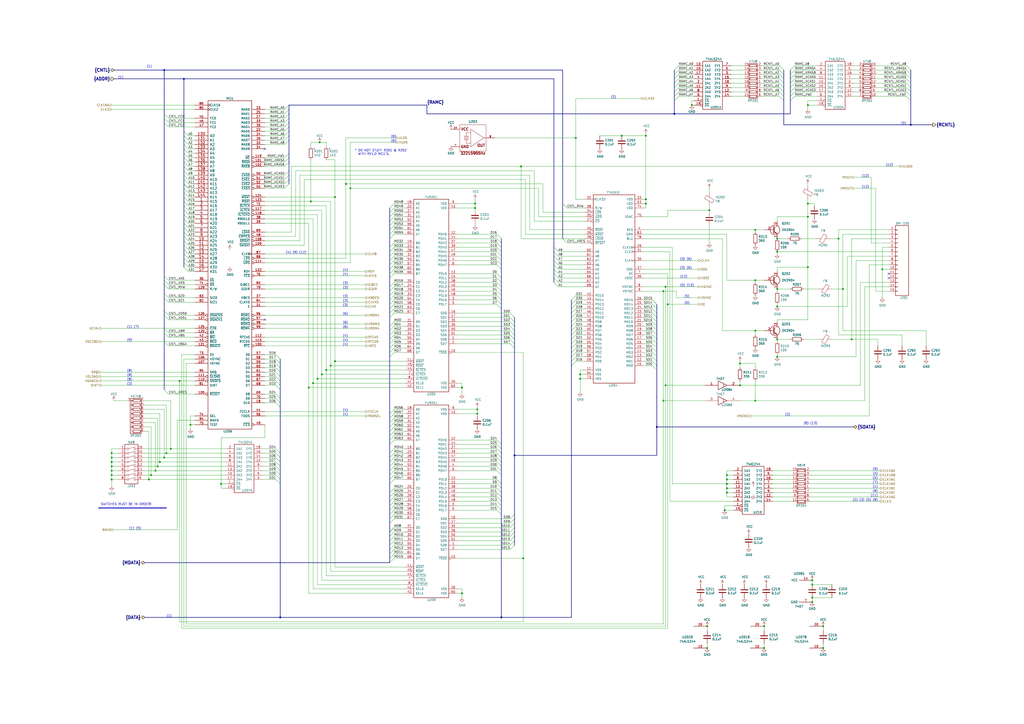
<source format=kicad_sch>
(kicad_sch (version 20231120) (generator "eeschema") (generator_version "8.0")
  (paper "A2")
  (lib_symbols
    (symbol "Atari-TT030:2N3904-Transistor" (pin_names (offset 0) hide)
      (property "Reference" "Q" (at 5.08 1.905 0))
      (property "Value" "2N3904-Transistor" (at 5.08 0 0))
      (symbol "2N3904-Transistor_1_1"
        (pin passive line (at 2.54 -5.08 90) (length 2.54) (name "E") (number "1"))
        (pin passive line (at -5.08 0 0) (length 5.715) (name "B") (number "2"))
        (pin passive line (at 2.54 5.08 270) (length 2.54) (name "C") (number "3"))
      )
    )
    (symbol "Atari-TT030:7407-Atari" (pin_names (offset 0.762))
      (property "Reference" "U" (at 3.81 8.89 0))
      (property "Value" "7407-Atari" (at 3.81 -7.62 0))
      (symbol "7407-Atari_1_1"
        (pin input line (at -10.16 0 0) (length 7.62) (name "~") (number "1"))
        (pin open_collector line (at 10.16 0 180) (length 7.62) (name "~") (number "2"))
      )
      (symbol "7407-Atari_2_1"
        (pin input line (at -10.16 0 0) (length 7.62) (name "~") (number "3"))
        (pin open_collector line (at 10.16 0 180) (length 7.62) (name "~") (number "4"))
      )
      (symbol "7407-Atari_3_1"
        (pin input line (at -10.16 0 0) (length 7.62) (name "~") (number "5"))
        (pin open_collector line (at 10.16 0 180) (length 7.62) (name "~") (number "6"))
      )
      (symbol "7407-Atari_4_1"
        (pin open_collector line (at 10.16 0 180) (length 7.62) (name "~") (number "8"))
        (pin input line (at -10.16 0 0) (length 7.62) (name "~") (number "9"))
      )
      (symbol "7407-Atari_5_1"
        (pin open_collector line (at 10.16 0 180) (length 7.62) (name "~") (number "10"))
        (pin input line (at -10.16 0 0) (length 7.62) (name "~") (number "11"))
      )
      (symbol "7407-Atari_6_1"
        (pin open_collector line (at 10.16 0 180) (length 7.62) (name "~") (number "12"))
        (pin input line (at -10.16 0 0) (length 7.62) (name "~") (number "13"))
      )
      (symbol "7407-Atari_7_1"
        (pin power_in line (at 7.62 6.35 180) (length 7.62) (name "VCC") (number "14"))
        (pin power_in line (at 7.62 -6.35 180) (length 7.62) (name "GND") (number "7"))
      )
    )
    (symbol "Atari-TT030:74AC244-Atari" (pin_names (offset 1.016))
      (property "Reference" "U" (at 0 -15.24 0))
      (property "Value" "74AC244-Atari" (at 0 15.24 0))
      (symbol "74AC244-Atari_1_0"
        (pin input inverted (at -11.43 -8.89 0) (length 5.08) (name "~{1G}") (number "1"))
        (pin power_in line (at 0 -2.54 90) (length 5.08) hide (name "GND") (number "10"))
        (pin input line (at -11.43 3.81 0) (length 5.08) (name "1A4") (number "11"))
        (pin output line (at 11.43 -3.81 180) (length 5.08) (name "2Y3") (number "12"))
        (pin input line (at -11.43 1.27 0) (length 5.08) (name "2A1") (number "13"))
        (pin output line (at 11.43 -6.35 180) (length 5.08) (name "2Y4") (number "14"))
        (pin input line (at -11.43 -1.27 0) (length 5.08) (name "2A2") (number "15"))
        (pin output line (at 11.43 6.35 180) (length 5.08) (name "1Y3") (number "16"))
        (pin input line (at -11.43 -3.81 0) (length 5.08) (name "2A3") (number "17"))
        (pin output line (at 11.43 11.43 180) (length 5.08) (name "1Y1") (number "18"))
        (pin input inverted (at -11.43 -11.43 0) (length 5.08) (name "~{2G}") (number "19"))
        (pin input line (at -11.43 11.43 0) (length 5.08) (name "1A1") (number "2"))
        (pin power_in line (at 0 2.54 270) (length 5.08) hide (name "VCC") (number "20"))
        (pin output line (at 11.43 1.27 180) (length 5.08) (name "2Y1") (number "3"))
        (pin input line (at -11.43 8.89 0) (length 5.08) (name "1A2") (number "4"))
        (pin output line (at 11.43 8.89 180) (length 5.08) (name "1Y2") (number "5"))
        (pin input line (at -11.43 -6.35 0) (length 5.08) (name "2A4") (number "6"))
        (pin output line (at 11.43 3.81 180) (length 5.08) (name "1Y4") (number "7"))
        (pin input line (at -11.43 6.35 0) (length 5.08) (name "1A3") (number "8"))
        (pin output line (at 11.43 -1.27 180) (length 5.08) (name "2Y2") (number "9"))
      )
    )
    (symbol "Atari-TT030:ALS244-Atari" (pin_names (offset 1.016))
      (property "Reference" "U" (at -8.89 -6.35 0))
      (property "Value" "ALS244-Atari" (at -8.89 3.81 0))
      (symbol "ALS244-Atari_1_0"
        (pin input inverted (at -11.43 -8.89 0) (length 5.08) (name "~{1G}") (number "1"))
        (pin input line (at -11.43 3.81 0) (length 5.08) (name "1A4") (number "11"))
        (pin output line (at 10.16 -3.81 180) (length 5.08) (name "2Y3") (number "12"))
        (pin input line (at -11.43 1.27 0) (length 5.08) (name "2A1") (number "13"))
        (pin output line (at 10.16 -6.35 180) (length 5.08) (name "2Y4") (number "14"))
        (pin input line (at -11.43 -1.27 0) (length 5.08) (name "2A2") (number "15"))
        (pin output line (at 10.16 6.35 180) (length 5.08) (name "1Y3") (number "16"))
        (pin input line (at -11.43 -3.81 0) (length 5.08) (name "2A3") (number "17"))
        (pin output line (at 10.16 11.43 180) (length 5.08) (name "1Y1") (number "18"))
        (pin input inverted (at -11.43 -11.43 0) (length 5.08) (name "~{2G}") (number "19"))
        (pin input line (at -11.43 11.43 0) (length 5.08) (name "1A1") (number "2"))
        (pin output line (at 10.16 1.27 180) (length 5.08) (name "2Y1") (number "3"))
        (pin input line (at -11.43 8.89 0) (length 5.08) (name "1A2") (number "4"))
        (pin output line (at 10.16 8.89 180) (length 5.08) (name "1Y2") (number "5"))
        (pin input line (at -11.43 -6.35 0) (length 5.08) (name "2A4") (number "6"))
        (pin output line (at 10.16 3.81 180) (length 5.08) (name "1Y4") (number "7"))
        (pin input line (at -11.43 6.35 0) (length 5.08) (name "1A3") (number "8"))
        (pin output line (at 10.16 -1.27 180) (length 5.08) (name "2Y2") (number "9"))
      )
      (symbol "ALS244-Atari_2_0"
        (pin power_in line (at 3.81 -6.35 180) (length 8.001) (name "GND") (number "10"))
        (pin power_in line (at 3.81 6.35 180) (length 8.001) (name "VCC") (number "20"))
      )
    )
    (symbol "Atari-TT030:CRYSTAL32-Atari" (pin_names (offset 1.016))
      (property "Reference" "U" (at 0 8.255 0))
      (symbol "CRYSTAL32-Atari_0_0"
        (text "32215905Hz" (at 0 -8.89 0) (effects (font (size 1.524 1.524) (bold yes))))
      )
      (symbol "CRYSTAL32-Atari_1_0"
        (text "GND" (at -4.699 -5.08 0) (effects (font (size 1.524 1.524) (bold yes))))
        (text "OUT" (at 4.826 -4.318 0) (effects (font (size 1.524 1.524) (bold yes))))
        (text "VCC" (at -4.699 5.08 0) (effects (font (size 1.524 1.524) (bold yes))))
      )
      (symbol "CRYSTAL32-Atari_1_1"
        (pin power_in line (at -12.7 5.08 0) (length 5.08) (name "~") (number "14"))
        (pin power_in line (at -12.7 -5.08 0) (length 5.08) (name "~") (number "7"))
        (pin output line (at 12.7 0 180) (length 5.08) (name "~") (number "8"))
      )
    )
    (symbol "Atari-TT030:DM-15S-Atari" (pin_names (offset 1.016) hide)
      (property "Reference" "J" (at 0 21.59 0))
      (property "Value" "DM-15S-Atari" (at 0 -21.59 0))
      (symbol "DM-15S-Atari_1_1"
        (pin passive line (at -7.62 17.78 0) (length 3.81) (name "Pin_1") (number "1"))
        (pin passive line (at -7.62 -5.08 0) (length 3.81) (name "Pin_10") (number "10"))
        (pin passive line (at -7.62 -7.62 0) (length 3.81) (name "Pin_11") (number "11"))
        (pin passive line (at -7.62 -10.16 0) (length 3.81) (name "Pin_12") (number "12"))
        (pin passive line (at -7.62 -12.7 0) (length 3.81) (name "Pin_13") (number "13"))
        (pin passive line (at -7.62 -15.24 0) (length 3.81) (name "Pin_14") (number "14"))
        (pin passive line (at -7.62 -17.78 0) (length 3.81) (name "Pin_15") (number "15"))
        (pin passive line (at -7.62 15.24 0) (length 3.81) (name "Pin_2") (number "2"))
        (pin passive line (at -7.62 12.7 0) (length 3.81) (name "Pin_3") (number "3"))
        (pin passive line (at -7.62 10.16 0) (length 3.81) (name "Pin_4") (number "4"))
        (pin passive line (at -7.62 7.62 0) (length 3.81) (name "Pin_5") (number "5"))
        (pin passive line (at -7.62 5.08 0) (length 3.81) (name "Pin_6") (number "6"))
        (pin passive line (at -7.62 2.54 0) (length 3.81) (name "Pin_7") (number "7"))
        (pin passive line (at -7.62 0 0) (length 3.81) (name "Pin_8") (number "8"))
        (pin passive line (at -7.62 -2.54 0) (length 3.81) (name "Pin_9") (number "9"))
      )
    )
    (symbol "Atari-TT030:FUNNEL-Atari" (pin_names (offset 1.016))
      (property "Reference" "U" (at 0 -57.15 0))
      (property "Value" "FUNNEL-Atari" (at 0 57.15 0))
      (symbol "FUNNEL-Atari_1_1"
        (pin bidirectional line (at 15.24 -25.4 180) (length 5.08) (name "SD6") (number "1"))
        (pin bidirectional inverted (at 15.24 -33.02 180) (length 5.08) (name "~{TSSD}") (number "10"))
        (pin bidirectional inverted (at -15.24 -38.1 0) (length 5.08) (name "~{WDAT}") (number "11"))
        (pin bidirectional line (at 15.24 35.56 180) (length 5.08) (name "PDH0") (number "12"))
        (pin bidirectional line (at 15.24 12.7 180) (length 5.08) (name "PDL0") (number "13"))
        (pin bidirectional line (at 15.24 33.02 180) (length 5.08) (name "PDH1") (number "14"))
        (pin bidirectional line (at 15.24 10.16 180) (length 5.08) (name "PDL1") (number "15"))
        (pin bidirectional line (at 15.24 -10.16 180) (length 5.08) (name "SD0") (number "16"))
        (pin bidirectional line (at 15.24 -12.7 180) (length 5.08) (name "SD1") (number "17"))
        (pin bidirectional line (at -15.24 53.34 0) (length 5.08) (name "A0") (number "18"))
        (pin bidirectional line (at -15.24 30.48 0) (length 5.08) (name "B0") (number "19"))
        (pin bidirectional line (at 15.24 -27.94 180) (length 5.08) (name "SD7") (number "2"))
        (pin bidirectional line (at -15.24 7.62 0) (length 5.08) (name "C0") (number "20"))
        (pin bidirectional line (at -15.24 -15.24 0) (length 5.08) (name "D0") (number "21"))
        (pin bidirectional line (at -15.24 50.8 0) (length 5.08) (name "A1") (number "22"))
        (pin bidirectional line (at -15.24 27.94 0) (length 5.08) (name "B1") (number "23"))
        (pin bidirectional line (at -15.24 5.08 0) (length 5.08) (name "C1") (number "24"))
        (pin bidirectional line (at -15.24 -17.78 0) (length 5.08) (name "D1") (number "25"))
        (pin power_in line (at 15.24 -50.8 180) (length 5.08) (name "VSS") (number "26"))
        (pin bidirectional line (at -15.24 48.26 0) (length 5.08) (name "A2") (number "27"))
        (pin bidirectional line (at -15.24 25.4 0) (length 5.08) (name "B2") (number "28"))
        (pin bidirectional line (at -15.24 2.54 0) (length 5.08) (name "C2") (number "29"))
        (pin bidirectional line (at 15.24 -2.54 180) (length 5.08) (name "PDL6") (number "3"))
        (pin bidirectional line (at -15.24 -20.32 0) (length 5.08) (name "D2") (number "30"))
        (pin bidirectional line (at -15.24 45.72 0) (length 5.08) (name "A3") (number "31"))
        (pin bidirectional line (at -15.24 22.86 0) (length 5.08) (name "B3") (number "32"))
        (pin bidirectional line (at -15.24 0 0) (length 5.08) (name "C3") (number "33"))
        (pin bidirectional line (at -15.24 -22.86 0) (length 5.08) (name "D3") (number "34"))
        (pin bidirectional line (at 15.24 -15.24 180) (length 5.08) (name "SD2") (number "35"))
        (pin bidirectional line (at 15.24 -17.78 180) (length 5.08) (name "SD3") (number "36"))
        (pin bidirectional line (at 15.24 30.48 180) (length 5.08) (name "PDH2") (number "37"))
        (pin bidirectional line (at 15.24 7.62 180) (length 5.08) (name "PDL2") (number "38"))
        (pin bidirectional line (at 15.24 27.94 180) (length 5.08) (name "PDH3") (number "39"))
        (pin bidirectional line (at 15.24 20.32 180) (length 5.08) (name "PDH6") (number "4"))
        (pin bidirectional line (at 15.24 5.08 180) (length 5.08) (name "PDL3") (number "40"))
        (pin bidirectional line (at -15.24 -50.8 0) (length 5.08) (name "SEL0") (number "41"))
        (pin bidirectional line (at -15.24 -53.34 0) (length 5.08) (name "SEL1") (number "42"))
        (pin power_in line (at 15.24 50.8 180) (length 5.08) (name "VDD") (number "43"))
        (pin bidirectional inverted (at -15.24 -43.18 0) (length 5.08) (name "~{DLTCH}") (number "44"))
        (pin bidirectional inverted (at -15.24 -40.64 0) (length 5.08) (name "~{RDAT}") (number "45"))
        (pin bidirectional line (at 15.24 2.54 180) (length 5.08) (name "PDL4") (number "46"))
        (pin bidirectional line (at 15.24 25.4 180) (length 5.08) (name "PDH4") (number "47"))
        (pin bidirectional line (at 15.24 0 180) (length 5.08) (name "PDL5") (number "48"))
        (pin bidirectional line (at 15.24 22.86 180) (length 5.08) (name "PDH5") (number "49"))
        (pin bidirectional line (at 15.24 -5.08 180) (length 5.08) (name "PDL7") (number "5"))
        (pin bidirectional line (at 15.24 -20.32 180) (length 5.08) (name "SD4") (number "50"))
        (pin bidirectional line (at 15.24 -22.86 180) (length 5.08) (name "SD5") (number "51"))
        (pin bidirectional line (at -15.24 43.18 0) (length 5.08) (name "A4") (number "52"))
        (pin bidirectional line (at -15.24 20.32 0) (length 5.08) (name "B4") (number "53"))
        (pin bidirectional line (at -15.24 -2.54 0) (length 5.08) (name "C4") (number "54"))
        (pin bidirectional line (at -15.24 -25.4 0) (length 5.08) (name "D4") (number "55"))
        (pin bidirectional line (at -15.24 40.64 0) (length 5.08) (name "A5") (number "56"))
        (pin bidirectional line (at -15.24 17.78 0) (length 5.08) (name "B5") (number "57"))
        (pin bidirectional line (at -15.24 -5.08 0) (length 5.08) (name "C5") (number "58"))
        (pin bidirectional line (at -15.24 -27.94 0) (length 5.08) (name "D5") (number "59"))
        (pin bidirectional line (at 15.24 17.78 180) (length 5.08) (name "PDH7") (number "6"))
        (pin power_in line (at 15.24 -53.34 180) (length 5.08) (name "VSS") (number "60"))
        (pin bidirectional line (at -15.24 38.1 0) (length 5.08) (name "A6") (number "61"))
        (pin bidirectional line (at -15.24 15.24 0) (length 5.08) (name "B6") (number "62"))
        (pin bidirectional line (at -15.24 -7.62 0) (length 5.08) (name "C6") (number "63"))
        (pin bidirectional line (at -15.24 -30.48 0) (length 5.08) (name "D6") (number "64"))
        (pin bidirectional line (at -15.24 35.56 0) (length 5.08) (name "A7") (number "65"))
        (pin bidirectional line (at -15.24 12.7 0) (length 5.08) (name "B7") (number "66"))
        (pin bidirectional line (at -15.24 -10.16 0) (length 5.08) (name "C7") (number "67"))
        (pin bidirectional line (at -15.24 -33.02 0) (length 5.08) (name "D7") (number "68"))
        (pin bidirectional inverted (at -15.24 -45.72 0) (length 5.08) (name "~{VLTCH}") (number "7"))
        (pin bidirectional inverted (at -15.24 -48.26 0) (length 5.08) (name "~{VLTCH2}") (number "8"))
        (pin power_in line (at 15.24 53.34 180) (length 5.08) (name "VDD") (number "9"))
      )
    )
    (symbol "Atari-TT030:Ferrite_Bead-Device" (pin_numbers hide) (pin_names (offset 0))
      (property "Reference" "FB" (at -3.81 0.635 90))
      (property "Value" "Ferrite_Bead-Device" (at 3.81 0 90))
      (symbol "Ferrite_Bead-Device_1_1"
        (pin passive line (at 0 3.81 270) (length 2.54) (name "~") (number "1"))
        (pin passive line (at 0 -3.81 90) (length 2.54) (name "~") (number "2"))
      )
    )
    (symbol "Atari-TT030:MCU-Atari" (pin_names (offset 1.016))
      (property "Reference" "U" (at 0 -96.52 0))
      (property "Value" "MCU-Atari" (at 0 96.52 0))
      (symbol "MCU-Atari_0_0"
        (pin bidirectional inverted (at 20.32 -46.99 180) (length 7.62) (name "~{RTC}") (number "100"))
        (pin input inverted (at 20.32 59.69 180) (length 7.62) (name "~{RASA}") (number "101"))
        (pin input inverted (at 20.32 57.15 180) (length 7.62) (name "~{RASB}") (number "102"))
        (pin power_in line (at 0 8.89 0) (length 5.08) hide (name "VCC") (number "103"))
        (pin power_in line (at 0 -1.27 0) (length 5.08) hide (name "GND") (number "104"))
        (pin input inverted (at -20.32 -74.93 0) (length 7.62) (name "~{RESET}") (number "105"))
        (pin input line (at -20.32 -54.61 0) (length 7.62) (name "HSYNC") (number "106"))
        (pin input line (at -20.32 -57.15 0) (length 7.62) (name "VSYNC") (number "107"))
        (pin input inverted (at 20.32 13.97 180) (length 7.62) (name "~{SRDAT}") (number "108"))
        (pin input inverted (at 20.32 11.43 180) (length 7.62) (name "~{SWDAT}") (number "109"))
        (pin input inverted (at -20.32 -67.31 0) (length 7.62) (name "~{SNDCS}") (number "110"))
        (pin input inverted (at -20.32 -64.77 0) (length 7.62) (name "~{SLOAD}") (number "111"))
        (pin input line (at 20.32 -41.91 180) (length 7.62) (name "RTCAS") (number "112"))
        (pin input line (at 20.32 -44.45 180) (length 7.62) (name "RTCDS") (number "113"))
        (pin input inverted (at 20.32 1.27 180) (length 7.62) (name "~{UDS}") (number "114"))
        (pin power_in line (at 0 8.89 0) (length 5.08) hide (name "VCC") (number "115"))
        (pin power_in line (at 0 -1.27 0) (length 5.08) hide (name "GND") (number "116"))
        (pin input inverted (at 20.32 31.75 180) (length 7.62) (name "~{VLTCH}") (number "117"))
        (pin input inverted (at 20.32 29.21 180) (length 7.62) (name "~{VLTCH2}") (number "118"))
        (pin input inverted (at 20.32 62.23 180) (length 7.62) (name "~{WE}") (number "119"))
        (pin input inverted (at -20.32 -39.37 0) (length 7.62) (name "~{BR}") (number "120"))
        (pin input inverted (at -20.32 -46.99 0) (length 7.62) (name "~{BGACK}") (number "121"))
        (pin input line (at 20.32 -3.81 180) (length 7.62) (name "RDY") (number "122"))
        (pin input inverted (at 20.32 36.83 180) (length 7.62) (name "~{RDAT}") (number "123"))
        (pin input inverted (at 20.32 39.37 180) (length 7.62) (name "~{WDAT}") (number "124"))
        (pin input inverted (at -20.32 -36.83 0) (length 7.62) (name "~{CIIN}") (number "125"))
        (pin input inverted (at -20.32 -29.21 0) (length 7.62) (name "~{DSACK0}") (number "126"))
        (pin input inverted (at -20.32 -31.75 0) (length 7.62) (name "~{DSACK1}") (number "127"))
        (pin power_in line (at 0 -1.27 0) (length 5.08) hide (name "GND") (number "128"))
        (pin input line (at -20.32 -13.97 0) (length 7.62) (name "R/W") (number "129"))
        (pin bidirectional line (at 20.32 -80.01 180) (length 7.62) (name "D10") (number "18"))
        (pin power_in line (at 0 8.89 0) (length 5.08) hide (name "VCC") (number "19"))
        (pin power_in line (at 0 -1.27 0) (length 5.08) hide (name "GND") (number "20"))
        (pin input line (at 20.32 -24.13 180) (length 7.62) (name "E") (number "21"))
        (pin input line (at 20.32 77.47 180) (length 7.62) (name "MAD5") (number "22"))
        (pin input line (at 20.32 90.17 180) (length 7.62) (name "MAD0") (number "23"))
        (pin input line (at 20.32 74.93 180) (length 7.62) (name "MAD6") (number "24"))
        (pin input line (at 20.32 87.63 180) (length 7.62) (name "MAD1") (number "25"))
        (pin input line (at 20.32 72.39 180) (length 7.62) (name "MAD7") (number "26"))
        (pin input line (at 20.32 85.09 180) (length 7.62) (name "MAD2") (number "27"))
        (pin power_in line (at 0 8.89 0) (length 5.08) hide (name "VCC") (number "28"))
        (pin power_in line (at 0 -1.27 0) (length 5.08) hide (name "GND") (number "29"))
        (pin power_in line (at 0 -1.27 0) (length 5.08) hide (name "GND") (number "30"))
        (pin power_in line (at 0 8.89 0) (length 5.08) hide (name "VCC") (number "31"))
        (pin input line (at 20.32 69.85 180) (length 7.62) (name "MAD8") (number "32"))
        (pin input line (at 20.32 82.55 180) (length 7.62) (name "MAD3") (number "33"))
        (pin input line (at 20.32 67.31 180) (length 7.62) (name "MAD9") (number "34"))
        (pin input line (at 20.32 80.01 180) (length 7.62) (name "MAD4") (number "35"))
        (pin input line (at 20.32 -19.05 180) (length 7.62) (name "KBCS") (number "37"))
        (pin input line (at 20.32 26.67 180) (length 7.62) (name "RBSEL0") (number "38"))
        (pin input line (at 20.32 24.13 180) (length 7.62) (name "RBSEL1") (number "39"))
        (pin power_in line (at 0 8.89 0) (length 5.08) hide (name "VCC") (number "40"))
        (pin power_in line (at 0 -1.27 0) (length 5.08) hide (name "GND") (number "41"))
        (pin input inverted (at -20.32 -41.91 0) (length 7.62) (name "~{BGI}") (number "42"))
        (pin input inverted (at -20.32 -44.45 0) (length 7.62) (name "~{BGO}") (number "43"))
        (pin bidirectional line (at 20.32 -85.09 180) (length 7.62) (name "FCCLK") (number "44"))
        (pin input inverted (at 20.32 16.51 180) (length 7.62) (name "~{CMPCS}") (number "48"))
        (pin bidirectional inverted (at 20.32 -92.71 180) (length 7.62) (name "~{CCS}") (number "49"))
        (pin input inverted (at 20.32 52.07 180) (length 7.62) (name "~{CAS0}") (number "50"))
        (pin input inverted (at 20.32 49.53 180) (length 7.62) (name "~{CAS1}") (number "51"))
        (pin input inverted (at 20.32 46.99 180) (length 7.62) (name "~{CAS2}") (number "52"))
        (pin power_in line (at 0 8.89 0) (length 5.08) hide (name "VCC") (number "53"))
        (pin power_in line (at 0 -1.27 0) (length 5.08) hide (name "GND") (number "54"))
        (pin input inverted (at 20.32 44.45 180) (length 7.62) (name "~{CAS3}") (number "55"))
        (pin bidirectional line (at 20.32 -87.63 180) (length 7.62) (name "FDOS") (number "56"))
        (pin bidirectional line (at 20.32 -52.07 180) (length 7.62) (name "D0") (number "57"))
        (pin bidirectional line (at 20.32 -54.61 180) (length 7.62) (name "D1") (number "58"))
        (pin bidirectional line (at 20.32 -57.15 180) (length 7.62) (name "D2") (number "59"))
        (pin bidirectional line (at 20.32 -59.69 180) (length 7.62) (name "D3") (number "60"))
        (pin bidirectional line (at 20.32 -62.23 180) (length 7.62) (name "D4") (number "61"))
        (pin power_in line (at 0 8.89 0) (length 5.08) hide (name "VCC") (number "62"))
        (pin power_in line (at 0 -1.27 0) (length 5.08) hide (name "GND") (number "63"))
        (pin power_in line (at 0 -1.27 0) (length 5.08) hide (name "GND") (number "64"))
        (pin power_in line (at 0 8.89 0) (length 5.08) hide (name "VCC") (number "65"))
        (pin bidirectional line (at 20.32 -64.77 180) (length 7.62) (name "D5") (number "66"))
        (pin bidirectional line (at 20.32 -67.31 180) (length 7.62) (name "D6") (number "67"))
        (pin bidirectional line (at 20.32 -69.85 180) (length 7.62) (name "D7") (number "68"))
        (pin bidirectional line (at 20.32 -74.93 180) (length 7.62) (name "D8") (number "69"))
        (pin bidirectional line (at 20.32 -77.47 180) (length 7.62) (name "D9") (number "70"))
        (pin input inverted (at -20.32 -11.43 0) (length 7.62) (name "~{DS}") (number "71"))
        (pin input inverted (at 20.32 34.29 180) (length 7.62) (name "~{DLTCH}") (number "72"))
        (pin input line (at -20.32 -52.07 0) (length 7.62) (name "DE") (number "73"))
        (pin input line (at -20.32 -87.63 0) (length 7.62) (name "SEL") (number "74"))
        (pin input inverted (at 20.32 -6.35 180) (length 7.62) (name "~{FCS}") (number "76"))
        (pin power_in line (at 0 8.89 0) (length 5.08) hide (name "VCC") (number "77"))
        (pin power_in line (at 0 -1.27 0) (length 5.08) hide (name "GND") (number "78"))
        (pin input line (at 20.32 -13.97 180) (length 7.62) (name "GIDIR") (number "79"))
        (pin input line (at 20.32 -11.43 180) (length 7.62) (name "GIBC1") (number "80"))
        (pin input line (at -20.32 -69.85 0) (length 7.62) (name "SINT") (number "81"))
        (pin input line (at -20.32 -21.59 0) (length 7.62) (name "SIZ1") (number "82"))
        (pin input line (at -20.32 -19.05 0) (length 7.62) (name "SIZ0") (number "83"))
        (pin input line (at 20.32 -21.59 180) (length 7.62) (name "CLKX5") (number "84"))
        (pin input clock (at 20.32 6.35 180) (length 7.62) (name "CLK8") (number "87"))
        (pin input inverted (at 20.32 3.81 180) (length 7.62) (name "~{LDS}") (number "88"))
        (pin input inverted (at 20.32 19.05 180) (length 7.62) (name "~{LOAD}") (number "89"))
        (pin power_in line (at 0 8.89 0) (length 5.08) hide (name "VCC") (number "90"))
        (pin power_in line (at 0 -1.27 0) (length 5.08) hide (name "GND") (number "91"))
        (pin power_in line (at 0 -1.27 0) (length 5.08) hide (name "GND") (number "92"))
        (pin power_in line (at 0 8.89 0) (length 5.08) hide (name "VCC") (number "93"))
        (pin input line (at -20.32 -90.17 0) (length 7.62) (name "BNK5") (number "94"))
        (pin input line (at -20.32 -62.23 0) (length 7.62) (name "SRQ") (number "95"))
        (pin input inverted (at 20.32 -29.21 180) (length 7.62) (name "~{ROM1}") (number "96"))
        (pin input inverted (at 20.32 -31.75 180) (length 7.62) (name "~{ROM2}") (number "97"))
        (pin input inverted (at 20.32 -34.29 180) (length 7.62) (name "~{ROM3}") (number "98"))
        (pin input inverted (at 20.32 -36.83 180) (length 7.62) (name "~{ROM4}") (number "99"))
      )
      (symbol "MCU-Atari_1_0"
        (pin input line (at -20.32 -8.89 0) (length 7.62) (name "~{AS}") (number "36"))
        (pin input line (at -20.32 85.09 0) (length 7.62) (name "FC0") (number "45"))
        (pin input line (at -20.32 82.55 0) (length 7.62) (name "FC1") (number "46"))
        (pin input line (at -20.32 80.01 0) (length 7.62) (name "FC2") (number "47"))
        (pin input line (at -20.32 -92.71 0) (length 7.62) (name "TEST") (number "75"))
        (pin input clock (at -20.32 90.17 0) (length 7.62) (name "CLK2") (number "85"))
        (pin input clock (at -20.32 92.71 0) (length 7.62) (name "CLK16") (number "86"))
      )
      (symbol "MCU-Atari_1_1"
        (pin tri_state line (at -20.32 36.83 0) (length 7.62) (name "A15") (number "1"))
        (pin tri_state line (at -20.32 13.97 0) (length 7.62) (name "A24") (number "10"))
        (pin tri_state line (at -20.32 11.43 0) (length 7.62) (name "A25") (number "11"))
        (pin tri_state line (at -20.32 8.89 0) (length 7.62) (name "A26") (number "12"))
        (pin tri_state line (at -20.32 6.35 0) (length 7.62) (name "A27") (number "13"))
        (pin tri_state line (at -20.32 74.93 0) (length 7.62) (name "A0") (number "130"))
        (pin tri_state line (at -20.32 72.39 0) (length 7.62) (name "A1") (number "131"))
        (pin tri_state line (at -20.32 69.85 0) (length 7.62) (name "A2") (number "132"))
        (pin tri_state line (at -20.32 67.31 0) (length 7.62) (name "A3") (number "133"))
        (pin tri_state line (at -20.32 64.77 0) (length 7.62) (name "A4") (number "134"))
        (pin tri_state line (at -20.32 62.23 0) (length 7.62) (name "A5") (number "135"))
        (pin tri_state line (at -20.32 59.69 0) (length 7.62) (name "A6") (number "136"))
        (pin tri_state line (at -20.32 57.15 0) (length 7.62) (name "A7") (number "137"))
        (pin tri_state line (at -20.32 54.61 0) (length 7.62) (name "A8") (number "138"))
        (pin tri_state line (at -20.32 52.07 0) (length 7.62) (name "A9") (number "139"))
        (pin tri_state line (at -20.32 3.81 0) (length 7.62) (name "A28") (number "14"))
        (pin tri_state line (at -20.32 49.53 0) (length 7.62) (name "A10") (number "140"))
        (pin tri_state line (at -20.32 46.99 0) (length 7.62) (name "A11") (number "141"))
        (pin tri_state line (at -20.32 44.45 0) (length 7.62) (name "A12") (number "142"))
        (pin tri_state line (at -20.32 41.91 0) (length 7.62) (name "A13") (number "143"))
        (pin tri_state line (at -20.32 39.37 0) (length 7.62) (name "A14") (number "144"))
        (pin tri_state line (at -20.32 1.27 0) (length 7.62) (name "A29") (number "15"))
        (pin tri_state line (at -20.32 -1.27 0) (length 7.62) (name "A30") (number "16"))
        (pin tri_state line (at -20.32 -3.81 0) (length 7.62) (name "A31") (number "17"))
        (pin tri_state line (at -20.32 34.29 0) (length 7.62) (name "A16") (number "2"))
        (pin tri_state line (at -20.32 31.75 0) (length 7.62) (name "A17") (number "3"))
        (pin tri_state line (at -20.32 29.21 0) (length 7.62) (name "A18") (number "4"))
        (pin tri_state line (at -20.32 26.67 0) (length 7.62) (name "A19") (number "5"))
        (pin tri_state line (at -20.32 24.13 0) (length 7.62) (name "A20") (number "6"))
        (pin tri_state line (at -20.32 21.59 0) (length 7.62) (name "A21") (number "7"))
        (pin tri_state line (at -20.32 19.05 0) (length 7.62) (name "A22") (number "8"))
        (pin tri_state line (at -20.32 16.51 0) (length 7.62) (name "A23") (number "9"))
      )
    )
    (symbol "Atari-TT030:RP201-Atari" (pin_names (offset 0) hide)
      (property "Reference" "RN" (at 0 -11.43 0))
      (property "Value" "RP201-Atari" (at 0 11.43 0))
      (symbol "RP201-Atari_1_1"
        (pin passive line (at 5.08 -1.27 180) (length 2.54) (name "R4.1") (number "1"))
        (pin passive line (at -5.08 -3.81 0) (length 2.54) (name "R1.2") (number "10"))
        (pin passive line (at -5.08 -8.89 0) (length 2.54) (name "R5.2") (number "11"))
        (pin passive line (at -5.08 1.27 0) (length 2.54) (name "R4.2") (number "12"))
        (pin passive line (at -5.08 3.81 0) (length 2.54) (name "R6.2") (number "13"))
        (pin passive line (at -5.08 6.35 0) (length 2.54) (name "R7.2") (number "14"))
        (pin passive line (at -5.08 8.89 0) (length 2.54) (name "R8.2") (number "15"))
        (pin passive line (at -5.08 -1.27 0) (length 2.54) (name "R3.2") (number "16"))
        (pin passive line (at 5.08 8.89 180) (length 2.54) (name "R8.1") (number "2"))
        (pin passive line (at 5.08 6.35 180) (length 2.54) (name "R7.1") (number "3"))
        (pin passive line (at 5.08 3.81 180) (length 2.54) (name "R6.1") (number "4"))
        (pin passive line (at 5.08 1.27 180) (length 2.54) (name "R5.1") (number "5"))
        (pin passive line (at 5.08 -8.89 180) (length 2.54) (name "R1.1") (number "6"))
        (pin passive line (at 5.08 -3.81 180) (length 2.54) (name "R3.1") (number "7"))
        (pin passive line (at 5.08 -6.35 180) (length 2.54) (name "R2.1") (number "8"))
        (pin passive line (at -5.08 -6.35 0) (length 2.54) (name "R2.2") (number "9"))
      )
    )
    (symbol "Atari-TT030:RP202-Atari" (pin_names (offset 0) hide)
      (property "Reference" "RN" (at 0 -11.43 0))
      (property "Value" "RP202-Atari" (at 0 11.43 0))
      (symbol "RP202-Atari_1_1"
        (pin passive line (at -5.08 -3.81 0) (length 2.54) (name "R3.1") (number "1"))
        (pin passive line (at 5.08 -8.89 180) (length 2.54) (name "R1.2") (number "10"))
        (pin passive line (at 5.08 1.27 180) (length 2.54) (name "R5.2") (number "11"))
        (pin passive line (at 5.08 -1.27 180) (length 2.54) (name "R4.2") (number "12"))
        (pin passive line (at 5.08 3.81 180) (length 2.54) (name "R6.2") (number "13"))
        (pin passive line (at 5.08 6.35 180) (length 2.54) (name "R7.2") (number "14"))
        (pin passive line (at 5.08 8.89 180) (length 2.54) (name "R8.2") (number "15"))
        (pin passive line (at 5.08 -3.81 180) (length 2.54) (name "R3.2") (number "16"))
        (pin passive line (at -5.08 8.89 0) (length 2.54) (name "R8.1") (number "2"))
        (pin passive line (at -5.08 6.35 0) (length 2.54) (name "R7.1") (number "3"))
        (pin passive line (at -5.08 3.81 0) (length 2.54) (name "R6.1") (number "4"))
        (pin passive line (at -5.08 -1.27 0) (length 2.54) (name "R4.1") (number "5"))
        (pin passive line (at -5.08 1.27 0) (length 2.54) (name "R5.1") (number "6"))
        (pin passive line (at -5.08 -8.89 0) (length 2.54) (name "R1.1") (number "7"))
        (pin passive line (at -5.08 -6.35 0) (length 2.54) (name "R2.1") (number "8"))
        (pin passive line (at 5.08 -6.35 180) (length 2.54) (name "R2.2") (number "9"))
      )
    )
    (symbol "Atari-TT030:RP203-TT-Atari" (pin_names (offset 0) hide)
      (property "Reference" "RP" (at -1.27 11.43 0))
      (property "Value" "RP203-TT-Atari" (at -1.27 -11.43 0))
      (symbol "RP203-TT-Atari_1_1"
        (pin passive line (at -6.35 8.89 0) (length 2.54) (name "common") (number "1"))
        (pin passive line (at 3.81 8.89 180) (length 2.54) (name "R1") (number "2"))
        (pin passive line (at 3.81 -8.89 180) (length 2.54) (name "R8") (number "3"))
        (pin passive line (at 3.81 6.35 180) (length 2.54) (name "R2") (number "4"))
        (pin passive line (at 3.81 -6.35 180) (length 2.54) (name "R7") (number "5"))
        (pin passive line (at 3.81 3.81 180) (length 2.54) (name "R3") (number "6"))
        (pin passive line (at 3.81 -3.81 180) (length 2.54) (name "R6") (number "7"))
        (pin passive line (at 3.81 1.27 180) (length 2.54) (name "R4") (number "8"))
        (pin passive line (at 3.81 -1.27 180) (length 2.54) (name "R5") (number "9"))
      )
    )
    (symbol "Atari-TT030:RP204-Atari" (pin_names (offset 0) hide)
      (property "Reference" "RN" (at 0 -11.43 0))
      (property "Value" "RP204-Atari" (at 0 11.43 0))
      (symbol "RP204-Atari_1_1"
        (pin passive line (at 5.08 -1.27 180) (length 2.54) (name "R4.1") (number "1"))
        (pin passive line (at -5.08 -3.81 0) (length 2.54) (name "R1.2") (number "10"))
        (pin passive line (at -5.08 -8.89 0) (length 2.54) (name "R5.2") (number "11"))
        (pin passive line (at -5.08 1.27 0) (length 2.54) (name "R4.2") (number "12"))
        (pin passive line (at -5.08 3.81 0) (length 2.54) (name "R6.2") (number "13"))
        (pin passive line (at -5.08 6.35 0) (length 2.54) (name "R7.2") (number "14"))
        (pin passive line (at -5.08 8.89 0) (length 2.54) (name "R8.2") (number "15"))
        (pin passive line (at -5.08 -1.27 0) (length 2.54) (name "R3.2") (number "16"))
        (pin passive line (at 5.08 8.89 180) (length 2.54) (name "R8.1") (number "2"))
        (pin passive line (at 5.08 6.35 180) (length 2.54) (name "R7.1") (number "3"))
        (pin passive line (at 5.08 3.81 180) (length 2.54) (name "R6.1") (number "4"))
        (pin passive line (at 5.08 1.27 180) (length 2.54) (name "R5.1") (number "5"))
        (pin passive line (at 5.08 -8.89 180) (length 2.54) (name "R1.1") (number "6"))
        (pin passive line (at 5.08 -3.81 180) (length 2.54) (name "R3.1") (number "7"))
        (pin passive line (at 5.08 -6.35 180) (length 2.54) (name "R2.1") (number "8"))
        (pin passive line (at -5.08 -6.35 0) (length 2.54) (name "R2.2") (number "9"))
      )
    )
    (symbol "Atari-TT030:SW_DIP_x08-Atari" (pin_names (offset 0) hide)
      (property "Reference" "SW" (at 0 13.97 0))
      (property "Value" "SW_DIP_x08-Atari" (at 0 -11.43 0))
      (symbol "SW_DIP_x08-Atari_1_1"
        (pin passive line (at -7.62 10.16 0) (length 5.08) (name "~") (number "1"))
        (pin passive line (at 7.62 -5.08 180) (length 5.08) (name "~") (number "10"))
        (pin passive line (at 7.62 -2.54 180) (length 5.08) (name "~") (number "11"))
        (pin passive line (at 7.62 0 180) (length 5.08) (name "~") (number "12"))
        (pin passive line (at 7.62 2.54 180) (length 5.08) (name "~") (number "13"))
        (pin passive line (at 7.62 5.08 180) (length 5.08) (name "~") (number "14"))
        (pin passive line (at 7.62 7.62 180) (length 5.08) (name "~") (number "15"))
        (pin passive line (at 7.62 10.16 180) (length 5.08) (name "~") (number "16"))
        (pin passive line (at -7.62 7.62 0) (length 5.08) (name "~") (number "2"))
        (pin passive line (at -7.62 5.08 0) (length 5.08) (name "~") (number "3"))
        (pin passive line (at -7.62 2.54 0) (length 5.08) (name "~") (number "4"))
        (pin passive line (at -7.62 0 0) (length 5.08) (name "~") (number "5"))
        (pin passive line (at -7.62 -2.54 0) (length 5.08) (name "~") (number "6"))
        (pin passive line (at -7.62 -5.08 0) (length 5.08) (name "~") (number "7"))
        (pin passive line (at -7.62 -7.62 0) (length 5.08) (name "~") (number "8"))
        (pin passive line (at 7.62 -7.62 180) (length 5.08) (name "~") (number "9"))
      )
    )
    (symbol "Atari-TT030:TTVIDEO-Atari" (pin_names (offset 1.016))
      (property "Reference" "U" (at 0 -57.15 0))
      (property "Value" "TTVIDEO-Atari" (at 0 57.15 0))
      (symbol "TTVIDEO-Atari_1_1"
        (pin bidirectional line (at 17.78 -45.72 180) (length 5.08) (name "MD0") (number "10"))
        (pin power_in line (at -16.51 -48.26 0) (length 5.08) (name "VSS") (number "11"))
        (pin bidirectional line (at 17.78 -43.18 180) (length 5.08) (name "MD1") (number "12"))
        (pin bidirectional line (at 17.78 -40.64 180) (length 5.08) (name "MD2") (number "13"))
        (pin bidirectional line (at 17.78 -38.1 180) (length 5.08) (name "MD3") (number "14"))
        (pin bidirectional line (at 17.78 -35.56 180) (length 5.08) (name "MD4") (number "15"))
        (pin bidirectional line (at 17.78 -33.02 180) (length 5.08) (name "MD5") (number "16"))
        (pin bidirectional line (at 17.78 -30.48 180) (length 5.08) (name "MD6") (number "17"))
        (pin bidirectional line (at 17.78 -27.94 180) (length 5.08) (name "MD7") (number "18"))
        (pin bidirectional line (at 17.78 -25.4 180) (length 5.08) (name "MD8") (number "19"))
        (pin bidirectional line (at 17.78 -22.86 180) (length 5.08) (name "MD9") (number "20"))
        (pin bidirectional line (at 17.78 -20.32 180) (length 5.08) (name "MD10") (number "21"))
        (pin bidirectional line (at 17.78 -17.78 180) (length 5.08) (name "MD11") (number "22"))
        (pin bidirectional line (at 17.78 -15.24 180) (length 5.08) (name "MD12") (number "23"))
        (pin bidirectional line (at 17.78 -12.7 180) (length 5.08) (name "MD13") (number "24"))
        (pin bidirectional line (at 17.78 -10.16 180) (length 5.08) (name "MD14") (number "25"))
        (pin bidirectional line (at 17.78 -7.62 180) (length 5.08) (name "MD15") (number "26"))
        (pin bidirectional inverted (at -16.51 38.1 0) (length 5.08) (name "~{CS}") (number "27"))
        (pin bidirectional inverted (at -16.51 27.94 0) (length 5.08) (name "~{LOAD}") (number "28"))
        (pin bidirectional clock (at 17.78 22.86 180) (length 5.08) (name "CLK16") (number "29"))
        (pin bidirectional clock (at 17.78 15.24 180) (length 5.08) (name "CLK4") (number "30"))
        (pin bidirectional clock (at 17.78 20.32 180) (length 5.08) (name "CLK2") (number "31"))
        (pin bidirectional clock (at -16.51 50.8 0) (length 5.08) (name "CLK32") (number "32"))
        (pin power_in line (at 17.78 50.8 180) (length 5.08) (name "VDD") (number "33"))
        (pin bidirectional inverted (at -16.51 43.18 0) (length 5.08) (name "~{LDS}") (number "34"))
        (pin bidirectional inverted (at -16.51 40.64 0) (length 5.08) (name "~{UDS}") (number "35"))
        (pin bidirectional line (at 17.78 5.08 180) (length 5.08) (name "XDDE") (number "36"))
        (pin bidirectional line (at 17.78 10.16 180) (length 5.08) (name "ODE") (number "37"))
        (pin bidirectional line (at -16.51 45.72 0) (length 5.08) (name "R/W") (number "38"))
        (pin bidirectional inverted (at -16.51 30.48 0) (length 5.08) (name "~{WDAT}") (number "39"))
        (pin bidirectional line (at 17.78 33.02 180) (length 5.08) (name "RED") (number "4"))
        (pin bidirectional inverted (at -16.51 33.02 0) (length 5.08) (name "~{RDAT}") (number "40"))
        (pin bidirectional inverted (at -16.51 25.4 0) (length 5.08) (name "~{RESET}") (number "41"))
        (pin bidirectional line (at -16.51 -5.08 0) (length 5.08) (name "PD15") (number "42"))
        (pin bidirectional line (at -16.51 -7.62 0) (length 5.08) (name "PD14") (number "43"))
        (pin bidirectional line (at -16.51 -10.16 0) (length 5.08) (name "PD13") (number "44"))
        (pin bidirectional line (at -16.51 -12.7 0) (length 5.08) (name "PD12") (number "45"))
        (pin bidirectional line (at -16.51 -15.24 0) (length 5.08) (name "PD11") (number "46"))
        (pin bidirectional line (at -16.51 -17.78 0) (length 5.08) (name "PD10") (number "47"))
        (pin bidirectional line (at -16.51 -20.32 0) (length 5.08) (name "PD9") (number "48"))
        (pin bidirectional line (at -16.51 -22.86 0) (length 5.08) (name "PD8") (number "49"))
        (pin bidirectional line (at -16.51 -25.4 0) (length 5.08) (name "PD7") (number "50"))
        (pin bidirectional line (at -16.51 -27.94 0) (length 5.08) (name "PD6") (number "51"))
        (pin bidirectional line (at -16.51 -30.48 0) (length 5.08) (name "PD5") (number "52"))
        (pin power_in line (at 17.78 48.26 180) (length 5.08) (name "VDD") (number "53"))
        (pin power_in line (at -16.51 -50.8 0) (length 5.08) (name "VSS") (number "54"))
        (pin bidirectional line (at -16.51 -33.02 0) (length 5.08) (name "PD4") (number "55"))
        (pin bidirectional line (at -16.51 -35.56 0) (length 5.08) (name "PD3") (number "56"))
        (pin bidirectional line (at -16.51 -38.1 0) (length 5.08) (name "PD2") (number "57"))
        (pin bidirectional line (at -16.51 -40.64 0) (length 5.08) (name "PD1") (number "58"))
        (pin bidirectional line (at -16.51 -43.18 0) (length 5.08) (name "PD0") (number "59"))
        (pin bidirectional line (at -16.51 20.32 0) (length 5.08) (name "A9") (number "60"))
        (pin bidirectional line (at -16.51 17.78 0) (length 5.08) (name "A8") (number "61"))
        (pin bidirectional line (at -16.51 15.24 0) (length 5.08) (name "A7") (number "62"))
        (pin bidirectional line (at -16.51 12.7 0) (length 5.08) (name "A6") (number "63"))
        (pin bidirectional line (at -16.51 10.16 0) (length 5.08) (name "A5") (number "64"))
        (pin bidirectional line (at -16.51 7.62 0) (length 5.08) (name "A4") (number "65"))
        (pin bidirectional line (at -16.51 5.08 0) (length 5.08) (name "A3") (number "66"))
        (pin bidirectional line (at -16.51 2.54 0) (length 5.08) (name "A2") (number "67"))
        (pin bidirectional line (at -16.51 0 0) (length 5.08) (name "A1") (number "68"))
        (pin bidirectional line (at 17.78 7.62 180) (length 5.08) (name "DE") (number "7"))
        (pin power_in line (at -16.51 -53.34 0) (length 5.08) (name "VSS") (number "73"))
        (pin power_in line (at 17.78 45.72 180) (length 5.08) (name "VDD") (number "74"))
        (pin bidirectional line (at 17.78 40.64 180) (length 5.08) (name "VDAC") (number "75"))
        (pin bidirectional line (at 17.78 27.94 180) (length 5.08) (name "BLU") (number "78"))
        (pin bidirectional line (at 17.78 0 180) (length 5.08) (name "HSYNC") (number "8"))
        (pin bidirectional line (at 17.78 30.48 180) (length 5.08) (name "GRN") (number "83"))
        (pin bidirectional line (at 17.78 -2.54 180) (length 5.08) (name "VSYNC") (number "9"))
      )
    )
    (symbol "Atari-TT030:U201-Atari" (pin_names (offset 1.016))
      (property "Reference" "U" (at -6.35 15.24 0))
      (property "Value" "U201-Atari" (at -6.35 -17.78 0))
      (symbol "U201-Atari_1_0"
        (pin input inverted (at -11.43 -8.89 0) (length 5.08) (name "~{1G}") (number "1"))
        (pin input line (at -11.43 -1.27 0) (length 5.08) (name "2A2") (number "11"))
        (pin output line (at 10.16 -3.81 180) (length 5.08) (name "2Y3") (number "12"))
        (pin input line (at -11.43 11.43 0) (length 5.08) (name "1A1") (number "13"))
        (pin output line (at 10.16 -6.35 180) (length 5.08) (name "2Y4") (number "14"))
        (pin input line (at -11.43 8.89 0) (length 5.08) (name "1A2") (number "15"))
        (pin output line (at 10.16 3.81 180) (length 5.08) (name "1Y4") (number "16"))
        (pin input line (at -11.43 6.35 0) (length 5.08) (name "1A3") (number "17"))
        (pin output line (at 10.16 1.27 180) (length 5.08) (name "2Y1") (number "18"))
        (pin input inverted (at -11.43 -11.43 0) (length 5.08) (name "~{2G}") (number "19"))
        (pin input line (at -11.43 1.27 0) (length 5.08) (name "2A1") (number "2"))
        (pin output line (at 10.16 6.35 180) (length 5.08) (name "1Y3") (number "3"))
        (pin input line (at -11.43 3.81 0) (length 5.08) (name "1A4") (number "4"))
        (pin output line (at 10.16 8.89 180) (length 5.08) (name "1Y2") (number "5"))
        (pin input line (at -11.43 -6.35 0) (length 5.08) (name "2A4") (number "6"))
        (pin output line (at 10.16 11.43 180) (length 5.08) (name "1Y1") (number "7"))
        (pin input line (at -11.43 -3.81 0) (length 5.08) (name "2A3") (number "8"))
        (pin output line (at 10.16 -1.27 180) (length 5.08) (name "2Y2") (number "9"))
      )
      (symbol "U201-Atari_2_1"
        (pin power_in line (at 3.81 -6.35 180) (length 8.001) (name "GND") (number "10"))
        (pin power_in line (at 3.81 6.35 180) (length 8.001) (name "VCC") (number "20"))
      )
    )
    (symbol "Atari-TT030:U207-Atari" (pin_names (offset 1.016))
      (property "Reference" "U" (at -6.35 15.24 0))
      (property "Value" "U207-Atari" (at -6.35 -17.78 0))
      (symbol "U207-Atari_1_0"
        (pin input inverted (at -11.43 -8.89 0) (length 5.08) (name "~{1G}") (number "1"))
        (pin input line (at -11.43 1.27 0) (length 5.08) (name "2A1") (number "11"))
        (pin output line (at 10.16 3.81 180) (length 5.08) (name "1Y4") (number "12"))
        (pin input line (at -11.43 -1.27 0) (length 5.08) (name "2A2") (number "13"))
        (pin output line (at 10.16 6.35 180) (length 5.08) (name "1Y3") (number "14"))
        (pin input line (at -11.43 -3.81 0) (length 5.08) (name "2A3") (number "15"))
        (pin output line (at 10.16 8.89 180) (length 5.08) (name "1Y2") (number "16"))
        (pin input line (at -11.43 -6.35 0) (length 5.08) (name "2A4") (number "17"))
        (pin output line (at 10.16 11.43 180) (length 5.08) (name "1Y1") (number "18"))
        (pin input inverted (at -11.43 -11.43 0) (length 5.08) (name "~{2G}") (number "19"))
        (pin input line (at -11.43 11.43 0) (length 5.08) (name "1A1") (number "2"))
        (pin output line (at 10.16 -6.35 180) (length 5.08) (name "2Y4") (number "3"))
        (pin input line (at -11.43 8.89 0) (length 5.08) (name "1A2") (number "4"))
        (pin output line (at 10.16 -3.81 180) (length 5.08) (name "2Y3") (number "5"))
        (pin input line (at -11.43 6.35 0) (length 5.08) (name "1A3") (number "6"))
        (pin output line (at 10.16 -1.27 180) (length 5.08) (name "2Y2") (number "7"))
        (pin input line (at -11.43 3.81 0) (length 5.08) (name "1A4") (number "8"))
        (pin output line (at 10.16 1.27 180) (length 5.08) (name "2Y1") (number "9"))
      )
      (symbol "U207-Atari_2_1"
        (pin power_in line (at 3.81 -6.35 180) (length 8.001) (name "GND") (number "10"))
        (pin power_in line (at 3.81 6.35 180) (length 8.001) (name "VCC") (number "20"))
      )
    )
    (symbol "Device:C" (pin_numbers hide) (pin_names (offset 0.254))
      (property "Reference" "C" (at 0.635 2.54 0))
      (property "Value" "C" (at 0.635 -2.54 0))
      (symbol "C_1_1"
        (pin passive line (at 0 3.81 270) (length 2.794) (name "~") (number "1"))
        (pin passive line (at 0 -3.81 90) (length 2.794) (name "~") (number "2"))
      )
    )
    (symbol "Device:R" (pin_numbers hide) (pin_names (offset 0))
      (property "Reference" "R" (at 2.032 0 90))
      (property "Value" "R" (at 0 0 90))
      (symbol "R_1_1"
        (pin passive line (at 0 3.81 270) (length 1.27) (name "~") (number "1"))
        (pin passive line (at 0 -3.81 90) (length 1.27) (name "~") (number "2"))
      )
    )
    (symbol "power:GND" (power) (pin_numbers hide) (pin_names (offset 0) hide)
      (property "Value" "GND" (at 0 -3.81 0))
      (symbol "GND_1_1"
        (pin power_in line (at 0 0 270) (length 0) (name "~") (number "1"))
      )
    )
    (symbol "power:VCC" (power) (pin_numbers hide) (pin_names (offset 0) hide)
      (property "Value" "VCC" (at 0 3.556 0))
      (symbol "VCC_1_1"
        (pin power_in line (at 0 0 90) (length 0) (name "~") (number "1"))
      )
    )
  )
  (bus_alias "MDATA" (members "MD[0..63]"))
  (bus_alias "RAMC" (members "RAMC_XCAS[0..3]" "RAMC_A[0..8]" "RAMC_XRASA" "RAMC_XRASB" "RAMC_XWE"))
  (bus_alias "RCNTL" (members "RCNTL_XRASA" "RCNTL_XRASB" "RCNTL_XCAS0" "RCNTL_XCAS1" "RCNTL_XCAS2" "RCNTL_XCAS3" "RCNTL_XWE" "RCNTL_A0" "RCNTL_A1" "RCNTL_A2" "RCNTL_A3" "RCNTL_A4" "RCNTL_A5" "RCNTL_A6" "RCNTL_A7" "RCNTL_A8"))
  (bus_alias "SDATA" (members "SD[0..15]"))
  (junction (at 387.35 176.53))
  (junction (at 276.86 240.03))
  (junction (at 64.77 270.51))
  (junction (at 471.17 349.25))
  (junction (at 429.26 223.52))
  (junction (at 384.81 232.41))
  (junction (at 99.06 260.35))
  (junction (at 450.85 146.05))
  (junction (at 276.86 237.49))
  (junction (at 421.64 280.67))
  (junction (at 275.59 118.11))
  (junction (at 302.26 96.52))
  (junction (at 450.85 138.43))
  (junction (at 421.64 278.13))
  (junction (at 438.15 162.56))
  (junction (at 189.23 214.63))
  (junction (at 468.63 60.96))
  (junction (at 185.42 82.55))
  (junction (at 374.65 118.11))
  (junction (at 64.77 278.13))
  (junction (at 410.21 375.92))
  (junction (at 200.66 106.68))
  (junction (at 494.03 196.85))
  (junction (at 471.17 339.09))
  (junction (at 450.85 167.64))
  (junction (at 96.52 262.89))
  (junction (at 128.27 280.67))
  (junction (at 421.64 283.21))
  (junction (at 336.55 219.71))
  (junction (at 95.25 40.64))
  (junction (at 203.2 109.22))
  (junction (at 64.77 267.97))
  (junction (at 181.61 222.25))
  (junction (at 86.36 278.13))
  (junction (at 421.64 275.59))
  (junction (at 64.77 262.89))
  (junction (at 275.59 120.65))
  (junction (at 468.63 118.11))
  (junction (at 381 247.65))
  (junction (at 429.26 210.82))
  (junction (at 420.37 295.91))
  (junction (at 401.32 60.96))
  (junction (at 488.95 167.64))
  (junction (at 92.71 267.97))
  (junction (at 64.77 273.05))
  (junction (at 87.63 275.59))
  (junction (at 360.68 78.74))
  (junction (at 486.41 138.43))
  (junction (at 477.52 363.22))
  (junction (at 471.17 336.55))
  (junction (at 64.77 265.43))
  (junction (at 179.07 224.79))
  (junction (at 438.15 191.77))
  (junction (at 162.56 358.14))
  (junction (at 438.15 232.41))
  (junction (at 411.48 121.92))
  (junction (at 374.65 78.74))
  (junction (at 64.77 275.59))
  (junction (at 106.68 45.72))
  (junction (at 110.49 246.38))
  (junction (at 421.64 285.75))
  (junction (at 511.81 156.21))
  (junction (at 336.55 217.17))
  (junction (at 180.34 116.84))
  (junction (at 290.83 358.14))
  (junction (at 95.25 265.43))
  (junction (at 391.16 66.04))
  (junction (at 104.14 220.98))
  (junction (at 438.15 133.35))
  (junction (at 386.08 166.37))
  (junction (at 194.31 209.55))
  (junction (at 450.85 177.8))
  (junction (at 303.53 323.85))
  (junction (at 334.01 80.01))
  (junction (at 267.97 344.17))
  (junction (at 384.81 168.91))
  (junction (at 267.97 224.79))
  (junction (at 374.65 115.57))
  (junction (at 91.44 270.51))
  (junction (at 528.32 72.39))
  (junction (at 468.63 154.94))
  (junction (at 194.31 114.3))
  (junction (at 298.45 264.16))
  (junction (at 443.23 375.92))
  (junction (at 477.52 375.92))
  (junction (at 468.63 125.73))
  (junction (at 386.08 223.52))
  (junction (at 450.85 196.85))
  (junction (at 471.17 346.71))
  (junction (at 191.77 212.09))
  (junction (at 186.69 217.17))
  (junction (at 184.15 219.71))
  (junction (at 450.85 207.01))
  (junction (at 443.23 363.22))
  (junction (at 410.21 363.22))
  (junction (at 90.17 273.05))
  (no_connect (at 153.67 86.36))
  (no_connect (at 515.62 161.29))
  (no_connect (at 153.67 185.42))
  (no_connect (at 515.62 158.75))
  (bus_entry (at 458.47 43.18) (size 2.54 -2.54))
  (bus_entry (at 452.12 43.18) (size 2.54 2.54))
  (bus_entry (at 288.29 148.59) (size 2.54 2.54))
  (bus_entry (at 288.29 138.43) (size 2.54 2.54))
  (bus_entry (at 95.25 71.12) (size 2.54 2.54))
  (bus_entry (at 106.68 111.76) (size 2.54 2.54))
  (bus_entry (at 321.31 146.05) (size 2.54 2.54))
  (bus_entry (at 458.47 53.34) (size 2.54 -2.54))
  (bus_entry (at 326.39 118.11) (size 2.54 2.54))
  (bus_entry (at 226.06 201.93) (size 2.54 -2.54))
  (bus_entry (at 226.06 288.29) (size 2.54 -2.54))
  (bus_entry (at 106.68 76.2) (size 2.54 2.54))
  (bus_entry (at 378.46 196.85) (size 2.54 2.54))
  (bus_entry (at 106.68 104.14) (size 2.54 2.54))
  (bus_entry (at 288.29 273.05) (size 2.54 2.54))
  (bus_entry (at 226.06 308.61) (size 2.54 -2.54))
  (bus_entry (at 165.1 91.44) (size 2.54 -2.54))
  (bus_entry (at 95.25 165.1) (size 2.54 2.54))
  (bus_entry (at 378.46 173.99) (size 2.54 2.54))
  (bus_entry (at 160.02 267.97) (size 2.54 2.54))
  (bus_entry (at 95.25 170.18) (size 2.54 2.54))
  (bus_entry (at 226.06 125.73) (size 2.54 -2.54))
  (bus_entry (at 106.68 144.78) (size 2.54 2.54))
  (bus_entry (at 288.29 267.97) (size 2.54 2.54))
  (bus_entry (at 295.91 303.53) (size 2.54 -2.54))
  (bus_entry (at 331.47 204.47) (size 2.54 -2.54))
  (bus_entry (at 226.06 130.81) (size 2.54 -2.54))
  (bus_entry (at 331.47 196.85) (size 2.54 -2.54))
  (bus_entry (at 288.29 260.35) (size 2.54 2.54))
  (bus_entry (at 295.91 196.85) (size 2.54 2.54))
  (bus_entry (at 106.68 119.38) (size 2.54 2.54))
  (bus_entry (at 95.25 193.04) (size 2.54 2.54))
  (bus_entry (at 321.31 151.13) (size 2.54 2.54))
  (bus_entry (at 165.1 101.6) (size 2.54 -2.54))
  (bus_entry (at 226.06 252.73) (size 2.54 -2.54))
  (bus_entry (at 106.68 96.52) (size 2.54 2.54))
  (bus_entry (at 288.29 262.89) (size 2.54 2.54))
  (bus_entry (at 106.68 129.54) (size 2.54 2.54))
  (bus_entry (at 226.06 273.05) (size 2.54 -2.54))
  (bus_entry (at 331.47 181.61) (size 2.54 -2.54))
  (bus_entry (at 226.06 326.39) (size 2.54 -2.54))
  (bus_entry (at 226.06 194.31) (size 2.54 -2.54))
  (bus_entry (at 226.06 143.51) (size 2.54 -2.54))
  (bus_entry (at 165.1 68.58) (size 2.54 -2.54))
  (bus_entry (at 331.47 199.39) (size 2.54 -2.54))
  (bus_entry (at 160.02 275.59) (size 2.54 2.54))
  (bus_entry (at 295.91 318.77) (size 2.54 -2.54))
  (bus_entry (at 226.06 148.59) (size 2.54 -2.54))
  (bus_entry (at 331.47 194.31) (size 2.54 -2.54))
  (bus_entry (at 165.1 96.52) (size 2.54 -2.54))
  (bus_entry (at 295.91 313.69) (size 2.54 -2.54))
  (bus_entry (at 458.47 50.8) (size 2.54 -2.54))
  (bus_entry (at 331.47 176.53) (size 2.54 -2.54))
  (bus_entry (at 226.06 161.29) (size 2.54 -2.54))
  (bus_entry (at 160.02 205.74) (size 2.54 2.54))
  (bus_entry (at 226.06 270.51) (size 2.54 -2.54))
  (bus_entry (at 391.16 50.8) (size 2.54 -2.54))
  (bus_entry (at 226.06 138.43) (size 2.54 -2.54))
  (bus_entry (at 295.91 184.15) (size 2.54 2.54))
  (bus_entry (at 295.91 181.61) (size 2.54 2.54))
  (bus_entry (at 95.25 198.12) (size 2.54 2.54))
  (bus_entry (at 95.25 226.06) (size 2.54 2.54))
  (bus_entry (at 106.68 134.62) (size 2.54 2.54))
  (bus_entry (at 226.06 191.77) (size 2.54 -2.54))
  (bus_entry (at 288.29 151.13) (size 2.54 2.54))
  (bus_entry (at 160.02 213.36) (size 2.54 2.54))
  (bus_entry (at 391.16 58.42) (size 2.54 -2.54))
  (bus_entry (at 95.25 172.72) (size 2.54 2.54))
  (bus_entry (at 288.29 163.83) (size 2.54 2.54))
  (bus_entry (at 226.06 313.69) (size 2.54 -2.54))
  (bus_entry (at 378.46 207.01) (size 2.54 2.54))
  (bus_entry (at 391.16 48.26) (size 2.54 -2.54))
  (bus_entry (at 106.68 88.9) (size 2.54 2.54))
  (bus_entry (at 226.06 171.45) (size 2.54 -2.54))
  (bus_entry (at 226.06 303.53) (size 2.54 -2.54))
  (bus_entry (at 331.47 212.09) (size 2.54 -2.54))
  (bus_entry (at 226.06 196.85) (size 2.54 -2.54))
  (bus_entry (at 226.06 158.75) (size 2.54 -2.54))
  (bus_entry (at 226.06 316.23) (size 2.54 -2.54))
  (bus_entry (at 226.06 128.27) (size 2.54 -2.54))
  (bus_entry (at 226.06 300.99) (size 2.54 -2.54))
  (bus_entry (at 160.02 215.9) (size 2.54 2.54))
  (bus_entry (at 95.25 68.58) (size 2.54 2.54))
  (bus_entry (at 106.68 106.68) (size 2.54 2.54))
  (bus_entry (at 226.06 295.91) (size 2.54 -2.54))
  (bus_entry (at 295.91 194.31) (size 2.54 2.54))
  (bus_entry (at 226.06 280.67) (size 2.54 -2.54))
  (bus_entry (at 226.06 298.45) (size 2.54 -2.54))
  (bus_entry (at 288.29 135.89) (size 2.54 2.54))
  (bus_entry (at 106.68 121.92) (size 2.54 2.54))
  (bus_entry (at 226.06 242.57) (size 2.54 -2.54))
  (bus_entry (at 378.46 179.07) (size 2.54 2.54))
  (bus_entry (at 226.06 311.15) (size 2.54 -2.54))
  (bus_entry (at 331.47 179.07) (size 2.54 -2.54))
  (bus_entry (at 226.06 250.19) (size 2.54 -2.54))
  (bus_entry (at 226.06 323.85) (size 2.54 -2.54))
  (bus_entry (at 226.06 285.75) (size 2.54 -2.54))
  (bus_entry (at 160.02 210.82) (size 2.54 2.54))
  (bus_entry (at 525.78 43.18) (size 2.54 2.54))
  (bus_entry (at 295.91 311.15) (size 2.54 -2.54))
  (bus_entry (at 378.46 189.23) (size 2.54 2.54))
  (bus_entry (at 525.78 38.1) (size 2.54 2.54))
  (bus_entry (at 288.29 265.43) (size 2.54 2.54))
  (bus_entry (at 226.06 308.61) (size 2.54 -2.54))
  (bus_entry (at 525.78 53.34) (size 2.54 2.54))
  (bus_entry (at 226.06 278.13) (size 2.54 -2.54))
  (bus_entry (at 106.68 93.98) (size 2.54 2.54))
  (bus_entry (at 391.16 43.18) (size 2.54 -2.54))
  (bus_entry (at 165.1 71.12) (size 2.54 -2.54))
  (bus_entry (at 226.06 146.05) (size 2.54 -2.54))
  (bus_entry (at 288.29 176.53) (size 2.54 2.54))
  (bus_entry (at 106.68 99.06) (size 2.54 2.54))
  (bus_entry (at 106.68 154.94) (size 2.54 2.54))
  (bus_entry (at 95.25 162.56) (size 2.54 2.54))
  (bus_entry (at 106.68 86.36) (size 2.54 2.54))
  (bus_entry (at 331.47 191.77) (size 2.54 -2.54))
  (bus_entry (at 288.29 283.21) (size 2.54 2.54))
  (bus_entry (at 295.91 300.99) (size 2.54 -2.54))
  (bus_entry (at 378.46 186.69) (size 2.54 2.54))
  (bus_entry (at 452.12 38.1) (size 2.54 2.54))
  (bus_entry (at 525.78 45.72) (size 2.54 2.54))
  (bus_entry (at 106.68 142.24) (size 2.54 2.54))
  (bus_entry (at 288.29 158.75) (size 2.54 2.54))
  (bus_entry (at 165.1 81.28) (size 2.54 -2.54))
  (bus_entry (at 295.91 306.07) (size 2.54 -2.54))
  (bus_entry (at 226.06 247.65) (size 2.54 -2.54))
  (bus_entry (at 226.06 275.59) (size 2.54 -2.54))
  (bus_entry (at 160.02 233.68) (size 2.54 2.54))
  (bus_entry (at 165.1 78.74) (size 2.54 -2.54))
  (bus_entry (at 226.06 135.89) (size 2.54 -2.54))
  (bus_entry (at 331.47 207.01) (size 2.54 -2.54))
  (bus_entry (at 321.31 161.29) (size 2.54 2.54))
  (bus_entry (at 288.29 255.27) (size 2.54 2.54))
  (bus_entry (at 106.68 147.32) (size 2.54 2.54))
  (bus_entry (at 226.06 207.01) (size 2.54 -2.54))
  (bus_entry (at 458.47 40.64) (size 2.54 -2.54))
  (bus_entry (at 160.02 278.13) (size 2.54 2.54))
  (bus_entry (at 288.29 295.91) (size 2.54 2.54))
  (bus_entry (at 226.06 189.23) (size 2.54 -2.54))
  (bus_entry (at 160.02 273.05) (size 2.54 2.54))
  (bus_entry (at 458.47 55.88) (size 2.54 -2.54))
  (bus_entry (at 226.06 166.37) (size 2.54 -2.54))
  (bus_entry (at 226.06 293.37) (size 2.54 -2.54))
  (bus_entry (at 295.91 199.39) (size 2.54 2.54))
  (bus_entry (at 165.1 93.98) (size 2.54 -2.54))
  (bus_entry (at 321.31 143.51) (size 2.54 2.54))
  (bus_entry (at 378.46 181.61) (size 2.54 2.54))
  (bus_entry (at 106.68 91.44) (size 2.54 2.54))
  (bus_entry (at 452.12 55.88) (size 2.54 2.54))
  (bus_entry (at 226.06 290.83) (size 2.54 -2.54))
  (bus_entry (at 226.06 168.91) (size 2.54 -2.54))
  (bus_entry (at 331.47 184.15) (size 2.54 -2.54))
  (bus_entry (at 378.46 204.47) (size 2.54 2.54))
  (bus_entry (at 106.68 83.82) (size 2.54 2.54))
  (bus_entry (at 288.29 153.67) (size 2.54 2.54))
  (bus_entry (at 226.06 262.89) (size 2.54 -2.54))
  (bus_entry (at 160.02 260.35) (size 2.54 2.54))
  (bus_entry (at 288.29 280.67) (size 2.54 2.54))
  (bus_entry (at 295.91 186.69) (size 2.54 2.54))
  (bus_entry (at 288.29 161.29) (size 2.54 2.54))
  (bus_entry (at 288.29 288.29) (size 2.54 2.54))
  (bus_entry (at 331.47 186.69) (size 2.54 -2.54))
  (bus_entry (at 452.12 53.34) (size 2.54 2.54))
  (bus_entry (at 288.29 168.91) (size 2.54 2.54))
  (bus_entry (at 226.06 181.61) (size 2.54 -2.54))
  (bus_entry (at 321.31 158.75) (size 2.54 2.54))
  (bus_entry (at 106.68 124.46) (size 2.54 2.54))
  (bus_entry (at 288.29 290.83) (size 2.54 2.54))
  (bus_entry (at 95.25 66.04) (size 2.54 2.54))
  (bus_entry (at 391.16 40.64) (size 2.54 -2.54))
  (bus_entry (at 525.78 50.8) (size 2.54 2.54))
  (bus_entry (at 452.12 40.64) (size 2.54 2.54))
  (bus_entry (at 165.1 66.04) (size 2.54 -2.54))
  (bus_entry (at 106.68 139.7) (size 2.54 2.54))
  (bus_entry (at 106.68 101.6) (size 2.54 2.54))
  (bus_entry (at 378.46 194.31) (size 2.54 2.54))
  (bus_entry (at 331.47 173.99) (size 2.54 -2.54))
  (bus_entry (at 226.06 179.07) (size 2.54 -2.54))
  (bus_entry (at 106.68 132.08) (size 2.54 2.54))
  (bus_entry (at 165.1 106.68) (size 2.54 -2.54))
  (bus_entry (at 226.06 123.19) (size 2.54 -2.54))
  (bus_entry (at 226.06 240.03) (size 2.54 -2.54))
  (bus_entry (at 226.06 176.53) (size 2.54 -2.54))
  (bus_entry (at 295.91 308.61) (size 2.54 -2.54))
  (bus_entry (at 226.06 245.11) (size 2.54 -2.54))
  (bus_entry (at 288.29 146.05) (size 2.54 2.54))
  (bus_entry (at 378.46 209.55) (size 2.54 2.54))
  (bus_entry (at 321.31 153.67) (size 2.54 2.54))
  (bus_entry (at 226.06 173.99) (size 2.54 -2.54))
  (bus_entry (at 321.31 163.83) (size 2.54 2.54))
  (bus_entry (at 295.91 189.23) (size 2.54 2.54))
  (bus_entry (at 106.68 116.84) (size 2.54 2.54))
  (bus_entry (at 331.47 201.93) (size 2.54 -2.54))
  (bus_entry (at 160.02 228.6) (size 2.54 2.54))
  (bus_entry (at 326.39 138.43) (size 2.54 2.54))
  (bus_entry (at 95.25 180.34) (size 2.54 2.54))
  (bus_entry (at 295.91 316.23) (size 2.54 -2.54))
  (bus_entry (at 165.1 63.5) (size 2.54 -2.54))
  (bus_entry (at 160.02 265.43) (size 2.54 2.54))
  (bus_entry (at 458.47 48.26) (size 2.54 -2.54))
  (bus_entry (at 160.02 262.89) (size 2.54 2.54))
  (bus_entry (at 106.68 137.16) (size 2.54 2.54))
  (bus_entry (at 331.47 189.23) (size 2.54 -2.54))
  (bus_entry (at 458.47 45.72) (size 2.54 -2.54))
  (bus_entry (at 288.29 173.99) (size 2.54 2.54))
  (bus_entry (at 295.91 191.77) (size 2.54 2.54))
  (bus_entry (at 226.06 265.43) (size 2.54 -2.54))
  (bus_entry (at 160.02 208.28) (size 2.54 2.54))
  (bus_entry (at 106.68 106.68) (size 2.54 2.54))
  (bus_entry (at 378.46 212.09) (size 2.54 2.54))
  (bus_entry (at 288.29 257.81) (size 2.54 2.54))
  (bus_entry (at 226.06 120.65) (size 2.54 -2.54))
  (bus_entry (at 226.06 255.27) (size 2.54 -2.54))
  (bus_entry (at 165.1 83.82) (size 2.54 -2.54))
  (bus_entry (at 458.47 58.42) (size 2.54 -2.54))
  (bus_entry (at 95.25 182.88) (size 2.54 2.54))
  (bus_entry (at 226.06 318.77) (size 2.54 -2.54))
  (bus_entry (at 331.47 209.55) (size 2.54 -2.54))
  (bus_entry (at 452.12 48.26) (size 2.54 2.54))
  (bus_entry (at 95.25 160.02) (size 2.54 2.54))
  (bus_entry (at 288.29 285.75) (size 2.54 2.54))
  (bus_entry (at 165.1 104.14) (size 2.54 -2.54))
  (bus_entry (at 452.12 45.72) (size 2.54 2.54))
  (bus_entry (at 321.31 156.21) (size 2.54 2.54))
  (bus_entry (at 226.06 153.67) (size 2.54 -2.54))
  (bus_entry (at 160.02 220.98) (size 2.54 2.54))
  (bus_entry (at 288.29 140.97) (size 2.54 2.54))
  (bus_entry (at 226.06 184.15) (size 2.54 -2.54))
  (bus_entry (at 288.29 143.51) (size 2.54 2.54))
  (bus_entry (at 525.78 55.88) (size 2.54 2.54))
  (bus_entry (at 106.68 81.28) (size 2.54 2.54))
  (bus_entry (at 95.25 190.5) (size 2.54 2.54))
  (bus_entry (at 106.68 127) (size 2.54 2.54))
  (bus_entry (at 226.06 151.13) (size 2.54 -2.54))
  (bus_entry (at 378.46 201.93) (size 2.54 2.54))
  (bus_entry (at 525.78 48.26) (size 2.54 2.54))
  (bus_entry (at 391.16 53.34) (size 2.54 -2.54))
  (bus_entry (at 391.16 55.88) (size 2.54 -2.54))
  (bus_entry (at 378.46 191.77) (size 2.54 2.54))
  (bus_entry (at 106.68 152.4) (size 2.54 2.54))
  (bus_entry (at 321.31 148.59) (size 2.54 2.54))
  (bus_entry (at 226.06 204.47) (size 2.54 -2.54))
  (bus_entry (at 160.02 223.52) (size 2.54 2.54))
  (bus_entry (at 452.12 50.8) (size 2.54 2.54))
  (bus_entry (at 391.16 45.72) (size 2.54 -2.54))
  (bus_entry (at 288.29 293.37) (size 2.54 2.54))
  (bus_entry (at 160.02 231.14) (size 2.54 2.54))
  (bus_entry (at 160.02 218.44) (size 2.54 2.54))
  (bus_entry (at 165.1 73.66) (size 2.54 -2.54))
  (bus_entry (at 106.68 149.86) (size 2.54 2.54))
  (bus_entry (at 226.06 321.31) (size 2.54 -2.54))
  (bus_entry (at 106.68 78.74) (size 2.54 2.54))
  (bus_entry (at 226.06 133.35) (size 2.54 -2.54))
  (bus_entry (at 226.06 156.21) (size 2.54 -2.54))
  (bus_entry (at 226.06 267.97) (size 2.54 -2.54))
  (bus_entry (at 288.29 166.37) (size 2.54 2.54))
  (bus_entry (at 165.1 109.22) (size 2.54 -2.54))
  (bus_entry (at 106.68 109.22) (size 2.54 2.54))
  (bus_entry (at 160.02 270.51) (size 2.54 2.54))
  (bus_entry (at 525.78 40.64) (size 2.54 2.54))
  (bus_entry (at 288.29 171.45) (size 2.54 2.54))
  (bus_entry (at 106.68 114.3) (size 2.54 2.54))
  (bus_entry (at 226.06 199.39) (size 2.54 -2.54))
  (bus_entry (at 226.06 257.81) (size 2.54 -2.54))
  (bus_entry (at 378.46 184.15) (size 2.54 2.54))
  (bus_entry (at 378.46 199.39) (size 2.54 2.54))
  (bus_entry (at 378.46 176.53) (size 2.54 2.54))
  (bus_entry (at 165.1 76.2) (size 2.54 -2.54))
  (bus_entry (at 288.29 278.13) (size 2.54 2.54))
  (bus_entry (at 288.29 270.51) (size 2.54 2.54))
  (wire (pts (xy 387.35 176.53) (xy 387.35 364.49)))
  (bus (pts (xy 167.64 101.6) (xy 167.64 104.14)))
  (bus (pts (xy 83.82 358.14) (xy 162.56 358.14)))
  (wire (pts (xy 265.43 262.89) (xy 288.29 262.89)))
  (bus (pts (xy 381 199.39) (xy 381 201.93)))
  (bus (pts (xy 226.06 181.61) (xy 226.06 184.15)))
  (wire (pts (xy 448.31 288.29) (xy 459.74 288.29)))
  (wire (pts (xy 168.91 134.62) (xy 168.91 96.52)))
  (wire (pts (xy 387.35 158.75) (xy 387.35 176.53)))
  (wire (pts (xy 180.34 85.09) (xy 180.34 82.55)))
  (wire (pts (xy 393.7 43.18) (xy 402.59 43.18)))
  (wire (pts (xy 228.6 191.77) (xy 234.95 191.77)))
  (wire (pts (xy 515.62 148.59) (xy 491.49 148.59)))
  (wire (pts (xy 64.77 63.5) (xy 113.03 63.5)))
  (bus (pts (xy 528.32 53.34) (xy 528.32 55.88)))
  (wire (pts (xy 228.6 316.23) (xy 234.95 316.23)))
  (wire (pts (xy 450.85 154.94) (xy 468.63 154.94)))
  (wire (pts (xy 471.17 339.09) (xy 471.17 336.55)))
  (wire (pts (xy 458.47 167.64) (xy 450.85 167.64)))
  (bus (pts (xy 162.56 265.43) (xy 162.56 267.97)))
  (wire (pts (xy 265.43 143.51) (xy 288.29 143.51)))
  (bus (pts (xy 528.32 45.72) (xy 528.32 48.26)))
  (wire (pts (xy 438.15 232.41) (xy 438.15 220.98)))
  (wire (pts (xy 153.67 83.82) (xy 165.1 83.82)))
  (wire (pts (xy 373.38 156.21) (xy 405.13 156.21)))
  (bus (pts (xy 290.83 273.05) (xy 290.83 275.59)))
  (wire (pts (xy 113.03 246.38) (xy 110.49 246.38)))
  (bus (pts (xy 391.16 58.42) (xy 391.16 66.04)))
  (bus (pts (xy 167.64 81.28) (xy 167.64 88.9)))
  (bus (pts (xy 290.83 290.83) (xy 290.83 293.37)))
  (wire (pts (xy 438.15 134.62) (xy 438.15 133.35)))
  (bus (pts (xy 298.45 196.85) (xy 298.45 199.39)))
  (wire (pts (xy 511.81 156.21) (xy 511.81 143.51)))
  (wire (pts (xy 482.6 167.64) (xy 488.95 167.64)))
  (wire (pts (xy 86.36 250.19) (xy 83.82 250.19)))
  (bus (pts (xy 298.45 313.69) (xy 298.45 316.23)))
  (bus (pts (xy 226.06 273.05) (xy 226.06 275.59)))
  (bus (pts (xy 162.56 233.68) (xy 162.56 236.22)))
  (bus (pts (xy 290.83 295.91) (xy 290.83 298.45)))
  (wire (pts (xy 468.63 107.95) (xy 468.63 106.68)))
  (bus (pts (xy 454.66 40.64) (xy 454.66 43.18)))
  (wire (pts (xy 73.66 232.41) (xy 66.04 232.41)))
  (wire (pts (xy 105.41 364.49) (xy 387.35 364.49)))
  (bus (pts (xy 298.45 186.69) (xy 298.45 189.23)))
  (bus (pts (xy 321.31 45.72) (xy 321.31 143.51)))
  (wire (pts (xy 334.01 57.15) (xy 334.01 80.01)))
  (wire (pts (xy 83.82 234.95) (xy 96.52 234.95)))
  (bus (pts (xy 290.83 151.13) (xy 290.83 153.67)))
  (wire (pts (xy 265.43 186.69) (xy 295.91 186.69)))
  (wire (pts (xy 373.38 199.39) (xy 378.46 199.39)))
  (bus (pts (xy 226.06 133.35) (xy 226.06 135.89)))
  (wire (pts (xy 153.67 241.3) (xy 212.09 241.3)))
  (bus (pts (xy 290.83 143.51) (xy 290.83 146.05)))
  (wire (pts (xy 83.82 270.51) (xy 91.44 270.51)))
  (bus (pts (xy 162.56 273.05) (xy 162.56 275.59)))
  (bus (pts (xy 162.56 267.97) (xy 162.56 270.51)))
  (wire (pts (xy 153.67 254) (xy 153.67 246.38)))
  (bus (pts (xy 106.68 114.3) (xy 106.68 116.84)))
  (wire (pts (xy 189.23 334.01) (xy 189.23 214.63)))
  (wire (pts (xy 387.35 121.92) (xy 387.35 125.73)))
  (bus (pts (xy 167.64 99.06) (xy 167.64 101.6)))
  (bus (pts (xy 106.68 104.14) (xy 106.68 106.68)))
  (bus (pts (xy 106.68 45.72) (xy 321.31 45.72)))
  (wire (pts (xy 323.85 161.29) (xy 339.09 161.29)))
  (wire (pts (xy 181.61 222.25) (xy 181.61 341.63)))
  (wire (pts (xy 387.35 158.75) (xy 373.38 158.75)))
  (wire (pts (xy 153.67 96.52) (xy 165.1 96.52)))
  (wire (pts (xy 228.6 290.83) (xy 234.95 290.83)))
  (wire (pts (xy 153.67 177.8) (xy 212.09 177.8)))
  (wire (pts (xy 441.96 50.8) (xy 452.12 50.8)))
  (wire (pts (xy 153.67 91.44) (xy 165.1 91.44)))
  (bus (pts (xy 226.06 270.51) (xy 226.06 273.05)))
  (bus (pts (xy 226.06 143.51) (xy 226.06 146.05)))
  (wire (pts (xy 228.6 163.83) (xy 234.95 163.83)))
  (wire (pts (xy 109.22 114.3) (xy 113.03 114.3)))
  (wire (pts (xy 90.17 245.11) (xy 83.82 245.11)))
  (wire (pts (xy 471.17 349.25) (xy 471.17 346.71)))
  (bus (pts (xy 106.68 106.68) (xy 106.68 109.22)))
  (wire (pts (xy 511.81 156.21) (xy 515.62 156.21)))
  (wire (pts (xy 372.11 57.15) (xy 334.01 57.15)))
  (bus (pts (xy 331.47 207.01) (xy 331.47 209.55)))
  (wire (pts (xy 323.85 151.13) (xy 339.09 151.13)))
  (wire (pts (xy 425.45 285.75) (xy 421.64 285.75)))
  (wire (pts (xy 265.43 140.97) (xy 288.29 140.97)))
  (wire (pts (xy 501.65 166.37) (xy 515.62 166.37)))
  (wire (pts (xy 450.85 157.48) (xy 450.85 154.94)))
  (bus (pts (xy 391.16 43.18) (xy 391.16 45.72)))
  (bus (pts (xy 95.25 160.02) (xy 95.25 162.56)))
  (wire (pts (xy 194.31 92.71) (xy 189.23 92.71)))
  (wire (pts (xy 83.82 265.43) (xy 95.25 265.43)))
  (wire (pts (xy 373.38 191.77) (xy 378.46 191.77)))
  (bus (pts (xy 331.47 194.31) (xy 331.47 196.85)))
  (wire (pts (xy 494.03 196.85) (xy 494.03 138.43)))
  (bus (pts (xy 391.16 45.72) (xy 391.16 48.26)))
  (bus (pts (xy 391.16 53.34) (xy 391.16 55.88)))
  (wire (pts (xy 113.03 193.04) (xy 97.79 193.04)))
  (wire (pts (xy 334.01 171.45) (xy 339.09 171.45)))
  (wire (pts (xy 58.42 198.12) (xy 95.25 198.12)))
  (wire (pts (xy 228.6 156.21) (xy 234.95 156.21)))
  (bus (pts (xy 226.06 201.93) (xy 226.06 204.47)))
  (bus (pts (xy 106.68 45.72) (xy 106.68 76.2)))
  (wire (pts (xy 441.96 43.18) (xy 452.12 43.18)))
  (wire (pts (xy 153.67 231.14) (xy 160.02 231.14)))
  (bus (pts (xy 290.83 168.91) (xy 290.83 171.45)))
  (bus (pts (xy 298.45 311.15) (xy 298.45 313.69)))
  (wire (pts (xy 265.43 318.77) (xy 295.91 318.77)))
  (bus (pts (xy 321.31 156.21) (xy 321.31 158.75)))
  (wire (pts (xy 511.81 143.51) (xy 515.62 143.51)))
  (wire (pts (xy 429.26 213.36) (xy 429.26 210.82)))
  (bus (pts (xy 298.45 191.77) (xy 298.45 194.31)))
  (wire (pts (xy 109.22 119.38) (xy 113.03 119.38)))
  (wire (pts (xy 153.67 190.5) (xy 212.09 190.5)))
  (wire (pts (xy 425.45 288.29) (xy 421.64 288.29)))
  (bus (pts (xy 167.64 60.96) (xy 167.64 63.5)))
  (wire (pts (xy 486.41 138.43) (xy 486.41 133.35)))
  (wire (pts (xy 334.01 196.85) (xy 339.09 196.85)))
  (bus (pts (xy 321.31 151.13) (xy 321.31 153.67)))
  (wire (pts (xy 265.43 260.35) (xy 288.29 260.35)))
  (wire (pts (xy 486.41 133.35) (xy 515.62 133.35)))
  (wire (pts (xy 228.6 270.51) (xy 234.95 270.51)))
  (wire (pts (xy 265.43 138.43) (xy 288.29 138.43)))
  (bus (pts (xy 226.06 323.85) (xy 226.06 326.39)))
  (wire (pts (xy 265.43 285.75) (xy 288.29 285.75)))
  (bus (pts (xy 290.83 166.37) (xy 290.83 168.91)))
  (bus (pts (xy 331.47 212.09) (xy 331.47 358.14)))
  (wire (pts (xy 181.61 127) (xy 181.61 222.25)))
  (wire (pts (xy 386.08 223.52) (xy 386.08 363.22)))
  (wire (pts (xy 265.43 184.15) (xy 295.91 184.15)))
  (bus (pts (xy 381 214.63) (xy 381 247.65)))
  (wire (pts (xy 265.43 270.51) (xy 288.29 270.51)))
  (wire (pts (xy 392.43 172.72) (xy 405.13 172.72)))
  (wire (pts (xy 448.31 283.21) (xy 459.74 283.21)))
  (wire (pts (xy 425.45 290.83) (xy 388.62 290.83)))
  (bus (pts (xy 226.06 130.81) (xy 226.06 133.35)))
  (bus (pts (xy 528.32 40.64) (xy 528.32 43.18)))
  (wire (pts (xy 153.67 66.04) (xy 165.1 66.04)))
  (wire (pts (xy 441.96 48.26) (xy 452.12 48.26)))
  (bus (pts (xy 226.06 240.03) (xy 226.06 242.57)))
  (wire (pts (xy 265.43 166.37) (xy 288.29 166.37)))
  (wire (pts (xy 508 50.8) (xy 525.78 50.8)))
  (wire (pts (xy 265.43 306.07) (xy 295.91 306.07)))
  (bus (pts (xy 226.06 262.89) (xy 226.06 265.43)))
  (bus (pts (xy 162.56 208.28) (xy 162.56 210.82)))
  (wire (pts (xy 58.42 223.52) (xy 113.03 223.52)))
  (wire (pts (xy 450.85 185.42) (xy 468.63 185.42)))
  (wire (pts (xy 323.85 163.83) (xy 339.09 163.83)))
  (wire (pts (xy 411.48 111.76) (xy 411.48 109.22)))
  (wire (pts (xy 424.18 43.18) (xy 431.8 43.18)))
  (wire (pts (xy 130.81 283.21) (xy 128.27 283.21)))
  (bus (pts (xy 226.06 318.77) (xy 226.06 321.31)))
  (wire (pts (xy 97.79 73.66) (xy 113.03 73.66)))
  (wire (pts (xy 275.59 120.65) (xy 275.59 118.11)))
  (bus (pts (xy 381 181.61) (xy 381 184.15)))
  (wire (pts (xy 265.43 168.91) (xy 288.29 168.91)))
  (wire (pts (xy 99.06 260.35) (xy 99.06 232.41)))
  (wire (pts (xy 153.67 200.66) (xy 212.09 200.66)))
  (wire (pts (xy 450.85 207.01) (xy 496.57 207.01)))
  (bus (pts (xy 226.06 135.89) (xy 226.06 138.43)))
  (wire (pts (xy 228.6 262.89) (xy 234.95 262.89)))
  (wire (pts (xy 334.01 189.23) (xy 339.09 189.23)))
  (wire (pts (xy 488.95 135.89) (xy 488.95 167.64)))
  (wire (pts (xy 228.6 245.11) (xy 234.95 245.11)))
  (wire (pts (xy 83.82 260.35) (xy 99.06 260.35)))
  (bus (pts (xy 95.25 40.64) (xy 66.04 40.64)))
  (wire (pts (xy 303.53 323.85) (xy 303.53 360.68)))
  (bus (pts (xy 290.83 285.75) (xy 290.83 288.29)))
  (bus (pts (xy 290.83 293.37) (xy 290.83 295.91)))
  (wire (pts (xy 469.9 285.75) (xy 510.54 285.75)))
  (bus (pts (xy 106.68 83.82) (xy 106.68 86.36)))
  (wire (pts (xy 373.38 209.55) (xy 378.46 209.55)))
  (wire (pts (xy 387.35 176.53) (xy 405.13 176.53)))
  (bus (pts (xy 226.06 204.47) (xy 226.06 207.01)))
  (wire (pts (xy 419.1 191.77) (xy 419.1 138.43)))
  (wire (pts (xy 265.43 300.99) (xy 295.91 300.99)))
  (bus (pts (xy 95.25 71.12) (xy 95.25 160.02)))
  (wire (pts (xy 537.21 200.66) (xy 537.21 191.77)))
  (wire (pts (xy 153.67 187.96) (xy 212.09 187.96)))
  (wire (pts (xy 438.15 194.31) (xy 438.15 191.77)))
  (wire (pts (xy 421.64 280.67) (xy 389.89 280.67)))
  (bus (pts (xy 454.66 53.34) (xy 454.66 55.88)))
  (wire (pts (xy 83.82 240.03) (xy 92.71 240.03)))
  (wire (pts (xy 388.62 146.05) (xy 388.62 290.83)))
  (wire (pts (xy 203.2 82.55) (xy 203.2 109.22)))
  (bus (pts (xy 162.56 220.98) (xy 162.56 223.52)))
  (bus (pts (xy 391.16 48.26) (xy 391.16 50.8)))
  (bus (pts (xy 454.66 72.39) (xy 528.32 72.39)))
  (wire (pts (xy 265.43 255.27) (xy 288.29 255.27)))
  (wire (pts (xy 153.67 167.64) (xy 212.09 167.64)))
  (wire (pts (xy 458.47 196.85) (xy 450.85 196.85)))
  (wire (pts (xy 334.01 186.69) (xy 339.09 186.69)))
  (wire (pts (xy 105.41 205.74) (xy 113.03 205.74)))
  (wire (pts (xy 152.4 267.97) (xy 160.02 267.97)))
  (wire (pts (xy 443.23 365.76) (xy 443.23 363.22)))
  (wire (pts (xy 448.31 278.13) (xy 459.74 278.13)))
  (wire (pts (xy 228.6 133.35) (xy 234.95 133.35)))
  (wire (pts (xy 438.15 162.56) (xy 443.23 162.56)))
  (wire (pts (xy 508 40.64) (xy 525.78 40.64)))
  (wire (pts (xy 228.6 306.07) (xy 234.95 306.07)))
  (wire (pts (xy 180.34 82.55) (xy 185.42 82.55)))
  (wire (pts (xy 511.81 172.72) (xy 511.81 156.21)))
  (wire (pts (xy 461.01 50.8) (xy 473.71 50.8)))
  (wire (pts (xy 495.3 45.72) (xy 497.84 45.72)))
  (wire (pts (xy 461.01 40.64) (xy 473.71 40.64)))
  (bus (pts (xy 106.68 116.84) (xy 106.68 119.38)))
  (wire (pts (xy 509.27 196.85) (xy 494.03 196.85)))
  (bus (pts (xy 381 207.01) (xy 381 209.55)))
  (bus (pts (xy 167.64 68.58) (xy 167.64 71.12)))
  (wire (pts (xy 265.43 120.65) (xy 275.59 120.65)))
  (wire (pts (xy 473.71 60.96) (xy 468.63 60.96)))
  (wire (pts (xy 448.31 275.59) (xy 459.74 275.59)))
  (bus (pts (xy 458.47 58.42) (xy 458.47 66.04)))
  (wire (pts (xy 312.42 125.73) (xy 339.09 125.73)))
  (bus (pts (xy 106.68 142.24) (xy 106.68 144.78)))
  (wire (pts (xy 107.95 210.82) (xy 113.03 210.82)))
  (wire (pts (xy 461.01 38.1) (xy 473.71 38.1)))
  (bus (pts (xy 381 209.55) (xy 381 212.09)))
  (wire (pts (xy 109.22 99.06) (xy 113.03 99.06)))
  (bus (pts (xy 106.68 129.54) (xy 106.68 132.08)))
  (wire (pts (xy 339.09 217.17) (xy 336.55 217.17)))
  (bus (pts (xy 290.83 146.05) (xy 290.83 148.59)))
  (bus (pts (xy 95.25 40.64) (xy 326.39 40.64)))
  (wire (pts (xy 228.6 283.21) (xy 234.95 283.21)))
  (wire (pts (xy 334.01 115.57) (xy 339.09 115.57)))
  (wire (pts (xy 468.63 60.96) (xy 468.63 58.42)))
  (wire (pts (xy 184.15 219.71) (xy 234.95 219.71)))
  (bus (pts (xy 162.56 223.52) (xy 162.56 226.06)))
  (wire (pts (xy 153.67 215.9) (xy 160.02 215.9)))
  (wire (pts (xy 450.85 207.01) (xy 450.85 205.74)))
  (wire (pts (xy 265.43 153.67) (xy 288.29 153.67)))
  (wire (pts (xy 509.27 200.66) (xy 509.27 196.85)))
  (wire (pts (xy 228.6 130.81) (xy 234.95 130.81)))
  (wire (pts (xy 128.27 254) (xy 128.27 280.67)))
  (bus (pts (xy 226.06 316.23) (xy 226.06 318.77)))
  (wire (pts (xy 64.77 273.05) (xy 64.77 270.51)))
  (wire (pts (xy 373.38 179.07) (xy 378.46 179.07)))
  (bus (pts (xy 95.25 182.88) (xy 95.25 190.5)))
  (wire (pts (xy 109.22 96.52) (xy 113.03 96.52)))
  (bus (pts (xy 226.06 250.19) (xy 226.06 252.73)))
  (wire (pts (xy 68.58 273.05) (xy 64.77 273.05)))
  (wire (pts (xy 411.48 121.92) (xy 411.48 119.38)))
  (wire (pts (xy 309.88 128.27) (xy 309.88 99.06)))
  (wire (pts (xy 91.44 270.51) (xy 130.81 270.51)))
  (wire (pts (xy 109.22 116.84) (xy 113.03 116.84)))
  (bus (pts (xy 458.47 53.34) (xy 458.47 55.88)))
  (bus (pts (xy 381 191.77) (xy 381 194.31)))
  (bus (pts (xy 290.83 270.51) (xy 290.83 273.05)))
  (bus (pts (xy 290.83 173.99) (xy 290.83 176.53)))
  (wire (pts (xy 194.31 114.3) (xy 194.31 92.71)))
  (bus (pts (xy 167.64 88.9) (xy 167.64 91.44)))
  (wire (pts (xy 64.77 60.96) (xy 113.03 60.96)))
  (bus (pts (xy 326.39 118.11) (xy 326.39 138.43)))
  (wire (pts (xy 153.67 73.66) (xy 165.1 73.66)))
  (bus (pts (xy 226.06 146.05) (xy 226.06 148.59)))
  (wire (pts (xy 153.67 175.26) (xy 212.09 175.26)))
  (wire (pts (xy 373.38 207.01) (xy 378.46 207.01)))
  (wire (pts (xy 450.85 125.73) (xy 468.63 125.73)))
  (wire (pts (xy 228.6 311.15) (xy 234.95 311.15)))
  (wire (pts (xy 504.19 153.67) (xy 515.62 153.67)))
  (wire (pts (xy 515.62 151.13) (xy 496.57 151.13)))
  (wire (pts (xy 488.95 191.77) (xy 488.95 167.64)))
  (wire (pts (xy 228.6 135.89) (xy 234.95 135.89)))
  (bus (pts (xy 226.06 242.57) (xy 226.06 245.11)))
  (wire (pts (xy 469.9 283.21) (xy 510.54 283.21)))
  (wire (pts (xy 424.18 55.88) (xy 431.8 55.88)))
  (wire (pts (xy 495.3 102.87) (xy 505.46 102.87)))
  (wire (pts (xy 234.95 334.01) (xy 189.23 334.01)))
  (wire (pts (xy 438.15 213.36) (xy 438.15 210.82)))
  (wire (pts (xy 495.3 55.88) (xy 497.84 55.88)))
  (wire (pts (xy 228.6 140.97) (xy 234.95 140.97)))
  (bus (pts (xy 298.45 264.16) (xy 298.45 298.45)))
  (bus (pts (xy 226.06 321.31) (xy 226.06 323.85)))
  (wire (pts (xy 66.04 307.34) (xy 102.87 307.34)))
  (wire (pts (xy 265.43 293.37) (xy 288.29 293.37)))
  (wire (pts (xy 95.25 265.43) (xy 130.81 265.43)))
  (wire (pts (xy 307.34 133.35) (xy 339.09 133.35)))
  (wire (pts (xy 102.87 243.84) (xy 102.87 307.34)))
  (bus (pts (xy 298.45 303.53) (xy 298.45 306.07)))
  (wire (pts (xy 109.22 111.76) (xy 113.03 111.76)))
  (wire (pts (xy 153.67 114.3) (xy 194.31 114.3)))
  (wire (pts (xy 334.01 209.55) (xy 339.09 209.55)))
  (wire (pts (xy 374.65 78.74) (xy 374.65 115.57)))
  (wire (pts (xy 421.64 288.29) (xy 421.64 285.75)))
  (wire (pts (xy 153.67 228.6) (xy 160.02 228.6)))
  (wire (pts (xy 373.38 204.47) (xy 378.46 204.47)))
  (bus (pts (xy 106.68 152.4) (xy 106.68 154.94)))
  (wire (pts (xy 153.67 223.52) (xy 160.02 223.52)))
  (wire (pts (xy 265.43 189.23) (xy 295.91 189.23)))
  (wire (pts (xy 508 109.22) (xy 508 168.91)))
  (bus (pts (xy 167.64 76.2) (xy 167.64 78.74)))
  (wire (pts (xy 228.6 255.27) (xy 234.95 255.27)))
  (bus (pts (xy 331.47 173.99) (xy 331.47 176.53)))
  (wire (pts (xy 373.38 168.91) (xy 384.81 168.91)))
  (wire (pts (xy 265.43 311.15) (xy 295.91 311.15)))
  (wire (pts (xy 180.34 116.84) (xy 180.34 92.71)))
  (wire (pts (xy 95.25 190.5) (xy 113.03 190.5)))
  (wire (pts (xy 228.6 318.77) (xy 234.95 318.77)))
  (bus (pts (xy 290.83 140.97) (xy 290.83 143.51)))
  (wire (pts (xy 334.01 80.01) (xy 334.01 115.57)))
  (wire (pts (xy 384.81 168.91) (xy 384.81 232.41)))
  (bus (pts (xy 290.83 267.97) (xy 290.83 270.51)))
  (wire (pts (xy 384.81 232.41) (xy 384.81 361.95)))
  (wire (pts (xy 393.7 48.26) (xy 402.59 48.26)))
  (wire (pts (xy 388.62 146.05) (xy 373.38 146.05)))
  (wire (pts (xy 450.85 186.69) (xy 450.85 185.42)))
  (wire (pts (xy 393.7 45.72) (xy 402.59 45.72)))
  (wire (pts (xy 265.43 135.89) (xy 288.29 135.89)))
  (wire (pts (xy 171.45 99.06) (xy 309.88 99.06)))
  (wire (pts (xy 461.01 45.72) (xy 473.71 45.72)))
  (bus (pts (xy 226.06 285.75) (xy 226.06 288.29)))
  (bus (pts (xy 391.16 50.8) (xy 391.16 53.34)))
  (wire (pts (xy 64.77 260.35) (xy 68.58 260.35)))
  (wire (pts (xy 128.27 254) (xy 153.67 254)))
  (wire (pts (xy 234.95 341.63) (xy 181.61 341.63)))
  (wire (pts (xy 109.22 86.36) (xy 113.03 86.36)))
  (wire (pts (xy 68.58 267.97) (xy 64.77 267.97)))
  (wire (pts (xy 153.67 238.76) (xy 212.09 238.76)))
  (wire (pts (xy 181.61 127) (xy 153.67 127)))
  (bus (pts (xy 167.64 73.66) (xy 167.64 76.2)))
  (wire (pts (xy 228.6 199.39) (xy 234.95 199.39)))
  (wire (pts (xy 130.81 273.05) (xy 90.17 273.05)))
  (bus (pts (xy 106.68 144.78) (xy 106.68 147.32)))
  (wire (pts (xy 191.77 212.09) (xy 191.77 331.47)))
  (bus (pts (xy 106.68 139.7) (xy 106.68 142.24)))
  (wire (pts (xy 153.67 213.36) (xy 160.02 213.36)))
  (wire (pts (xy 488.95 135.89) (xy 515.62 135.89)))
  (wire (pts (xy 334.01 194.31) (xy 339.09 194.31)))
  (wire (pts (xy 95.25 237.49) (xy 83.82 237.49)))
  (wire (pts (xy 469.9 278.13) (xy 510.54 278.13)))
  (bus (pts (xy 162.56 218.44) (xy 162.56 220.98)))
  (wire (pts (xy 461.01 43.18) (xy 473.71 43.18)))
  (wire (pts (xy 450.85 177.8) (xy 450.85 176.53)))
  (bus (pts (xy 290.83 156.21) (xy 290.83 161.29)))
  (wire (pts (xy 228.6 242.57) (xy 234.95 242.57)))
  (wire (pts (xy 228.6 186.69) (xy 234.95 186.69)))
  (wire (pts (xy 153.67 195.58) (xy 212.09 195.58)))
  (wire (pts (xy 173.99 139.7) (xy 173.99 101.6)))
  (wire (pts (xy 461.01 53.34) (xy 473.71 53.34)))
  (wire (pts (xy 109.22 149.86) (xy 113.03 149.86)))
  (wire (pts (xy 228.6 166.37) (xy 234.95 166.37)))
  (bus (pts (xy 454.66 45.72) (xy 454.66 48.26)))
  (wire (pts (xy 153.67 218.44) (xy 160.02 218.44)))
  (wire (pts (xy 228.6 323.85) (xy 234.95 323.85)))
  (bus (pts (xy 290.83 138.43) (xy 290.83 140.97)))
  (wire (pts (xy 495.3 48.26) (xy 497.84 48.26)))
  (wire (pts (xy 495.3 109.22) (xy 508 109.22)))
  (wire (pts (xy 181.61 222.25) (xy 234.95 222.25)))
  (wire (pts (xy 106.68 208.28) (xy 106.68 363.22)))
  (bus (pts (xy 226.06 120.65) (xy 226.06 123.19)))
  (wire (pts (xy 110.49 241.3) (xy 113.03 241.3)))
  (wire (pts (xy 438.15 191.77) (xy 419.1 191.77)))
  (wire (pts (xy 421.64 162.56) (xy 438.15 162.56)))
  (wire (pts (xy 152.4 270.51) (xy 160.02 270.51)))
  (wire (pts (xy 191.77 116.84) (xy 191.77 212.09)))
  (wire (pts (xy 448.31 290.83) (xy 459.74 290.83)))
  (bus (pts (xy 162.56 226.06) (xy 162.56 231.14)))
  (bus (pts (xy 106.68 127) (xy 106.68 129.54)))
  (wire (pts (xy 153.67 76.2) (xy 165.1 76.2)))
  (wire (pts (xy 265.43 303.53) (xy 295.91 303.53)))
  (wire (pts (xy 265.43 118.11) (xy 275.59 118.11)))
  (bus (pts (xy 226.06 280.67) (xy 226.06 285.75)))
  (wire (pts (xy 389.89 143.51) (xy 373.38 143.51)))
  (wire (pts (xy 152.4 278.13) (xy 160.02 278.13)))
  (bus (pts (xy 106.68 119.38) (xy 106.68 121.92)))
  (wire (pts (xy 153.67 220.98) (xy 160.02 220.98)))
  (bus (pts (xy 321.31 161.29) (xy 321.31 163.83)))
  (bus (pts (xy 298.45 264.16) (xy 381 264.16)))
  (bus (pts (xy 321.31 148.59) (xy 321.31 151.13)))
  (wire (pts (xy 109.22 104.14) (xy 113.03 104.14)))
  (bus (pts (xy 83.82 326.39) (xy 226.06 326.39)))
  (bus (pts (xy 331.47 191.77) (xy 331.47 194.31)))
  (wire (pts (xy 421.64 283.21) (xy 421.64 280.67)))
  (wire (pts (xy 153.67 137.16) (xy 171.45 137.16)))
  (wire (pts (xy 408.94 232.41) (xy 384.81 232.41)))
  (wire (pts (xy 95.25 265.43) (xy 95.25 237.49)))
  (wire (pts (xy 303.53 323.85) (xy 265.43 323.85)))
  (bus (pts (xy 290.83 260.35) (xy 290.83 262.89)))
  (bus (pts (xy 95.25 193.04) (xy 95.25 198.12)))
  (bus (pts (xy 226.06 199.39) (xy 226.06 201.93)))
  (bus (pts (xy 226.06 128.27) (xy 226.06 130.81)))
  (wire (pts (xy 450.85 147.32) (xy 450.85 146.05)))
  (bus (pts (xy 95.25 165.1) (xy 95.25 170.18)))
  (wire (pts (xy 153.67 78.74) (xy 165.1 78.74)))
  (wire (pts (xy 474.98 196.85) (xy 466.09 196.85)))
  (bus (pts (xy 226.06 191.77) (xy 226.06 194.31)))
  (wire (pts (xy 466.09 167.64) (xy 474.98 167.64)))
  (bus (pts (xy 226.06 153.67) (xy 226.06 156.21)))
  (bus (pts (xy 167.64 91.44) (xy 167.64 93.98)))
  (wire (pts (xy 109.22 157.48) (xy 113.03 157.48)))
  (bus (pts (xy 106.68 121.92) (xy 106.68 124.46)))
  (wire (pts (xy 191.77 212.09) (xy 234.95 212.09)))
  (wire (pts (xy 441.96 38.1) (xy 452.12 38.1)))
  (wire (pts (xy 228.6 278.13) (xy 234.95 278.13)))
  (wire (pts (xy 228.6 179.07) (xy 234.95 179.07)))
  (wire (pts (xy 203.2 109.22) (xy 312.42 109.22)))
  (bus (pts (xy 290.83 358.14) (xy 331.47 358.14)))
  (wire (pts (xy 326.39 138.43) (xy 339.09 138.43)))
  (wire (pts (xy 110.49 248.92) (xy 110.49 246.38)))
  (bus (pts (xy 226.06 247.65) (xy 226.06 250.19)))
  (wire (pts (xy 373.38 189.23) (xy 378.46 189.23)))
  (wire (pts (xy 302.26 96.52) (xy 521.97 96.52)))
  (wire (pts (xy 110.49 246.38) (xy 110.49 241.3)))
  (wire (pts (xy 234.95 339.09) (xy 184.15 339.09)))
  (wire (pts (xy 228.6 275.59) (xy 234.95 275.59)))
  (wire (pts (xy 265.43 191.77) (xy 295.91 191.77)))
  (wire (pts (xy 393.7 55.88) (xy 402.59 55.88)))
  (bus (pts (xy 226.06 245.11) (xy 226.06 247.65)))
  (bus (pts (xy 290.83 288.29) (xy 290.83 290.83)))
  (wire (pts (xy 267.97 224.79) (xy 267.97 222.25)))
  (wire (pts (xy 130.81 280.67) (xy 128.27 280.67)))
  (wire (pts (xy 200.66 106.68) (xy 314.96 106.68)))
  (wire (pts (xy 228.6 158.75) (xy 234.95 158.75)))
  (wire (pts (xy 477.52 365.76) (xy 477.52 363.22)))
  (wire (pts (xy 228.6 273.05) (xy 234.95 273.05)))
  (wire (pts (xy 373.38 173.99) (xy 378.46 173.99)))
  (bus (pts (xy 226.06 156.21) (xy 226.06 158.75)))
  (wire (pts (xy 194.31 209.55) (xy 194.31 114.3)))
  (bus (pts (xy 226.06 125.73) (xy 226.06 128.27)))
  (wire (pts (xy 275.59 120.65) (xy 275.59 121.92)))
  (wire (pts (xy 109.22 83.82) (xy 113.03 83.82)))
  (wire (pts (xy 443.23 373.38) (xy 443.23 375.92)))
  (bus (pts (xy 106.68 99.06) (xy 106.68 101.6)))
  (wire (pts (xy 228.6 168.91) (xy 234.95 168.91)))
  (wire (pts (xy 228.6 300.99) (xy 234.95 300.99)))
  (wire (pts (xy 302.26 138.43) (xy 326.39 138.43)))
  (wire (pts (xy 411.48 123.19) (xy 411.48 121.92)))
  (wire (pts (xy 276.86 240.03) (xy 276.86 241.3)))
  (wire (pts (xy 469.9 275.59) (xy 510.54 275.59)))
  (wire (pts (xy 323.85 146.05) (xy 339.09 146.05)))
  (wire (pts (xy 393.7 38.1) (xy 402.59 38.1)))
  (wire (pts (xy 189.23 214.63) (xy 234.95 214.63)))
  (wire (pts (xy 234.95 331.47) (xy 191.77 331.47)))
  (bus (pts (xy 331.47 196.85) (xy 331.47 199.39)))
  (bus (pts (xy 290.83 283.21) (xy 290.83 285.75)))
  (wire (pts (xy 265.43 148.59) (xy 288.29 148.59)))
  (bus (pts (xy 331.47 184.15) (xy 331.47 186.69)))
  (bus (pts (xy 226.06 257.81) (xy 226.06 262.89)))
  (wire (pts (xy 153.67 208.28) (xy 160.02 208.28)))
  (bus (pts (xy 247.65 66.04) (xy 391.16 66.04)))
  (bus (pts (xy 528.32 43.18) (xy 528.32 45.72)))
  (bus (pts (xy 458.47 48.26) (xy 458.47 50.8)))
  (bus (pts (xy 290.83 262.89) (xy 290.83 265.43)))
  (wire (pts (xy 265.43 171.45) (xy 288.29 171.45)))
  (bus (pts (xy 226.06 189.23) (xy 226.06 191.77)))
  (wire (pts (xy 438.15 133.35) (xy 443.23 133.35)))
  (bus (pts (xy 321.31 158.75) (xy 321.31 161.29)))
  (bus (pts (xy 247.65 66.04) (xy 247.65 60.96)))
  (wire (pts (xy 153.67 68.58) (xy 165.1 68.58)))
  (wire (pts (xy 267.97 341.63) (xy 265.43 341.63)))
  (wire (pts (xy 90.17 273.05) (xy 83.82 273.05)))
  (bus (pts (xy 290.83 171.45) (xy 290.83 173.99)))
  (bus (pts (xy 290.83 280.67) (xy 290.83 283.21)))
  (wire (pts (xy 334.01 199.39) (xy 339.09 199.39)))
  (wire (pts (xy 68.58 278.13) (xy 64.77 278.13)))
  (wire (pts (xy 425.45 278.13) (xy 421.64 278.13)))
  (wire (pts (xy 275.59 129.54) (xy 275.59 130.81)))
  (bus (pts (xy 290.83 298.45) (xy 290.83 358.14)))
  (wire (pts (xy 373.38 201.93) (xy 378.46 201.93)))
  (bus (pts (xy 458.47 66.04) (xy 391.16 66.04)))
  (wire (pts (xy 510.54 273.05) (xy 469.9 273.05)))
  (bus (pts (xy 454.66 48.26) (xy 454.66 50.8)))
  (wire (pts (xy 228.6 260.35) (xy 234.95 260.35)))
  (wire (pts (xy 441.96 45.72) (xy 452.12 45.72)))
  (wire (pts (xy 401.32 60.96) (xy 402.59 60.96)))
  (wire (pts (xy 373.38 176.53) (xy 378.46 176.53)))
  (bus (pts (xy 226.06 184.15) (xy 226.06 189.23)))
  (wire (pts (xy 450.85 198.12) (xy 450.85 196.85)))
  (bus (pts (xy 290.83 275.59) (xy 290.83 280.67)))
  (bus (pts (xy 162.56 215.9) (xy 162.56 218.44)))
  (wire (pts (xy 168.91 96.52) (xy 302.26 96.52)))
  (wire (pts (xy 393.7 40.64) (xy 402.59 40.64)))
  (wire (pts (xy 421.64 273.05) (xy 425.45 273.05)))
  (wire (pts (xy 508 55.88) (xy 525.78 55.88)))
  (wire (pts (xy 336.55 227.33) (xy 336.55 219.71)))
  (wire (pts (xy 109.22 109.22) (xy 113.03 109.22)))
  (wire (pts (xy 153.67 119.38) (xy 189.23 119.38)))
  (wire (pts (xy 472.44 119.38) (xy 472.44 118.11)))
  (wire (pts (xy 304.8 135.89) (xy 339.09 135.89)))
  (wire (pts (xy 228.6 265.43) (xy 234.95 265.43)))
  (bus (pts (xy 167.64 78.74) (xy 167.64 81.28)))
  (wire (pts (xy 421.64 162.56) (xy 421.64 135.89)))
  (bus (pts (xy 321.31 153.67) (xy 321.31 156.21)))
  (wire (pts (xy 97.79 68.58) (xy 113.03 68.58)))
  (wire (pts (xy 86.36 278.13) (xy 130.81 278.13)))
  (wire (pts (xy 334.01 173.99) (xy 339.09 173.99)))
  (bus (pts (xy 391.16 55.88) (xy 391.16 58.42)))
  (wire (pts (xy 499.11 163.83) (xy 515.62 163.83)))
  (wire (pts (xy 336.55 217.17) (xy 336.55 214.63)))
  (wire (pts (xy 482.6 339.09) (xy 471.17 339.09)))
  (wire (pts (xy 109.22 139.7) (xy 113.03 139.7)))
  (wire (pts (xy 109.22 129.54) (xy 113.03 129.54)))
  (bus (pts (xy 167.64 71.12) (xy 167.64 73.66)))
  (wire (pts (xy 153.67 104.14) (xy 165.1 104.14)))
  (wire (pts (xy 113.03 220.98) (xy 104.14 220.98)))
  (wire (pts (xy 265.43 181.61) (xy 295.91 181.61)))
  (wire (pts (xy 438.15 232.41) (xy 501.65 232.41)))
  (wire (pts (xy 441.96 55.88) (xy 452.12 55.88)))
  (wire (pts (xy 109.22 132.08) (xy 113.03 132.08)))
  (wire (pts (xy 508 168.91) (xy 515.62 168.91)))
  (bus (pts (xy 298.45 308.61) (xy 298.45 311.15)))
  (wire (pts (xy 186.69 121.92) (xy 186.69 217.17)))
  (bus (pts (xy 226.06 148.59) (xy 226.06 151.13)))
  (wire (pts (xy 448.31 285.75) (xy 459.74 285.75)))
  (wire (pts (xy 228.6 171.45) (xy 234.95 171.45)))
  (bus (pts (xy 226.06 179.07) (xy 226.06 181.61)))
  (wire (pts (xy 491.49 177.8) (xy 450.85 177.8)))
  (wire (pts (xy 303.53 204.47) (xy 265.43 204.47)))
  (wire (pts (xy 64.77 278.13) (xy 64.77 275.59)))
  (bus (pts (xy 381 176.53) (xy 381 179.07)))
  (wire (pts (xy 523.24 200.66) (xy 523.24 194.31)))
  (wire (pts (xy 83.82 275.59) (xy 87.63 275.59)))
  (wire (pts (xy 424.18 45.72) (xy 431.8 45.72)))
  (bus (pts (xy 381 189.23) (xy 381 191.77)))
  (wire (pts (xy 410.21 373.38) (xy 410.21 375.92)))
  (wire (pts (xy 405.13 151.13) (xy 373.38 151.13)))
  (wire (pts (xy 153.67 149.86) (xy 200.66 149.86)))
  (wire (pts (xy 97.79 185.42) (xy 113.03 185.42)))
  (bus (pts (xy 226.06 295.91) (xy 226.06 298.45)))
  (wire (pts (xy 153.67 81.28) (xy 165.1 81.28)))
  (wire (pts (xy 389.89 143.51) (xy 389.89 280.67)))
  (wire (pts (xy 387.35 125.73) (xy 373.38 125.73)))
  (wire (pts (xy 304.8 135.89) (xy 304.8 104.14)))
  (wire (pts (xy 419.1 138.43) (xy 373.38 138.43)))
  (wire (pts (xy 461.01 55.88) (xy 473.71 55.88)))
  (bus (pts (xy 331.47 204.47) (xy 331.47 207.01)))
  (bus (pts (xy 290.83 265.43) (xy 290.83 267.97)))
  (wire (pts (xy 495.3 53.34) (xy 497.84 53.34)))
  (wire (pts (xy 499.11 163.83) (xy 499.11 223.52)))
  (wire (pts (xy 265.43 224.79) (xy 267.97 224.79)))
  (bus (pts (xy 226.06 138.43) (xy 226.06 143.51)))
  (bus (pts (xy 162.56 278.13) (xy 162.56 280.67)))
  (wire (pts (xy 393.7 50.8) (xy 402.59 50.8)))
  (wire (pts (xy 109.22 127) (xy 113.03 127)))
  (bus (pts (xy 226.06 173.99) (xy 226.06 176.53)))
  (wire (pts (xy 448.31 273.05) (xy 459.74 273.05)))
  (wire (pts (xy 265.43 176.53) (xy 288.29 176.53)))
  (wire (pts (xy 495.3 40.64) (xy 497.84 40.64)))
  (bus (pts (xy 321.31 146.05) (xy 321.31 148.59)))
  (bus (pts (xy 106.68 134.62) (xy 106.68 137.16)))
  (wire (pts (xy 468.63 125.73) (xy 468.63 118.11)))
  (wire (pts (xy 501.65 166.37) (xy 501.65 232.41)))
  (bus (pts (xy 226.06 303.53) (xy 226.06 308.61)))
  (bus (pts (xy 458.47 55.88) (xy 458.47 58.42)))
  (wire (pts (xy 228.6 181.61) (xy 234.95 181.61)))
  (wire (pts (xy 194.31 209.55) (xy 194.31 328.93)))
  (bus (pts (xy 541.02 72.39) (xy 528.32 72.39)))
  (bus (pts (xy 331.47 179.07) (xy 331.47 181.61)))
  (wire (pts (xy 334.01 176.53) (xy 339.09 176.53)))
  (bus (pts (xy 458.47 40.64) (xy 458.47 43.18)))
  (wire (pts (xy 64.77 265.43) (xy 64.77 262.89)))
  (bus (pts (xy 106.68 86.36) (xy 106.68 88.9)))
  (wire (pts (xy 153.67 121.92) (xy 186.69 121.92)))
  (wire (pts (xy 265.43 313.69) (xy 295.91 313.69)))
  (wire (pts (xy 421.64 278.13) (xy 421.64 275.59)))
  (wire (pts (xy 411.48 130.81) (xy 411.48 140.97)))
  (wire (pts (xy 302.26 96.52) (xy 302.26 138.43)))
  (wire (pts (xy 152.4 260.35) (xy 160.02 260.35)))
  (bus (pts (xy 381 201.93) (xy 381 204.47)))
  (wire (pts (xy 336.55 219.71) (xy 336.55 217.17)))
  (wire (pts (xy 228.6 247.65) (xy 234.95 247.65)))
  (wire (pts (xy 508 43.18) (xy 525.78 43.18)))
  (wire (pts (xy 87.63 247.65) (xy 83.82 247.65)))
  (bus (pts (xy 226.06 161.29) (xy 226.06 166.37)))
  (wire (pts (xy 228.6 128.27) (xy 234.95 128.27)))
  (wire (pts (xy 152.4 262.89) (xy 160.02 262.89)))
  (wire (pts (xy 97.79 195.58) (xy 113.03 195.58)))
  (wire (pts (xy 267.97 222.25) (xy 265.43 222.25)))
  (wire (pts (xy 200.66 80.01) (xy 229.87 80.01)))
  (bus (pts (xy 326.39 40.64) (xy 326.39 118.11)))
  (wire (pts (xy 153.67 152.4) (xy 203.2 152.4)))
  (wire (pts (xy 152.4 273.05) (xy 160.02 273.05)))
  (wire (pts (xy 107.95 210.82) (xy 107.95 361.95)))
  (wire (pts (xy 373.38 166.37) (xy 386.08 166.37)))
  (wire (pts (xy 373.38 115.57) (xy 374.65 115.57)))
  (bus (pts (xy 298.45 199.39) (xy 298.45 201.93)))
  (bus (pts (xy 290.83 179.07) (xy 290.83 257.81)))
  (wire (pts (xy 171.45 137.16) (xy 171.45 99.06)))
  (bus (pts (xy 226.06 308.61) (xy 226.06 311.15)))
  (bus (pts (xy 381 212.09) (xy 381 214.63)))
  (bus (pts (xy 226.06 151.13) (xy 226.06 153.67)))
  (wire (pts (xy 420.37 295.91) (xy 420.37 293.37)))
  (wire (pts (xy 97.79 182.88) (xy 113.03 182.88)))
  (wire (pts (xy 97.79 167.64) (xy 113.03 167.64)))
  (wire (pts (xy 109.22 101.6) (xy 113.03 101.6)))
  (wire (pts (xy 443.23 191.77) (xy 438.15 191.77)))
  (wire (pts (xy 464.82 138.43) (xy 473.71 138.43)))
  (bus (pts (xy 226.06 252.73) (xy 226.06 255.27)))
  (wire (pts (xy 265.43 278.13) (xy 288.29 278.13)))
  (wire (pts (xy 448.31 280.67) (xy 459.74 280.67)))
  (wire (pts (xy 495.3 38.1) (xy 497.84 38.1)))
  (bus (pts (xy 106.68 76.2) (xy 106.68 78.74)))
  (wire (pts (xy 97.79 172.72) (xy 113.03 172.72)))
  (wire (pts (xy 469.9 280.67) (xy 510.54 280.67)))
  (bus (pts (xy 226.06 194.31) (xy 226.06 196.85)))
  (bus (pts (xy 162.56 231.14) (xy 162.56 233.68)))
  (wire (pts (xy 265.43 199.39) (xy 295.91 199.39)))
  (wire (pts (xy 228.6 204.47) (xy 234.95 204.47)))
  (wire (pts (xy 450.85 138.43) (xy 457.2 138.43)))
  (wire (pts (xy 265.43 196.85) (xy 295.91 196.85)))
  (wire (pts (xy 265.43 237.49) (xy 276.86 237.49)))
  (bus (pts (xy 381 196.85) (xy 381 199.39)))
  (wire (pts (xy 153.67 205.74) (xy 160.02 205.74)))
  (wire (pts (xy 109.22 147.32) (xy 113.03 147.32)))
  (wire (pts (xy 58.42 190.5) (xy 95.25 190.5)))
  (wire (pts (xy 95.25 198.12) (xy 113.03 198.12)))
  (wire (pts (xy 421.64 275.59) (xy 421.64 273.05)))
  (bus (pts (xy 95.25 190.5) (xy 95.25 193.04)))
  (wire (pts (xy 64.77 270.51) (xy 64.77 267.97)))
  (wire (pts (xy 104.14 220.98) (xy 104.14 360.68)))
  (bus (pts (xy 162.56 270.51) (xy 162.56 273.05)))
  (wire (pts (xy 482.6 346.71) (xy 471.17 346.71)))
  (wire (pts (xy 228.6 196.85) (xy 234.95 196.85)))
  (wire (pts (xy 425.45 280.67) (xy 421.64 280.67)))
  (wire (pts (xy 228.6 295.91) (xy 234.95 295.91)))
  (wire (pts (xy 106.68 363.22) (xy 386.08 363.22)))
  (wire (pts (xy 64.77 275.59) (xy 64.77 273.05)))
  (wire (pts (xy 200.66 149.86) (xy 200.66 106.68)))
  (bus (pts (xy 226.06 278.13) (xy 226.06 280.67)))
  (polyline (pts (xy 96.52 294.64) (xy 57.15 294.64)) (stroke (width 0.508) (type solid)))
  (wire (pts (xy 153.67 172.72) (xy 212.09 172.72)))
  (bus (pts (xy 391.16 40.64) (xy 391.16 43.18)))
  (bus (pts (xy 454.66 58.42) (xy 454.66 72.39)))
  (bus (pts (xy 66.04 45.72) (xy 106.68 45.72)))
  (wire (pts (xy 473.71 48.26) (xy 461.01 48.26)))
  (wire (pts (xy 334.01 201.93) (xy 339.09 201.93)))
  (wire (pts (xy 153.67 71.12) (xy 165.1 71.12)))
  (bus (pts (xy 331.47 189.23) (xy 331.47 191.77)))
  (bus (pts (xy 167.64 104.14) (xy 167.64 106.68)))
  (bus (pts (xy 106.68 132.08) (xy 106.68 134.62)))
  (bus (pts (xy 290.83 161.29) (xy 290.83 163.83)))
  (wire (pts (xy 109.22 121.92) (xy 113.03 121.92)))
  (bus (pts (xy 290.83 257.81) (xy 290.83 260.35)))
  (bus (pts (xy 298.45 298.45) (xy 298.45 300.99)))
  (wire (pts (xy 265.43 240.03) (xy 276.86 240.03)))
  (wire (pts (xy 96.52 234.95) (xy 96.52 262.89)))
  (bus (pts (xy 106.68 101.6) (xy 106.68 104.14)))
  (wire (pts (xy 508 53.34) (xy 525.78 53.34)))
  (wire (pts (xy 429.26 210.82) (xy 429.26 209.55)))
  (wire (pts (xy 99.06 232.41) (xy 83.82 232.41)))
  (wire (pts (xy 97.79 228.6) (xy 113.03 228.6)))
  (wire (pts (xy 64.77 262.89) (xy 64.77 260.35)))
  (wire (pts (xy 424.18 50.8) (xy 431.8 50.8)))
  (wire (pts (xy 468.63 63.5) (xy 468.63 60.96)))
  (bus (pts (xy 226.06 255.27) (xy 226.06 257.81)))
  (wire (pts (xy 438.15 163.83) (xy 438.15 162.56)))
  (wire (pts (xy 424.18 48.26) (xy 431.8 48.26)))
  (wire (pts (xy 374.65 115.57) (xy 374.65 118.11)))
  (bus (pts (xy 95.25 170.18) (xy 95.25 172.72)))
  (wire (pts (xy 523.24 194.31) (xy 486.41 194.31)))
  (wire (pts (xy 287.02 80.01) (xy 334.01 80.01)))
  (wire (pts (xy 99.06 260.35) (xy 130.81 260.35)))
  (wire (pts (xy 373.38 133.35) (xy 438.15 133.35)))
  (bus (pts (xy 381 184.15) (xy 381 186.69)))
  (bus (pts (xy 458.47 50.8) (xy 458.47 53.34)))
  (wire (pts (xy 68.58 265.43) (xy 64.77 265.43)))
  (bus (pts (xy 162.56 275.59) (xy 162.56 278.13)))
  (wire (pts (xy 435.61 241.3) (xy 504.19 241.3)))
  (wire (pts (xy 176.53 104.14) (xy 304.8 104.14)))
  (wire (pts (xy 265.43 163.83) (xy 288.29 163.83)))
  (wire (pts (xy 180.34 116.84) (xy 153.67 116.84)))
  (wire (pts (xy 424.18 38.1) (xy 431.8 38.1)))
  (wire (pts (xy 334.01 204.47) (xy 339.09 204.47)))
  (wire (pts (xy 265.43 308.61) (xy 295.91 308.61)))
  (wire (pts (xy 179.07 224.79) (xy 234.95 224.79)))
  (bus (pts (xy 106.68 96.52) (xy 106.68 99.06)))
  (wire (pts (xy 323.85 153.67) (xy 339.09 153.67)))
  (bus (pts (xy 528.32 58.42) (xy 528.32 72.39)))
  (wire (pts (xy 153.67 182.88) (xy 212.09 182.88)))
  (wire (pts (xy 153.67 63.5) (xy 165.1 63.5)))
  (bus (pts (xy 106.68 147.32) (xy 106.68 149.86)))
  (wire (pts (xy 228.6 288.29) (xy 234.95 288.29)))
  (wire (pts (xy 86.36 278.13) (xy 86.36 250.19)))
  (wire (pts (xy 68.58 270.51) (xy 64.77 270.51)))
  (wire (pts (xy 105.41 205.74) (xy 105.41 364.49)))
  (wire (pts (xy 184.15 219.71) (xy 184.15 339.09)))
  (wire (pts (xy 496.57 207.01) (xy 496.57 151.13)))
  (wire (pts (xy 373.38 118.11) (xy 374.65 118.11)))
  (bus (pts (xy 106.68 137.16) (xy 106.68 139.7)))
  (wire (pts (xy 347.98 78.74) (xy 360.68 78.74)))
  (wire (pts (xy 109.22 154.94) (xy 113.03 154.94)))
  (wire (pts (xy 265.43 161.29) (xy 288.29 161.29)))
  (wire (pts (xy 173.99 101.6) (xy 307.34 101.6)))
  (wire (pts (xy 481.33 138.43) (xy 486.41 138.43)))
  (wire (pts (xy 203.2 82.55) (xy 229.87 82.55)))
  (wire (pts (xy 276.86 240.03) (xy 276.86 237.49)))
  (bus (pts (xy 226.06 313.69) (xy 226.06 316.23)))
  (bus (pts (xy 226.06 158.75) (xy 226.06 161.29)))
  (wire (pts (xy 104.14 360.68) (xy 303.53 360.68)))
  (wire (pts (xy 468.63 58.42) (xy 473.71 58.42)))
  (wire (pts (xy 265.43 194.31) (xy 295.91 194.31)))
  (bus (pts (xy 290.83 163.83) (xy 290.83 166.37)))
  (wire (pts (xy 424.18 40.64) (xy 431.8 40.64)))
  (wire (pts (xy 537.21 191.77) (xy 488.95 191.77)))
  (wire (pts (xy 109.22 93.98) (xy 113.03 93.98)))
  (wire (pts (xy 109.22 134.62) (xy 113.03 134.62)))
  (bus (pts (xy 106.68 78.74) (xy 106.68 81.28)))
  (bus (pts (xy 95.25 172.72) (xy 95.25 180.34)))
  (wire (pts (xy 373.38 194.31) (xy 378.46 194.31)))
  (bus (pts (xy 106.68 81.28) (xy 106.68 83.82)))
  (wire (pts (xy 153.67 124.46) (xy 184.15 124.46)))
  (bus (pts (xy 458.47 43.18) (xy 458.47 45.72)))
  (wire (pts (xy 109.22 142.24) (xy 113.03 142.24)))
  (bus (pts (xy 454.66 50.8) (xy 454.66 53.34)))
  (wire (pts (xy 113.03 243.84) (xy 102.87 243.84)))
  (wire (pts (xy 109.22 144.78) (xy 113.03 144.78)))
  (wire (pts (xy 109.22 78.74) (xy 113.03 78.74)))
  (bus (pts (xy 298.45 300.99) (xy 298.45 303.53)))
  (bus (pts (xy 381 179.07) (xy 381 181.61)))
  (wire (pts (xy 265.43 265.43) (xy 288.29 265.43)))
  (wire (pts (xy 328.93 140.97) (xy 339.09 140.97)))
  (bus (pts (xy 331.47 209.55) (xy 331.47 212.09)))
  (wire (pts (xy 194.31 209.55) (xy 234.95 209.55)))
  (wire (pts (xy 109.22 91.44) (xy 113.03 91.44)))
  (wire (pts (xy 508 38.1) (xy 525.78 38.1)))
  (wire (pts (xy 373.38 181.61) (xy 378.46 181.61)))
  (bus (pts (xy 298.45 194.31) (xy 298.45 196.85)))
  (bus (pts (xy 106.68 91.44) (xy 106.68 93.98)))
  (wire (pts (xy 265.43 295.91) (xy 288.29 295.91)))
  (wire (pts (xy 228.6 240.03) (xy 234.95 240.03)))
  (bus (pts (xy 331.47 181.61) (xy 331.47 184.15)))
  (wire (pts (xy 477.52 373.38) (xy 477.52 375.92)))
  (wire (pts (xy 180.34 116.84) (xy 191.77 116.84)))
  (wire (pts (xy 429.26 232.41) (xy 438.15 232.41)))
  (wire (pts (xy 87.63 275.59) (xy 130.81 275.59)))
  (bus (pts (xy 106.68 93.98) (xy 106.68 96.52)))
  (wire (pts (xy 153.67 139.7) (xy 173.99 139.7)))
  (wire (pts (xy 410.21 365.76) (xy 410.21 363.22)))
  (wire (pts (xy 495.3 50.8) (xy 497.84 50.8)))
  (wire (pts (xy 228.6 308.61) (xy 234.95 308.61)))
  (wire (pts (xy 469.9 290.83) (xy 510.54 290.83)))
  (wire (pts (xy 153.67 109.22) (xy 165.1 109.22)))
  (wire (pts (xy 438.15 210.82) (xy 429.26 210.82)))
  (wire (pts (xy 265.43 283.21) (xy 288.29 283.21)))
  (wire (pts (xy 160.02 233.68) (xy 153.67 233.68)))
  (wire (pts (xy 450.85 168.91) (xy 450.85 167.64)))
  (bus (pts (xy 298.45 184.15) (xy 298.45 186.69)))
  (wire (pts (xy 421.64 280.67) (xy 421.64 278.13)))
  (bus (pts (xy 381 186.69) (xy 381 189.23)))
  (wire (pts (xy 228.6 151.13) (xy 234.95 151.13)))
  (wire (pts (xy 228.6 250.19) (xy 234.95 250.19)))
  (wire (pts (xy 194.31 328.93) (xy 234.95 328.93)))
  (wire (pts (xy 288.29 273.05) (xy 265.43 273.05)))
  (wire (pts (xy 386.08 166.37) (xy 405.13 166.37)))
  (wire (pts (xy 203.2 109.22) (xy 203.2 152.4)))
  (wire (pts (xy 491.49 148.59) (xy 491.49 177.8)))
  (wire (pts (xy 420.37 293.37) (xy 425.45 293.37)))
  (bus (pts (xy 226.06 207.01) (xy 226.06 240.03)))
  (wire (pts (xy 469.9 288.29) (xy 510.54 288.29)))
  (wire (pts (xy 113.03 124.46) (xy 109.22 124.46)))
  (bus (pts (xy 167.64 93.98) (xy 167.64 99.06)))
  (bus (pts (xy 381 247.65) (xy 381 264.16)))
  (wire (pts (xy 334.01 191.77) (xy 339.09 191.77)))
  (wire (pts (xy 106.68 208.28) (xy 113.03 208.28)))
  (wire (pts (xy 228.6 176.53) (xy 234.95 176.53)))
  (bus (pts (xy 226.06 267.97) (xy 226.06 270.51)))
  (wire (pts (xy 421.64 285.75) (xy 421.64 283.21)))
  (wire (pts (xy 425.45 283.21) (xy 421.64 283.21)))
  (bus (pts (xy 226.06 288.29) (xy 226.06 290.83)))
  (bus (pts (xy 167.64 63.5) (xy 167.64 66.04)))
  (wire (pts (xy 228.6 321.31) (xy 234.95 321.31)))
  (wire (pts (xy 360.68 78.74) (xy 374.65 78.74)))
  (wire (pts (xy 267.97 344.17) (xy 267.97 341.63)))
  (wire (pts (xy 92.71 267.97) (xy 83.82 267.97)))
  (bus (pts (xy 454.66 43.18) (xy 454.66 45.72)))
  (wire (pts (xy 420.37 295.91) (xy 425.45 295.91)))
  (wire (pts (xy 267.97 228.6) (xy 267.97 224.79)))
  (wire (pts (xy 109.22 81.28) (xy 113.03 81.28)))
  (wire (pts (xy 130.81 262.89) (xy 96.52 262.89)))
  (wire (pts (xy 109.22 88.9) (xy 113.03 88.9)))
  (wire (pts (xy 91.44 270.51) (xy 91.44 242.57)))
  (wire (pts (xy 228.6 194.31) (xy 234.95 194.31)))
  (wire (pts (xy 228.6 189.23) (xy 234.95 189.23)))
  (wire (pts (xy 323.85 166.37) (xy 339.09 166.37)))
  (wire (pts (xy 109.22 137.16) (xy 113.03 137.16)))
  (wire (pts (xy 64.77 281.94) (xy 64.77 278.13)))
  (wire (pts (xy 265.43 280.67) (xy 288.29 280.67)))
  (wire (pts (xy 185.42 82.55) (xy 189.23 82.55)))
  (wire (pts (xy 373.38 161.29) (xy 405.13 161.29)))
  (bus (pts (xy 106.68 111.76) (xy 106.68 114.3)))
  (wire (pts (xy 373.38 186.69) (xy 378.46 186.69)))
  (wire (pts (xy 401.32 60.96) (xy 401.32 58.42)))
  (wire (pts (xy 186.69 217.17) (xy 234.95 217.17)))
  (bus (pts (xy 106.68 88.9) (xy 106.68 91.44)))
  (wire (pts (xy 505.46 102.87) (xy 505.46 140.97)))
  (wire (pts (xy 228.6 148.59) (xy 234.95 148.59)))
  (bus (pts (xy 226.06 311.15) (xy 226.06 313.69)))
  (wire (pts (xy 265.43 267.97) (xy 288.29 267.97)))
  (wire (pts (xy 441.96 53.34) (xy 452.12 53.34)))
  (bus (pts (xy 226.06 166.37) (xy 226.06 168.91)))
  (wire (pts (xy 468.63 118.11) (xy 468.63 115.57)))
  (wire (pts (xy 429.26 223.52) (xy 429.26 220.98)))
  (bus (pts (xy 298.45 306.07) (xy 298.45 308.61)))
  (wire (pts (xy 228.6 285.75) (xy 234.95 285.75)))
  (bus (pts (xy 528.32 48.26) (xy 528.32 50.8)))
  (wire (pts (xy 495.3 43.18) (xy 497.84 43.18)))
  (bus (pts (xy 226.06 171.45) (xy 226.06 173.99)))
  (wire (pts (xy 374.65 118.11) (xy 374.65 120.65)))
  (wire (pts (xy 152.4 265.43) (xy 160.02 265.43)))
  (wire (pts (xy 153.67 198.12) (xy 212.09 198.12)))
  (bus (pts (xy 167.64 60.96) (xy 247.65 60.96)))
  (wire (pts (xy 228.6 118.11) (xy 234.95 118.11)))
  (wire (pts (xy 323.85 156.21) (xy 339.09 156.21)))
  (wire (pts (xy 128.27 280.67) (xy 128.27 283.21)))
  (wire (pts (xy 153.67 101.6) (xy 165.1 101.6)))
  (bus (pts (xy 331.47 201.93) (xy 331.47 204.47)))
  (wire (pts (xy 265.43 173.99) (xy 288.29 173.99)))
  (wire (pts (xy 314.96 106.68) (xy 314.96 123.19)))
  (bus (pts (xy 226.06 298.45) (xy 226.06 300.99)))
  (wire (pts (xy 468.63 185.42) (xy 468.63 154.94)))
  (wire (pts (xy 152.4 275.59) (xy 160.02 275.59)))
  (wire (pts (xy 494.03 138.43) (xy 515.62 138.43)))
  (wire (pts (xy 228.6 120.65) (xy 234.95 120.65)))
  (wire (pts (xy 153.67 106.68) (xy 165.1 106.68)))
  (wire (pts (xy 189.23 119.38) (xy 189.23 214.63)))
  (wire (pts (xy 373.38 120.65) (xy 374.65 120.65)))
  (wire (pts (xy 228.6 237.49) (xy 234.95 237.49)))
  (wire (pts (xy 373.38 196.85) (xy 378.46 196.85)))
  (bus (pts (xy 95.25 198.12) (xy 95.25 226.06)))
  (bus (pts (xy 298.45 189.23) (xy 298.45 191.77)))
  (wire (pts (xy 265.43 344.17) (xy 267.97 344.17)))
  (wire (pts (xy 228.6 125.73) (xy 234.95 125.73)))
  (bus (pts (xy 106.68 149.86) (xy 106.68 152.4)))
  (wire (pts (xy 336.55 214.63) (xy 339.09 214.63)))
  (wire (pts (xy 265.43 146.05) (xy 288.29 146.05)))
  (wire (pts (xy 228.6 143.51) (xy 234.95 143.51)))
  (wire (pts (xy 392.43 168.91) (xy 384.81 168.91)))
  (wire (pts (xy 392.43 172.72) (xy 392.43 168.91)))
  (bus (pts (xy 162.56 213.36) (xy 162.56 215.9)))
  (wire (pts (xy 83.82 278.13) (xy 86.36 278.13)))
  (wire (pts (xy 228.6 313.69) (xy 234.95 313.69)))
  (wire (pts (xy 373.38 212.09) (xy 378.46 212.09)))
  (wire (pts (xy 87.63 275.59) (xy 87.63 247.65)))
  (bus (pts (xy 381 247.65) (xy 495.3 247.65)))
  (wire (pts (xy 386.08 166.37) (xy 386.08 223.52)))
  (wire (pts (xy 421.64 135.89) (xy 373.38 135.89)))
  (wire (pts (xy 153.67 93.98) (xy 165.1 93.98)))
  (wire (pts (xy 107.95 361.95) (xy 384.81 361.95)))
  (wire (pts (xy 97.79 165.1) (xy 113.03 165.1)))
  (wire (pts (xy 109.22 152.4) (xy 113.03 152.4)))
  (wire (pts (xy 323.85 148.59) (xy 339.09 148.59)))
  (wire (pts (xy 408.94 223.52) (xy 386.08 223.52)))
  (wire (pts (xy 189.23 82.55) (xy 189.23 85.09)))
  (bus (pts (xy 290.83 153.67) (xy 290.83 156.21)))
  (bus (pts (xy 528.32 55.88) (xy 528.32 58.42)))
  (wire (pts (xy 505.46 140.97) (xy 515.62 140.97)))
  (wire (pts (xy 186.69 217.17) (xy 186.69 336.55)))
  (wire (pts (xy 153.67 147.32) (xy 212.09 147.32)))
  (wire (pts (xy 339.09 219.71) (xy 336.55 219.71)))
  (bus (pts (xy 331.47 186.69) (xy 331.47 189.23)))
  (wire (pts (xy 228.6 146.05) (xy 234.95 146.05)))
  (bus (pts (xy 226.06 275.59) (xy 226.06 278.13)))
  (bus (pts (xy 298.45 201.93) (xy 298.45 264.16)))
  (bus (pts (xy 162.56 262.89) (xy 162.56 265.43)))
  (wire (pts (xy 303.53 204.47) (xy 303.53 323.85)))
  (wire (pts (xy 267.97 346.71) (xy 267.97 344.17)))
  (wire (pts (xy 153.67 134.62) (xy 168.91 134.62)))
  (wire (pts (xy 184.15 124.46) (xy 184.15 219.71)))
  (wire (pts (xy 450.85 128.27) (xy 450.85 125.73)))
  (wire (pts (xy 153.67 142.24) (xy 176.53 142.24)))
  (wire (pts (xy 90.17 245.11) (xy 90.17 273.05)))
  (wire (pts (xy 275.59 118.11) (xy 275.59 115.57)))
  (wire (pts (xy 228.6 153.67) (xy 234.95 153.67)))
  (wire (pts (xy 153.67 157.48) (xy 212.09 157.48)))
  (bus (pts (xy 290.83 148.59) (xy 290.83 151.13)))
  (wire (pts (xy 334.01 179.07) (xy 339.09 179.07)))
  (wire (pts (xy 276.86 237.49) (xy 276.86 236.22)))
  (bus (pts (xy 162.56 358.14) (xy 290.83 358.14)))
  (wire (pts (xy 58.42 220.98) (xy 104.14 220.98)))
  (wire (pts (xy 64.77 262.89) (xy 68.58 262.89)))
  (bus (pts (xy 106.68 124.46) (xy 106.68 127)))
  (bus (pts (xy 331.47 199.39) (xy 331.47 201.93)))
  (wire (pts (xy 486.41 138.43) (xy 486.41 194.31)))
  (bus (pts (xy 528.32 50.8) (xy 528.32 53.34)))
  (bus (pts (xy 162.56 210.82) (xy 162.56 213.36)))
  (wire (pts (xy 265.43 290.83) (xy 288.29 290.83)))
  (wire (pts (xy 323.85 158.75) (xy 339.09 158.75)))
  (wire (pts (xy 153.67 165.1) (xy 212.09 165.1)))
  (wire (pts (xy 314.96 123.19) (xy 339.09 123.19)))
  (wire (pts (xy 265.43 151.13) (xy 288.29 151.13)))
  (wire (pts (xy 68.58 275.59) (xy 64.77 275.59)))
  (wire (pts (xy 96.52 262.89) (xy 83.82 262.89)))
  (bus (pts (xy 226.06 168.91) (xy 226.06 171.45)))
  (wire (pts (xy 228.6 293.37) (xy 234.95 293.37)))
  (wire (pts (xy 228.6 173.99) (xy 234.95 173.99)))
  (bus (pts (xy 226.06 265.43) (xy 226.06 267.97)))
  (wire (pts (xy 424.18 53.34) (xy 431.8 53.34)))
  (wire (pts (xy 176.53 142.24) (xy 176.53 104.14)))
  (wire (pts (xy 97.79 71.12) (xy 113.03 71.12)))
  (wire (pts (xy 179.07 129.54) (xy 153.67 129.54)))
  (wire (pts (xy 425.45 275.59) (xy 421.64 275.59)))
  (wire (pts (xy 179.07 224.79) (xy 179.07 344.17)))
  (bus (pts (xy 321.31 143.51) (xy 321.31 146.05)))
  (bus (pts (xy 226.06 123.19) (xy 226.06 125.73)))
  (wire (pts (xy 234.95 336.55) (xy 186.69 336.55)))
  (wire (pts (xy 393.7 53.34) (xy 402.59 53.34)))
  (wire (pts (xy 200.66 80.01) (xy 200.66 106.68)))
  (bus (pts (xy 226.06 293.37) (xy 226.06 295.91)))
  (wire (pts (xy 472.44 118.11) (xy 468.63 118.11)))
  (wire (pts (xy 228.6 123.19) (xy 234.95 123.19)))
  (bus (pts (xy 167.64 66.04) (xy 167.64 68.58)))
  (wire (pts (xy 373.38 184.15) (xy 378.46 184.15)))
  (bus (pts (xy 95.25 66.04) (xy 95.25 68.58)))
  (wire (pts (xy 508 48.26) (xy 525.78 48.26)))
  (wire (pts (xy 441.96 40.64) (xy 452.12 40.64)))
  (wire (pts (xy 307.34 133.35) (xy 307.34 101.6)))
  (bus (pts (xy 226.06 290.83) (xy 226.06 293.37)))
  (wire (pts (xy 228.6 267.97) (xy 234.95 267.97)))
  (wire (pts (xy 429.26 223.52) (xy 499.11 223.52)))
  (wire (pts (xy 228.6 252.73) (xy 234.95 252.73)))
  (wire (pts (xy 312.42 125.73) (xy 312.42 109.22)))
  (bus (pts (xy 95.25 40.64) (xy 95.25 66.04)))
  (wire (pts (xy 309.88 128.27) (xy 339.09 128.27)))
  (wire (pts (xy 234.95 344.17) (xy 179.07 344.17)))
  (wire (pts (xy 228.6 201.93) (xy 234.95 201.93)))
  (wire (pts (xy 113.03 218.44) (xy 58.42 218.44)))
  (wire (pts (xy 265.43 316.23) (xy 295.91 316.23)))
  (wire (pts (xy 334.01 207.01) (xy 339.09 207.01)))
  (wire (pts (xy 91.44 242.57) (xy 83.82 242.57)))
  (wire (pts (xy 334.01 181.61) (xy 339.09 181.61)))
  (wire (pts (xy 411.48 121.92) (xy 387.35 121.92)))
  (bus (pts (xy 95.25 68.58) (xy 95.25 71.12)))
  (wire (pts (xy 179.07 129.54) (xy 179.07 224.79)))
  (bus (pts (xy 458.47 45.72) (xy 458.47 48.26)))
  (bus (pts (xy 95.25 180.34) (xy 95.25 182.88)))
  (wire (pts (xy 153.67 160.02) (xy 212.09 160.02)))
  (wire (pts (xy 374.65 77.47) (xy 374.65 78.74)))
  (bus (pts (xy 381 204.47) (xy 381 207.01)))
  (bus (pts (xy 290.83 176.53) (xy 290.83 179.07)))
  (wire (pts (xy 508 45.72) (xy 525.78 45.72)))
  (bus (pts (xy 454.66 55.88) (xy 454.66 58.42)))
  (wire (pts (xy 265.43 158.75) (xy 288.29 158.75)))
  (bus (pts (xy 95.25 162.56) (xy 95.25 165.1)))
  (wire (pts (xy 130.81 267.97) (xy 92.71 267.97)))
  (wire (pts (xy 97.79 175.26) (xy 113.03 175.26)))
  (wire (pts (xy 97.79 162.56) (xy 113.03 162.56)))
  (bus (pts (xy 226.06 176.53) (xy 226.06 179.07)))
  (wire (pts (xy 494.03 196.85) (xy 482.6 196.85)))
  (wire (pts (xy 153.67 210.82) (xy 160.02 210.82)))
  (bus (pts (xy 162.56 280.67) (xy 162.56 358.14)))
  (wire (pts (xy 265.43 257.81) (xy 288.29 257.81)))
  (wire (pts (xy 328.93 120.65) (xy 339.09 120.65)))
  (wire (pts (xy 334.01 184.15) (xy 339.09 184.15)))
  (bus (pts (xy 331.47 176.53) (xy 331.47 179.07)))
  (bus (pts (xy 381 194.31) (xy 381 196.85)))
  (wire (pts (xy 109.22 106.68) (xy 113.03 106.68)))
  (bus (pts (xy 226.06 196.85) (xy 226.06 199.39)))
  (wire (pts (xy 468.63 154.94) (xy 468.63 125.73)))
  (wire (pts (xy 401.32 58.42) (xy 402.59 58.42)))
  (wire (pts (xy 97.79 200.66) (xy 113.03 200.66)))
  (wire (pts (xy 228.6 298.45) (xy 234.95 298.45)))
  (wire (pts (xy 450.85 146.05) (xy 515.62 146.05)))
  (wire (pts (xy 92.71 240.03) (xy 92.71 267.97)))
  (wire (pts (xy 504.19 153.67) (xy 504.19 241.3)))
  (bus (pts (xy 106.68 109.22) (xy 106.68 111.76)))
  (wire (pts (xy 64.77 267.97) (xy 64.77 265.43)))
  (bus (pts (xy 162.56 236.22) (xy 162.56 262.89)))
  (wire (pts (xy 113.03 215.9) (xy 58.42 215.9)))
  (wire (pts (xy 265.43 288.29) (xy 288.29 288.29)))
  (bus (pts (xy 226.06 300.99) (xy 226.06 303.53)))
  (text "(6)" (at 229.87 82.55 0) (effects (font (size 1.27 1.27)) (justify right bottom)))
  (text "(5)" (at 400.05 176.53 0) (effects (font (size 1.27 1.27)) (justify right bottom)))
  (text "(1)" (at 96.52 358.14 0) (effects (font (size 1.27 1.27)) (justify left bottom)))
  (text "(1)" (at 68.58 45.72 0) (effects (font (size 1.27 1.27)) (justify left bottom)))
  (text "* DO NOT STUFF R201 & R202\n  WITH REV.D MCU'S." (at 205.74 90.17 0) (effects (font (size 1.27 1.27)) (justify left bottom)))
  (text "(1)" (at 85.09 39.37 0) (effects (font (size 1.27 1.27)) (justify left bottom)))
  (text "(6)" (at 229.87 80.01 0) (effects (font (size 1.27 1.27)) (justify right bottom)))
  (text "(3) (6)" (at 401.32 156.21 0) (effects (font (size 1.27 1.27)) (justify right bottom)))
  (text "(12)" (at 398.78 161.29 0) (effects (font (size 1.27 1.27)) (justify right bottom)))
  (text "(3)" (at 201.93 175.26 0) (effects (font (size 1.27 1.27)) (justify right bottom)))
  (text "(8)" (at 73.66 218.44 0) (effects (font (size 1.27 1.27)) (justify left bottom)))
  (text "(8)" (at 73.66 220.98 0) (effects (font (size 1.27 1.27)) (justify left bottom)))
  (text "(8)" (at 73.66 215.9 0) (effects (font (size 1.27 1.27)) (justify left bottom)))
  (text "(6)" (at 201.93 187.96 0) (effects (font (size 1.27 1.27)) (justify right bottom)))
  (text "(12)" (at 504.19 102.87 0) (effects (font (size 1.27 1.27)) (justify right bottom)))
  (text "(9)" (at 509.27 273.05 0) (effects (font (size 1.27 1.27)) (justify right bottom)))
  (text "(1)" (at 509.27 283.21 0) (effects (font (size 1.27 1.27)) (justify right bottom)))
  (text "(3) (6)" (at 401.32 151.13 0) (effects (font (size 1.27 1.27)) (justify right bottom)))
  (text "(2)" (at 354.33 57.15 0) (effects (font (size 1.27 1.27)) (justify left bottom)))
  (text "(6)" (at 201.93 182.88 0) (effects (font (size 1.27 1.27)) (justify right bottom)))
  (text "(4)" (at 201.93 160.02 0) (effects (font (size 1.27 1.27)) (justify right bottom)))
  (text "SWITCHES MUST BE IN ORDER!" (at 58.42 293.37 0) (effects (font (size 1.27 1.27)) (justify left bottom)))
  (text "(4)" (at 201.93 241.3 0) (effects (font (size 1.27 1.27)) (justify right bottom)))
  (text "(3)" (at 201.93 172.72 0) (effects (font (size 1.27 1.27)) (justify right bottom)))
  (text "(4)" (at 201.93 195.58 0) (effects (font (size 1.27 1.27)) (justify right bottom)))
  (text "(7)" (at 509.27 280.67 0) (effects (font (size 1.27 1.27)) (justify right bottom)))
  (text "*" (at 191.77 87.63 0) (effects (font (size 1.27 1.27)) (justify right bottom)))
  (text "(4)" (at 201.93 238.76 0) (effects (font (size 1.27 1.27)) (justify right bottom)))
  (text "(3)" (at 73.66 223.52 0) (effects (font (size 1.27 1.27)) (justify left bottom)))
  (text "(3)" (at 201.93 165.1 0) (effects (font (size 1.27 1.27)) (justify right bottom)))
  (text "*" (at 182.88 87.63 0) (effects (font (size 1.27 1.27)) (justify right bottom)))
  (text "(3)" (at 458.47 241.3 0) (effects (font (size 1.27 1.27)) (justify right bottom)))
  (text "(2) (3) (5) (8)" (at 509.27 290.83 0) (effects (font (size 1.27 1.27)) (justify right bottom)))
  (text "(5)" (at 525.78 72.39 0) (effects (font (size 1.27 1.27)) (justify right bottom)))
  (text "(1) (5)" (at 74.93 307.34 0) (effects (font (size 1.27 1.27)) (justify left bottom)))
  (text "(8)" (at 509.27 285.75 0) (effects (font (size 1.27 1.27)) (justify right bottom)))
  (text "(4)" (at 201.93 157.48 0) (effects (font (size 1.27 1.27)) (justify right bottom)))
  (text "(5) (13)" (at 402.59 166.37 0) (effects (font (size 1.27 1.27)) (justify right bottom)))
  (text "(8) (13)" (at 466.09 246.38 0) (effects (font (size 1.27 1.27)) (justify left bottom)))
  (text "(3)" (at 201.93 167.64 0) (effects (font (size 1.27 1.27)) (justify right bottom)))
  (text "(4)" (at 201.93 198.12 0) (effects (font (size 1.27 1.27)) (justify right bottom)))
  (text "(4)" (at 201.93 200.66 0) (effects (font (size 1.27 1.27)) (justify right bottom)))
  (text "(11)" (at 509.27 288.29 0) (effects (font (size 1.27 1.27)) (justify right bottom)))
  (text "(3)" (at 201.93 177.8 0) (effects (font (size 1.27 1.27)) (justify right bottom)))
  (text "(12)" (at 504.19 109.22 0) (effects (font (size 1.27 1.27)) (justify right bottom)))
  (text "(A)" (at 509.27 275.59 0) (effects (font (size 1.27 1.27)) (justify right bottom)))
  (text "(12)" (at 518.16 96.52 0) (effects (font (size 1.27 1.27)) (justify right bottom)))
  (text "(5)" (at 509.27 278.13 0) (effects (font (size 1.27 1.27)) (justify right bottom)))
  (text "(5)" (at 400.05 172.72 0) (effects (font (size 1.27 1.27)) (justify right bottom)))
  (text "(6)" (at 201.93 190.5 0) (effects (font (size 1.27 1.27)) (justify right bottom)))
  (text "(9)" (at 73.66 198.12 0) (effects (font (size 1.27 1.27)) (justify left bottom)))
  (text "(4) (9) (12)" (at 177.8 147.32 0) (effects (font (size 1.27 1.27)) (justify right bottom)))
  (text "(1) (7)" (at 73.66 190.5 0) (effects (font (size 1.27 1.27)) (justify left bottom)))
  (label "D17" (at 160.02 208.28 180))
  (label "A1" (at 323.85 166.37 0))
  (label "RAMC_XCAS3" (at 165.1 109.22 180))
  (label "SD4" (at 295.91 191.77 180))
  (label "CNTL_XDS0" (at 97.79 182.88 0))
  (label "A17" (at 109.22 121.92 0))
  (label "D0" (at 288.29 158.75 180))
  (label "SD8" (at 378.46 191.77 180))
  (label "SD7" (at 378.46 194.31 180))
  (label "A20" (at 109.22 129.54 0))
  (label "MD47" (at 228.6 278.13 0))
  (label "MD11" (at 228.6 313.69 0))
  (label "MD25" (at 228.6 285.75 0))
  (label "D21" (at 160.02 218.44 180))
  (label "CNTL_FC0" (at 97.79 68.58 0))
  (label "SD13" (at 378.46 179.07 180))
  (label "SD2" (at 378.46 207.01 180))
  (label "D25" (at 334.01 186.69 0))
  (label "MD15" (at 228.6 323.85 0))
  (label "SD11" (at 378.46 184.15 180))
  (label "D17" (at 334.01 207.01 0))
  (label "RCNTL_A8" (at 525.78 38.1 180))
  (label "RAMC_A2" (at 393.7 43.18 0))
  (label "A15" (at 109.22 116.84 0))
  (label "D19" (at 334.01 201.93 0))
  (label "A27" (at 109.22 147.32 0))
  (label "SD9" (at 378.46 189.23 180))
  (label "MD52" (at 228.6 128.27 0))
  (label "MD55" (at 228.6 135.89 0))
  (label "MD46" (at 228.6 275.59 0))
  (label "A5" (at 109.22 91.44 0))
  (label "RAMC_XWE" (at 165.1 91.44 180))
  (label "RAMC_A5" (at 393.7 50.8 0))
  (label "A3" (at 109.22 86.36 0))
  (label "A21" (at 109.22 132.08 0))
  (label "MD1" (at 228.6 189.23 0))
  (label "A14" (at 109.22 114.3 0))
  (label "A8" (at 109.22 99.06 0))
  (label "D5" (at 288.29 171.45 180))
  (label "MD56" (at 228.6 237.49 0))
  (label "D18" (at 160.02 210.82 180))
  (label "RCNTL_XCAS0" (at 525.78 45.72 180))
  (label "RCNTL_A4" (at 452.12 48.26 180))
  (label "D30" (at 334.01 173.99 0))
  (label "SD14" (at 378.46 176.53 180))
  (label "RAMC_XRASB" (at 461.01 43.18 0))
  (label "RAMC_A0" (at 165.1 63.5 180))
  (label "MD42" (at 228.6 265.43 0))
  (label "MD59" (at 228.6 245.11 0))
  (label "MD22" (at 228.6 179.07 0))
  (label "MD2" (at 228.6 191.77 0))
  (label "D25" (at 288.29 257.81 180))
  (label "A8" (at 323.85 148.59 0))
  (label "MD50" (at 228.6 123.19 0))
  (label "RAMC_A3" (at 393.7 45.72 0))
  (label "A11" (at 109.22 106.68 0))
  (label "MD7" (at 228.6 204.47 0))
  (label "SD9" (at 295.91 303.53 180))
  (label "D24" (at 160.02 260.35 180))
  (label "RCNTL_A0" (at 452.12 38.1 180))
  (label "D23" (at 334.01 191.77 0))
  (label "RAMC_XRASA" (at 165.1 93.98 180))
  (label "D19" (at 160.02 213.36 180))
  (label "MD31" (at 228.6 300.99 0))
  (label "D22" (at 288.29 151.13 180))
  (label "CNTL_XAS" (at 97.79 162.56 0))
  (label "MD63" (at 228.6 255.27 0))
  (label "RAMC_A6" (at 165.1 78.74 180))
  (label "D20" (at 160.02 215.9 180))
  (label "D30" (at 288.29 270.51 180))
  (label "SD0" (at 295.91 181.61 180))
  (label "D9" (at 288.29 280.67 180))
  (label "D20" (at 288.29 146.05 180))
  (label "D18" (at 288.29 140.97 180))
  (label "A4" (at 323.85 158.75 0))
  (label "D24" (at 288.29 255.27 180))
  (label "D6" (at 288.29 173.99 180))
  (label "A4" (at 109.22 88.9 0))
  (label "RAMC_XCAS1" (at 165.1 104.14 180))
  (label "D21" (at 288.29 148.59 180))
  (label "MD57" (at 228.6 240.03 0))
  (label "MD62" (at 228.6 252.73 0))
  (label "D24" (at 160.02 228.6 180))
  (label "MD17" (at 228.6 166.37 0))
  (label "RAMC_A0" (at 393.7 38.1 0))
  (label "MD43" (at 228.6 267.97 0))
  (label "MD24" (at 228.6 283.21 0))
  (label "D29" (at 288.29 267.97 180))
  (label "A6" (at 323.85 153.67 0))
  (label "SD2" (at 295.91 186.69 180))
  (label "CNTL_FC2" (at 97.79 73.66 0))
  (label "A7" (at 323.85 151.13 0))
  (label "D31" (at 288.29 273.05 180))
  (label "CNTL_XBGA" (at 97.79 200.66 0))
  (label "D17" (at 288.29 138.43 180))
  (label "MD26" (at 228.6 288.29 0))
  (label "MD27" (at 228.6 290.83 0))
  (label "D22" (at 160.02 220.98 180))
  (label "SD15" (at 378.46 173.99 180))
  (label "RAMC_XCAS0" (at 461.01 45.72 0))
  (label "MD9" (at 228.6 308.61 0))
  (label "MD39" (at 228.6 158.75 0))
  (label "A16" (at 109.22 119.38 0))
  (label "D8" (at 288.29 278.13 180))
  (label "MD20" (at 228.6 173.99 0))
  (label "MD23" (at 228.6 181.61 0))
  (label "MD8" (at 228.6 306.07 0))
  (label "A5" (at 323.85 156.21 0))
  (label "RCNTL_A6" (at 452.12 53.34 180))
  (label "MD51" (at 228.6 125.73 0))
  (label "D12" (at 288.29 288.29 180))
  (label "RAMC_A7" (at 165.1 81.28 180))
  (label "RCNTL_XCAS3" (at 525.78 53.34 180))
  (label "RCNTL_XRASA" (at 525.78 40.64 180))
  (label "SD6" (at 378.46 196.85 180))
  (label "MD40" (at 228.6 260.35 0))
  (label "RCNTL_A3" (at 452.12 45.72 180))
  (label "D25" (at 160.02 231.14 180))
  (label "MD19" (at 228.6 171.45 0))
  (label "A29" (at 109.22 152.4 0))
  (label "RCNTL_A5" (at 452.12 50.8 180))
  (label "RCNTL_XCAS2" (at 525.78 50.8 180))
  (label "CNTL_RXW" (at 97.79 167.64 0))
  (label "RAMC_XCAS2" (at 461.01 50.8 0))
  (label "CNTL_RXW" (at 328.93 120.65 0))
  (label "SD11" (at 295.91 308.61 180))
  (label "D3" (at 288.29 166.37 180))
  (label "RAMC_XCAS0" (at 165.1 101.6 180))
  (label "D29" (at 334.01 176.53 0))
  (label "D16" (at 288.29 135.89 180))
  (label "D26" (at 160.02 233.68 180))
  (label "D23" (at 288.29 153.67 180))
  (label "A7" (at 109.22 96.52 0))
  (label "D4" (at 288.29 168.91 180))
  (label "MD0" (at 228.6 186.69 0))
  (label "SD12" (at 378.46 181.61 180))
  (label "CNTL_XRES" (at 328.93 140.97 0))
  (label "MD3" (at 228.6 194.31 0))
  (label "A28" (at 109.22 149.86 0))
  (label "MD6" (at 228.6 201.93 0))
  (label "D30" (at 160.02 275.59 180))
  (label "RAMC_A5" (at 165.1 76.2 180))
  (label "SD4" (at 378.46 201.93 180))
  (label "RAMC_A6" (at 393.7 53.34 0))
  (label "D28" (at 160.02 270.51 180))
  (label "RAMC_A1" (at 393.7 40.64 0))
  (label "D27" (at 334.01 181.61 0))
  (label "D26" (at 288.29 260.35 180))
  (label "D28" (at 334.01 179.07 0))
  (label "SD14" (at 295.91 316.23 180))
  (label "MD32" (at 228.6 140.97 0))
  (label "SD5" (at 378.46 199.39 180))
  (label "A1" (at 109.22 81.28 0))
  (label "D10" (at 288.29 283.21 180))
  (label "SD1" (at 378.46 209.55 180))
  (label "MD21" (at 228.6 176.53 0))
  (label "A9" (at 323.85 146.05 0))
  (label "RAMC_A7" (at 393.7 55.88 0))
  (label "A0" (at 109.22 78.74 0))
  (label "A26" (at 109.22 144.78 0))
  (label "MD60" (at 228.6 247.65 0))
  (label "RAMC_A8" (at 461.01 38.1 0))
  (label "CNTL_SZ0" (at 97.79 172.72 0))
  (label "SD10" (at 295.91 306.07 180))
  (label "RCNTL_A7" (at 452.12 55.88 180))
  (label "A24" (at 109.22 139.7 0))
  (label "SD3" (at 378.46 204.47 180))
  (label "D27" (at 288.29 262.89 180))
  (label "D14" (at 288.29 293.37 180))
  (label "MD58" (at 228.6 242.57 0))
  (label "D16" (at 160.02 205.74 180))
  (label "D1" (at 288.29 161.29 180))
  (label "A2" (at 109.22 83.82 0))
  (label "MD29" (at 228.6 295.91 0))
  (label "CNTL_XBG" (at 97.79 195.58 0))
  (label "SD0" (at 378.46 212.09 180))
  (label "SD7" (at 295.91 199.39 180))
  (label "A25" (at 109.22 142.24 0))
  (label "MD28" (at 228.6 293.37 0))
  (label "RCNTL_XCAS1" (at 525.78 48.26 180))
  (label "MD13" (at 228.6 318.77 0))
  (label "D21" (at 334.01 196.85 0))
  (label "SD10" (at 378.46 186.69 180))
  (label "MD10" (at 228.6 311.15 0))
  (label "A30" (at 109.22 154.94 0))
  (label "D2" (at 288.29 163.83 180))
  (label "D25" (at 160.02 262.89 180))
  (label "D16" (at 334.01 209.55 0))
  (label "MD33" (at 228.6 143.51 0))
  (label "CNTL_XDS" (at 97.79 165.1 0))
  (label "SD12" (at 295.91 311.15 180))
  (label "A10" (at 109.22 104.14 0))
  (label "D7" (at 288.29 176.53 180))
  (label "SD13" (at 295.91 313.69 180))
  (label "MD49" (at 228.6 120.65 0))
  (label "D24" (at 334.01 189.23 0))
  (label "MD35" (at 228.6 148.59 0))
  (label "MD30" (at 228.6 298.45 0))
  (label "SD3" (at 295.91 189.23 180))
  (label "D19" (at 288.29 143.51 180))
  (label "D31" (at 160.02 278.13 180))
  (label "MD36" (at 228.6 151.13 0))
  (label "D26" (at 334.01 184.15 0))
  (label "D11" (at 288.29 285.75 180))
  (label "RAMC_XWE" (at 461.01 55.88 0))
  (label "MD12" (at 228.6 316.23 0))
  (label "RAMC_A4" (at 165.1 73.66 180))
  (label "RAMC_XCAS2" (at 165.1 106.68 180))
  (label "D20" (at 334.01 199.39 0))
  (label "MD16" (at 228.6 163.83 0))
  (label "MD48" (at 228.6 118.11 0))
  (label "A23" (at 109.22 137.16 0))
  (label "CNTL_XRES" (at 97.79 228.6 0))
  (label "D26" (at 160.02 265.43 180))
  (label "SD8" (at 295.91 300.99 180))
  (label "MD14" (at 228.6 321.31 0))
  (label "SD6" (at 295.91 196.85 180))
  (label "D22" (at 334.01 194.31 0))
  (label "MD54" (at 228.6 133.35 0))
  (label "MD45" (at 228.6 273.05 0))
  (label "RAMC_A3" (at 165.1 71.12 180))
  (label "RAMC_A1" (at 165.1 66.04 180))
  (label "RAMC_A8" (at 165.1 83.82 180))
  (label "A22" (at 109.22 134.62 0))
  (label "D31" (at 334.01 171.45 0))
  (label "D28" (at 288.29 265.43 180))
  (label "{RAMC}" (at 247.65 60.96 0) (effects (font (size 1.778 1.778) (thickness 0.3556))))
  (label "CNTL_FC1" (at 97.79 71.12 0))
  (label "A6" (at 109.22 93.98 0))
  (label "MD38" (at 228.6 156.21 0))
  (label "MD5" (at 228.6 199.39 0))
  (label "RCNTL_XRASB" (at 525.78 43.18 180))
  (label "A18" (at 109.22 124.46 0))
  (label "MD4" (at 228.6 196.85 0))
  (label "MD37" (at 228.6 153.67 0))
  (label "A13" (at 109.22 111.76 0))
  (label "MD53" (at 228.6 130.81 0))
  (label "A2" (at 323.85 163.83 0))
  (label "RAMC_A2" (at 165.1 68.58 180))
  (label "CNTL_XDS1" (at 97.79 185.42 0))
  (label "D23" (at 160.02 223.52 180))
  (label "D18" (at 334.01 204.47 0))
  (label "RCNTL_A1" (at 452.12 40.64 180))
  (label "RAMC_XCAS1" (at 461.01 48.26 0))
  (label "RCNTL_XWE" (at 525.78 55.88 180))
  (label "D13" (at 288.29 290.83 180))
  (label "RCNTL_A2" (at 452.12 43.18 180))
  (label "D15" (at 288.29 295.91 180))
  (label "SD15" (at 295.91 318.77 180))
  (label "SD1" (at 295.91 184.15 180))
  (label "MD44" (at 228.6 270.51 0))
  (label "A12" (at 109.22 109.22 0))
  (label "D27" (at 160.02 267.97 180))
  (label "SD5" (at 295.91 194.31 180))
  (label "RAMC_XRASB" (at 165.1 96.52 180))
  (label "D29" (at 160.02 273.05 180))
  (label "RAMC_A4" (at 393.7 48.26 0))
  (label "RAMC_XRASA" (at 461.01 40.64 0))
  (label "CNTL_XBR" (at 97.79 193.04 0))
  (label "A19" (at 109.22 127 0))
  (label "MD18" (at 228.6 168.91 0))
  (label "MD41" (at 228.6 262.89 0))
  (label "MD61" (at 228.6 250.19 0))
  (label "CNTL_SZ1" (at 97.79 175.26 0))
  (label "A31" (at 109.22 157.48 0))
  (label "A9" (at 109.22 101.6 0))
  (label "RAMC_XCAS3" (at 461.01 53.34 0))
  (label "A3" (at 323.85 161.29 0))
  (label "MD34" (at 228.6 146.05 0))
  (hierarchical_label "{CNTL}" (shape bidirectional) (at 66.04 40.64 180) (effects (font (size 1.778 1.778) (thickness 0.3556))))
  (hierarchical_label "BNK5" (shape input) (at 66.04 307.34 180))
  (hierarchical_label "GIBC1" (shape output) (at 212.09 165.1 0))
  (hierarchical_label "CLK16D" (shape output) (at 510.54 280.67 0) (property "Intersheetrefs" "${INTERSHEET_REFS}" (effects (hide yes))))
  (hierarchical_label "{RCNTL}" (shape output) (at 541.02 72.39 0) (effects (font (size 1.778 1.778) (thickness 0.3556))))
  (hierarchical_label "RTCAS" (shape output) (at 212.09 195.58 0))
  (hierarchical_label "RDY" (shape output) (at 212.09 157.48 0))
  (hierarchical_label "XMONO" (shape output) (at 435.61 241.3 180))
  (hierarchical_label "CLK16C" (shape output) (at 510.54 278.13 0) (property "Intersheetrefs" "${INTERSHEET_REFS}" (effects (hide yes))))
  (hierarchical_label "SINT" (shape output) (at 58.42 223.52 180))
  (hierarchical_label "{DATA}" (shape bidirectional) (at 83.82 358.14 180) (effects (font (size 1.778 1.778) (thickness 0.3556))))
  (hierarchical_label "XSCCBG" (shape output) (at 58.42 198.12 180))
  (hierarchical_label "XMOUT" (shape input) (at 495.3 109.22 180))
  (hierarchical_label "XROM4" (shape output) (at 212.09 190.5 0))
  (hierarchical_label "CLK16A" (shape input) (at 64.77 60.96 180))
  (hierarchical_label "{ADDR}" (shape input) (at 66.04 45.72 180) (effects (font (size 1.778 1.778) (thickness 0.3556))))
  (hierarchical_label "XCIIN" (shape output) (at 58.42 190.5 180))
  (hierarchical_label "VLOAD" (shape output) (at 521.97 96.52 0))
  (hierarchical_label "KBDCS" (shape output) (at 212.09 172.72 0))
  (hierarchical_label "SRQ" (shape input) (at 58.42 215.9 180))
  (hierarchical_label "CLK8" (shape output) (at 212.09 147.32 0))
  (hierarchical_label "XDDE" (shape output) (at 405.13 161.29 0))
  (hierarchical_label "CLK2" (shape output) (at 510.54 290.83 0) (property "Intersheetrefs" "${INTERSHEET_REFS}" (effects (hide yes))))
  (hierarchical_label "XUDS" (shape output) (at 229.87 82.55 0))
  (hierarchical_label "FCCLK" (shape output) (at 212.09 238.76 0))
  (hierarchical_label "CLK16B" (shape output) (at 510.54 275.59 0) (property "Intersheetrefs" "${INTERSHEET_REFS}" (effects (hide yes))))
  (hierarchical_label "{SDATA}" (shape bidirectional) (at 495.3 247.65 0) (effects (font (size 1.778 1.778) (thickness 0.3556))))
  (hierarchical_label "XLDS" (shape output) (at 229.87 80.01 0))
  (hierarchical_label "CLK4" (shape output) (at 405.13 151.13 0))
  (hierarchical_label "CLK16G" (shape output) (at 510.54 288.29 0) (property "Intersheetrefs" "${INTERSHEET_REFS}" (effects (hide yes))))
  (hierarchical_label "CLK16E" (shape output) (at 510.54 283.21 0) (property "Intersheetrefs" "${INTERSHEET_REFS}" (effects (hide yes))))
  (hierarchical_label "HSYNC" (shape output) (at 405.13 166.37 0))
  (hierarchical_label "CLK2" (shape input) (at 64.77 63.5 180))
  (hierarchical_label "CLK16A" (shape output) (at 510.54 273.05 0) (property "Intersheetrefs" "${INTERSHEET_REFS}" (effects (hide yes))))
  (hierarchical_label "CLKE" (shape output) (at 212.09 177.8 0))
  (hierarchical_label "CLK16F" (shape output) (at 510.54 285.75 0) (property "Intersheetrefs" "${INTERSHEET_REFS}" (effects (hide yes))))
  (hierarchical_label "XSNDCS" (shape output) (at 58.42 220.98 180))
  (hierarchical_label "MOUT" (shape input) (at 495.3 102.87 180))
  (hierarchical_label "RTCDS" (shape output) (at 212.09 198.12 0))
  (hierarchical_label "DE" (shape output) (at 405.13 176.53 0))
  (hierarchical_label "XROM3" (shape output) (at 212.09 187.96 0))
  (hierarchical_label "XFCS" (shape output) (at 212.09 160.02 0))
  (hierarchical_label "XRTC" (shape output) (at 212.09 200.66 0))
  (hierarchical_label "CLKX5" (shape output) (at 212.09 175.26 0))
  (hierarchical_label "{MDATA}" (shape bidirectional) (at 83.82 326.39 180) (effects (font (size 1.778 1.778) (thickness 0.3556))))
  (hierarchical_label "ODE" (shape output) (at 405.13 156.21 0))
  (hierarchical_label "CLK32" (shape output) (at 372.11 57.15 0))
  (hierarchical_label "XSLOAD" (shape output) (at 58.42 218.44 180))
  (hierarchical_label "XROM1" (shape output) (at 212.09 182.88 0))
  (hierarchical_label "MDASEL" (shape output) (at 212.09 241.3 0))
  (hierarchical_label "GIDIR" (shape output) (at 212.09 167.64 0))
  (hierarchical_label "VSYNC" (shape output) (at 405.13 172.72 0))
  (symbol (lib_id "Atari-TT030:7407-Atari") (at 463.55 342.9 0) (unit 7)
    (property "Reference" "U208" (at 463.55 332.74 0))
    (property "Value" "7407" (at 463.55 351.79 0))
    (property "Footprint" "Housings_DIP:DIP-14_W7.62mm" (effects (hide yes)))
  )
  (symbol (lib_id "Device:C") (at 471.17 342.9 0) (unit 1)
    (property "Reference" "C209" (at 474.98 341.63 0) (effects (justify left)))
    (property "Value" "0.1uF" (at 474.98 344.17 0) (effects (justify left)))
    (property "Footprint" "Capacitors_THT:C_Rect_L9.0mm_W2.5mm_P7.50mm_MKT" (effects (hide yes)))
    (property "Description" "Unpolarized capacitor" (effects (hide yes)))
  )
  (symbol (lib_id "Device:C") (at 482.6 342.9 0) (unit 1)
    (property "Reference" "C210" (at 486.41 341.63 0) (effects (justify left)))
    (property "Value" "0.1uF" (at 486.41 344.17 0) (effects (justify left)))
    (property "Footprint" "Capacitors_THT:C_Rect_L9.0mm_W2.5mm_P7.50mm_MKT" (effects (hide yes)))
    (property "Description" "Unpolarized capacitor" (effects (hide yes)))
  )
  (symbol (lib_id "power:VCC") (at 471.17 336.55 0) (unit 1)
    (property "Reference" "#PWR0462" (effects (hide yes)))
    (property "Value" "VCC" (at 471.17 332.74 0))
    (property "Description" "Power symbol creates a global label with name \"VCC\"" (effects (hide yes)))
  )
  (symbol (lib_id "power:GND") (at 471.17 349.25 0) (unit 1)
    (property "Reference" "#PWR0463" (effects (hide yes)))
    (property "Value" "GND" (at 471.17 353.06 0))
    (property "Description" "Power symbol creates a global label with name \"GND\" , ground" (effects (hide yes)))
  )
  (symbol (lib_id "Atari-TT030:FUNNEL-Atari") (at 250.19 290.83 0) (unit 1)
    (property "Reference" "U209" (at 250.19 347.98 0))
    (property "Value" "FUNNEL" (at 246.38 233.68 0) (effects (justify left)))
    (property "Footprint" "Housings_LCC:PLCC-68_SMD-Socket" (effects (hide yes)))
  )
  (symbol (lib_id "Atari-TT030:FUNNEL-Atari") (at 250.19 171.45 0) (unit 1)
    (property "Reference" "U205" (at 250.19 228.6 0))
    (property "Value" "FUNNEL" (at 250.19 114.3 0))
    (property "Footprint" "Housings_LCC:PLCC-68_SMD-Socket" (effects (hide yes)))
  )
  (symbol (lib_id "power:VCC") (at 275.59 115.57 0) (unit 1)
    (property "Reference" "#PWR055" (effects (hide yes)))
    (property "Value" "VCC" (at 276.0218 111.1758 0))
    (property "Description" "Power symbol creates a global label with name \"VCC\"" (effects (hide yes)))
  )
  (symbol (lib_id "power:GND") (at 275.59 130.81 0) (unit 1)
    (property "Reference" "#PWR056" (effects (hide yes)))
    (property "Value" "GND" (at 275.717 135.2042 0))
    (property "Description" "Power symbol creates a global label with name \"GND\" , ground" (effects (hide yes)))
  )
  (symbol (lib_id "Device:C") (at 275.59 125.73 0) (unit 1)
    (property "Reference" "C203" (at 278.511 124.5616 0) (effects (justify left)))
    (property "Value" "0.1uF" (at 278.511 126.873 0) (effects (justify left)))
    (property "Footprint" "Capacitors_THT:C_Rect_L9.0mm_W2.5mm_P7.50mm_MKT" (effects (hide yes)))
    (property "Description" "Unpolarized capacitor" (effects (hide yes)))
  )
  (symbol (lib_id "power:GND") (at 267.97 228.6 0) (unit 1)
    (property "Reference" "#PWR054" (effects (hide yes)))
    (property "Value" "GND" (at 268.097 232.9942 0))
    (property "Description" "Power symbol creates a global label with name \"GND\" , ground" (effects (hide yes)))
  )
  (symbol (lib_id "power:GND") (at 276.86 248.92 0) (unit 1)
    (property "Reference" "#PWR058" (effects (hide yes)))
    (property "Value" "GND" (at 276.987 253.3142 0))
    (property "Description" "Power symbol creates a global label with name \"GND\" , ground" (effects (hide yes)))
  )
  (symbol (lib_id "power:VCC") (at 276.86 236.22 0) (unit 1)
    (property "Reference" "#PWR057" (effects (hide yes)))
    (property "Value" "VCC" (at 277.2918 231.8258 0))
    (property "Description" "Power symbol creates a global label with name \"VCC\"" (effects (hide yes)))
  )
  (symbol (lib_id "Device:C") (at 276.86 245.11 0) (unit 1)
    (property "Reference" "C206" (at 279.781 243.9416 0) (effects (justify left)))
    (property "Value" "0.1uF" (at 279.781 246.253 0) (effects (justify left)))
    (property "Footprint" "Capacitors_THT:C_Rect_L9.0mm_W2.5mm_P7.50mm_MKT" (effects (hide yes)))
    (property "Description" "Unpolarized capacitor" (effects (hide yes)))
  )
  (symbol (lib_id "power:GND") (at 267.97 346.71 0) (unit 1)
    (property "Reference" "#PWR059" (effects (hide yes)))
    (property "Value" "GND" (at 268.097 351.1042 0))
    (property "Description" "Power symbol creates a global label with name \"GND\" , ground" (effects (hide yes)))
  )
  (symbol (lib_id "Atari-TT030:TTVIDEO-Atari") (at 355.6 166.37 0) (unit 1)
    (property "Reference" "U204" (at 353.06 223.52 0) (effects (justify left)))
    (property "Value" "TTVIDEO" (at 351.79 111.76 0) (effects (justify left)))
    (property "Footprint" "Housings_LCC:PLCC-84_SMD-Socket" (effects (hide yes)))
  )
  (symbol (lib_id "Device:C") (at 347.98 82.55 0) (unit 1)
    (property "Reference" "C201" (at 350.901 81.3816 0) (effects (justify left)))
    (property "Value" "0.1uF" (at 350.901 83.693 0) (effects (justify left)))
    (property "Footprint" "Capacitors_THT:C_Rect_L9.0mm_W2.5mm_P7.50mm_MKT" (effects (hide yes)))
    (property "Description" "Unpolarized capacitor" (effects (hide yes)))
  )
  (symbol (lib_id "Device:C") (at 360.68 82.55 0) (unit 1)
    (property "Reference" "C202" (at 363.601 81.3816 0) (effects (justify left)))
    (property "Value" "0.1uF" (at 363.601 83.693 0) (effects (justify left)))
    (property "Footprint" "Capacitors_THT:C_Rect_L9.0mm_W2.5mm_P7.50mm_MKT" (effects (hide yes)))
    (property "Description" "Unpolarized capacitor" (effects (hide yes)))
  )
  (symbol (lib_id "power:GND") (at 347.98 86.36 0) (unit 1)
    (property "Reference" "#PWR061" (effects (hide yes)))
    (property "Value" "GND" (at 348.107 90.7542 0))
    (property "Description" "Power symbol creates a global label with name \"GND\" , ground" (effects (hide yes)))
  )
  (symbol (lib_id "power:GND") (at 360.68 86.36 0) (unit 1)
    (property "Reference" "#PWR062" (effects (hide yes)))
    (property "Value" "GND" (at 360.807 90.7542 0))
    (property "Description" "Power symbol creates a global label with name \"GND\" , ground" (effects (hide yes)))
  )
  (symbol (lib_id "power:VCC") (at 374.65 77.47 0) (unit 1)
    (property "Reference" "#PWR063" (effects (hide yes)))
    (property "Value" "VCC" (at 375.0818 73.0758 0))
    (property "Description" "Power symbol creates a global label with name \"VCC\"" (effects (hide yes)))
  )
  (symbol (lib_id "power:VCC") (at 411.48 109.22 0) (unit 1)
    (property "Reference" "#PWR064" (effects (hide yes)))
    (property "Value" "VCC" (at 411.9118 104.8258 0))
    (property "Description" "Power symbol creates a global label with name \"VCC\"" (effects (hide yes)))
  )
  (symbol (lib_id "power:GND") (at 336.55 227.33 0) (unit 1)
    (property "Reference" "#PWR060" (effects (hide yes)))
    (property "Value" "GND" (at 336.677 231.7242 0))
    (property "Description" "Power symbol creates a global label with name \"GND\" , ground" (effects (hide yes)))
  )
  (symbol (lib_id "Atari-TT030:Ferrite_Bead-Device") (at 411.48 115.57 0) (unit 1)
    (property "Reference" "IN202" (at 414.9598 114.4016 0) (effects (justify left)))
    (property "Value" "FB" (at 414.9598 116.713 0) (effects (justify left)))
    (property "Footprint" "Inductors_THT:L_Axial_L5.3mm_D2.2mm_P10.16mm_Horizontal_Vishay_IM-1" (effects (hide yes)))
  )
  (symbol (lib_id "Atari-TT030:Ferrite_Bead-Device") (at 468.63 111.76 0) (unit 1)
    (property "Reference" "IN203" (at 472.1098 110.5916 0) (effects (justify left)))
    (property "Value" "FB" (at 472.1098 112.903 0) (effects (justify left)))
    (property "Footprint" "Inductors_THT:L_Axial_L5.3mm_D2.2mm_P10.16mm_Horizontal_Vishay_IM-1" (effects (hide yes)))
  )
  (symbol (lib_id "Atari-TT030:Ferrite_Bead-Device") (at 477.52 138.43 270) (unit 1)
    (property "Reference" "IN291" (at 477.52 142.24 90))
    (property "Value" "FB" (at 477.52 133.7818 90))
    (property "Footprint" "Inductors_THT:L_Axial_L5.3mm_D2.2mm_P10.16mm_Horizontal_Vishay_IM-1" (effects (hide yes)))
  )
  (symbol (lib_id "Atari-TT030:Ferrite_Bead-Device") (at 478.79 167.64 270) (unit 1)
    (property "Reference" "IN292" (at 478.79 171.45 90))
    (property "Value" "FB" (at 478.79 162.9918 90))
    (property "Footprint" "Inductors_THT:L_Axial_L5.3mm_D2.2mm_P10.16mm_Horizontal_Vishay_IM-1" (effects (hide yes)))
  )
  (symbol (lib_id "Atari-TT030:Ferrite_Bead-Device") (at 478.79 196.85 270) (unit 1)
    (property "Reference" "IN293" (at 478.79 200.66 90))
    (property "Value" "FB" (at 478.79 192.2018 90))
    (property "Footprint" "Inductors_THT:L_Axial_L5.3mm_D2.2mm_P10.16mm_Horizontal_Vishay_IM-1" (effects (hide yes)))
  )
  (symbol (lib_id "power:GND") (at 411.48 140.97 0) (unit 1)
    (property "Reference" "#PWR065" (effects (hide yes)))
    (property "Value" "GND" (at 411.607 145.3642 0))
    (property "Description" "Power symbol creates a global label with name \"GND\" , ground" (effects (hide yes)))
  )
  (symbol (lib_id "Device:C") (at 411.48 127 0) (unit 1)
    (property "Reference" "C204" (at 414.401 125.8316 0) (effects (justify left)))
    (property "Value" "0.1uF" (at 414.401 128.143 0) (effects (justify left)))
    (property "Footprint" "Capacitors_THT:C_Rect_L9.0mm_W2.5mm_P7.50mm_MKT" (effects (hide yes)))
    (property "Description" "Unpolarized capacitor" (effects (hide yes)))
  )
  (symbol (lib_id "Device:R") (at 438.15 138.43 0) (unit 1)
    (property "Reference" "R213" (at 439.928 137.2616 0) (effects (justify left)))
    (property "Value" "360" (at 439.928 139.573 0) (effects (justify left)))
    (property "Footprint" "AtarianComputing:R_Axial_DIN0309_L9.0mm_D3.2mm_P12.70mm_Horizontal" (effects (hide yes)))
    (property "Description" "Resistor" (effects (hide yes)))
  )
  (symbol (lib_id "Device:R") (at 450.85 142.24 0) (unit 1)
    (property "Reference" "R206" (at 452.628 141.0716 0) (effects (justify left)))
    (property "Value" "100" (at 452.628 143.383 0) (effects (justify left)))
    (property "Footprint" "Resistors_THT:R_Axial_DIN0207_L6.3mm_D2.5mm_P10.16mm_Horizontal" (effects (hide yes)))
    (property "Description" "Resistor" (effects (hide yes)))
  )
  (symbol (lib_id "Device:R") (at 450.85 172.72 0) (unit 1)
    (property "Reference" "R208" (at 452.628 171.5516 0) (effects (justify left)))
    (property "Value" "100" (at 452.628 173.863 0) (effects (justify left)))
    (property "Footprint" "AtarianComputing:R_Axial_DIN0309_L9.0mm_D3.2mm_P12.70mm_Horizontal" (effects (hide yes)))
    (property "Description" "Resistor" (effects (hide yes)))
  )
  (symbol (lib_id "Device:R") (at 438.15 198.12 0) (unit 1)
    (property "Reference" "R215" (at 439.928 196.9516 0) (effects (justify left)))
    (property "Value" "360" (at 439.928 199.263 0) (effects (justify left)))
    (property "Footprint" "AtarianComputing:R_Axial_DIN0309_L9.0mm_D3.2mm_P12.70mm_Horizontal" (effects (hide yes)))
    (property "Description" "Resistor" (effects (hide yes)))
  )
  (symbol (lib_id "Device:R") (at 450.85 201.93 0) (unit 1)
    (property "Reference" "R210" (at 452.628 200.7616 0) (effects (justify left)))
    (property "Value" "100" (at 452.628 203.073 0) (effects (justify left)))
    (property "Footprint" "AtarianComputing:R_Axial_DIN0309_L9.0mm_D3.2mm_P12.70mm_Horizontal" (effects (hide yes)))
    (property "Description" "Resistor" (effects (hide yes)))
  )
  (symbol (lib_id "Device:R") (at 429.26 217.17 0) (unit 1)
    (property "Reference" "R211" (at 431.038 216.0016 0) (effects (justify left)))
    (property "Value" "330" (at 431.038 218.313 0) (effects (justify left)))
    (property "Footprint" "AtarianComputing:R_Axial_DIN0309_L9.0mm_D3.2mm_P12.70mm_Horizontal" (effects (hide yes)))
    (property "Description" "Resistor" (effects (hide yes)))
  )
  (symbol (lib_id "Device:R") (at 438.15 217.17 0) (unit 1)
    (property "Reference" "R212" (at 439.928 216.0016 0) (effects (justify left)))
    (property "Value" "330" (at 439.928 218.313 0) (effects (justify left)))
    (property "Footprint" "AtarianComputing:R_Axial_DIN0309_L9.0mm_D3.2mm_P12.70mm_Horizontal" (effects (hide yes)))
    (property "Description" "Resistor" (effects (hide yes)))
  )
  (symbol (lib_id "Device:R") (at 438.15 167.64 0) (unit 1)
    (property "Reference" "R214" (at 439.928 166.4716 0) (effects (justify left)))
    (property "Value" "360" (at 439.928 168.783 0) (effects (justify left)))
    (property "Footprint" "AtarianComputing:R_Axial_DIN0309_L9.0mm_D3.2mm_P12.70mm_Horizontal" (effects (hide yes)))
    (property "Description" "Resistor" (effects (hide yes)))
  )
  (symbol (lib_id "Device:R") (at 461.01 138.43 270) (unit 1)
    (property "Reference" "R205" (at 461.01 135.89 90))
    (property "Value" "75" (at 461.01 140.97 90))
    (property "Footprint" "Resistors_THT:R_Axial_DIN0207_L6.3mm_D2.5mm_P10.16mm_Horizontal" (effects (hide yes)))
    (property "Description" "Resistor" (effects (hide yes)))
  )
  (symbol (lib_id "Device:R") (at 462.28 167.64 270) (unit 1)
    (property "Reference" "R207" (at 462.28 165.1 90))
    (property "Value" "75" (at 462.28 170.18 90))
    (property "Footprint" "AtarianComputing:R_Axial_DIN0309_L9.0mm_D3.2mm_P12.70mm_Horizontal" (effects (hide yes)))
    (property "Description" "Resistor" (effects (hide yes)))
  )
  (symbol (lib_id "Device:R") (at 462.28 196.85 270) (unit 1)
    (property "Reference" "R209" (at 462.28 194.31 90))
    (property "Value" "75" (at 462.28 199.39 90))
    (property "Footprint" "AtarianComputing:R_Axial_DIN0309_L9.0mm_D3.2mm_P12.70mm_Horizontal" (effects (hide yes)))
    (property "Description" "Resistor" (effects (hide yes)))
  )
  (symbol (lib_id "Atari-TT030:2N3904-Transistor") (at 448.31 133.35 0) (unit 1)
    (property "Reference" "Q201" (at 453.39 129.54 0) (effects (justify left)))
    (property "Value" "2N3904" (at 453.39 133.35 0) (effects (justify left)))
    (property "Footprint" "TO_SOT_Packages_THT:TO-92_Molded_Narrow" (effects (hide yes)))
    (property "Datasheet" "https://www.fairchildsemi.com/datasheets/2N/2N3904.pdf" (effects (hide yes)))
  )
  (symbol (lib_id "Atari-TT030:2N3904-Transistor") (at 448.31 162.56 0) (unit 1)
    (property "Reference" "Q202" (at 453.39 158.75 0) (effects (justify left)))
    (property "Value" "2N3904" (at 453.39 162.56 0) (effects (justify left)))
    (property "Footprint" "TO_SOT_Packages_THT:TO-92_Molded_Narrow" (effects (hide yes)))
    (property "Datasheet" "https://www.fairchildsemi.com/datasheets/2N/2N3904.pdf" (effects (hide yes)))
  )
  (symbol (lib_id "Atari-TT030:2N3904-Transistor") (at 448.31 191.77 0) (unit 1)
    (property "Reference" "Q203" (at 453.39 187.96 0) (effects (justify left)))
    (property "Value" "2N3904" (at 453.39 191.77 0) (effects (justify left)))
    (property "Footprint" "TO_SOT_Packages_THT:TO-92_Molded_Narrow" (effects (hide yes)))
    (property "Datasheet" "https://www.fairchildsemi.com/datasheets/2N/2N3904.pdf" (effects (hide yes)))
  )
  (symbol (lib_id "Device:C") (at 472.44 123.19 0) (unit 1)
    (property "Reference" "C205" (at 475.361 122.0216 0) (effects (justify left)))
    (property "Value" "0.1uF" (at 475.361 124.333 0) (effects (justify left)))
    (property "Footprint" "Capacitors_THT:C_Rect_L9.0mm_W2.5mm_P7.50mm_MKT" (effects (hide yes)))
    (property "Description" "Unpolarized capacitor" (effects (hide yes)))
  )
  (symbol (lib_id "Device:C") (at 509.27 204.47 0) (unit 1)
    (property "Reference" "C291" (at 512.191 203.3016 0) (effects (justify left)))
    (property "Value" "0.1uF" (at 512.191 205.613 0) (effects (justify left)))
    (property "Footprint" "Capacitors_THT:C_Rect_L9.0mm_W2.5mm_P7.50mm_MKT" (effects (hide yes)))
    (property "Description" "Unpolarized capacitor" (effects (hide yes)))
  )
  (symbol (lib_id "Device:C") (at 523.24 204.47 0) (unit 1)
    (property "Reference" "C292" (at 526.161 203.3016 0) (effects (justify left)))
    (property "Value" "0.1uF" (at 526.161 205.613 0) (effects (justify left)))
    (property "Footprint" "Capacitors_THT:C_Rect_L9.0mm_W2.5mm_P7.50mm_MKT" (effects (hide yes)))
    (property "Description" "Unpolarized capacitor" (effects (hide yes)))
  )
  (symbol (lib_id "power:GND") (at 509.27 208.28 0) (unit 1)
    (property "Reference" "#PWR075" (effects (hide yes)))
    (property "Value" "GND" (at 509.397 212.6742 0))
    (property "Description" "Power symbol creates a global label with name \"GND\" , ground" (effects (hide yes)))
  )
  (symbol (lib_id "power:GND") (at 523.24 208.28 0) (unit 1)
    (property "Reference" "#PWR077" (effects (hide yes)))
    (property "Value" "GND" (at 523.367 212.6742 0))
    (property "Description" "Power symbol creates a global label with name \"GND\" , ground" (effects (hide yes)))
  )
  (symbol (lib_id "power:GND") (at 450.85 207.01 0) (unit 1)
    (property "Reference" "#PWR072" (effects (hide yes)))
    (property "Value" "GND" (at 450.977 211.4042 0))
    (property "Description" "Power symbol creates a global label with name \"GND\" , ground" (effects (hide yes)))
  )
  (symbol (lib_id "power:GND") (at 438.15 201.93 0) (unit 1)
    (property "Reference" "#PWR069" (effects (hide yes)))
    (property "Value" "GND" (at 438.277 206.3242 0))
    (property "Description" "Power symbol creates a global label with name \"GND\" , ground" (effects (hide yes)))
  )
  (symbol (lib_id "power:GND") (at 438.15 171.45 0) (unit 1)
    (property "Reference" "#PWR068" (effects (hide yes)))
    (property "Value" "GND" (at 438.277 175.8442 0))
    (property "Description" "Power symbol creates a global label with name \"GND\" , ground" (effects (hide yes)))
  )
  (symbol (lib_id "power:GND") (at 450.85 177.8 0) (unit 1)
    (property "Reference" "#PWR071" (effects (hide yes)))
    (property "Value" "GND" (at 450.977 182.1942 0))
    (property "Description" "Power symbol creates a global label with name \"GND\" , ground" (effects (hide yes)))
  )
  (symbol (lib_id "power:GND") (at 511.81 172.72 0) (unit 1)
    (property "Reference" "#PWR076" (effects (hide yes)))
    (property "Value" "GND" (at 511.937 177.1142 0))
    (property "Description" "Power symbol creates a global label with name \"GND\" , ground" (effects (hide yes)))
  )
  (symbol (lib_id "power:VCC") (at 429.26 209.55 0) (unit 1)
    (property "Reference" "#PWR066" (effects (hide yes)))
    (property "Value" "VCC" (at 429.6918 205.1558 0))
    (property "Description" "Power symbol creates a global label with name \"VCC\"" (effects (hide yes)))
  )
  (symbol (lib_id "power:VCC") (at 468.63 106.68 0) (unit 1)
    (property "Reference" "#PWR073" (effects (hide yes)))
    (property "Value" "VCC" (at 469.0618 102.2858 0))
    (property "Description" "Power symbol creates a global label with name \"VCC\"" (effects (hide yes)))
  )
  (symbol (lib_id "power:GND") (at 438.15 142.24 0) (unit 1)
    (property "Reference" "#PWR067" (effects (hide yes)))
    (property "Value" "GND" (at 438.277 146.6342 0))
    (property "Description" "Power symbol creates a global label with name \"GND\" , ground" (effects (hide yes)))
  )
  (symbol (lib_id "power:GND") (at 450.85 147.32 0) (unit 1)
    (property "Reference" "#PWR070" (effects (hide yes)))
    (property "Value" "GND" (at 450.977 151.7142 0))
    (property "Description" "Power symbol creates a global label with name \"GND\" , ground" (effects (hide yes)))
  )
  (symbol (lib_id "power:GND") (at 472.44 127 0) (unit 1)
    (property "Reference" "#PWR074" (effects (hide yes)))
    (property "Value" "GND" (at 472.567 131.3942 0))
    (property "Description" "Power symbol creates a global label with name \"GND\" , ground" (effects (hide yes)))
  )
  (symbol (lib_id "Device:C") (at 537.21 204.47 0) (unit 1)
    (property "Reference" "C293" (at 540.131 203.3016 0) (effects (justify left)))
    (property "Value" "0.1uF" (at 540.131 205.613 0) (effects (justify left)))
    (property "Footprint" "Capacitors_THT:C_Rect_L9.0mm_W2.5mm_P7.50mm_MKT" (effects (hide yes)))
    (property "Description" "Unpolarized capacitor" (effects (hide yes)))
  )
  (symbol (lib_id "power:GND") (at 537.21 208.28 0) (unit 1)
    (property "Reference" "#PWR0100" (effects (hide yes)))
    (property "Value" "GND" (at 537.337 212.6742 0))
    (property "Description" "Power symbol creates a global label with name \"GND\" , ground" (effects (hide yes)))
  )
  (symbol (lib_id "Atari-TT030:DM-15S-Atari") (at 523.24 151.13 0) (unit 1)
    (property "Reference" "J201" (at 521.97 172.72 0) (effects (justify left)))
    (property "Value" "DM-15S" (at 519.43 129.54 0) (effects (justify left)))
    (property "Footprint" "Connectors_DSub:DSUB-15-HD_Female_Horizontal_Pitch2.29x2.54mm_EdgePinOffset9.40mm" (effects (hide yes)))
  )
  (symbol (lib_id "Atari-TT030:ALS244-Atari") (at 485.14 49.53 0) (unit 1)
    (property "Reference" "U202" (at 486.41 62.23 0))
    (property "Value" "74ALS244" (at 485.14 34.29 0))
    (property "Footprint" "Housings_SOIC:SOIC-20W_7.5x12.8mm_Pitch1.27mm" (effects (hide yes)))
    (property "Datasheet" "http://www.nxp.com/documents/data_sheet/74HC_HCT244.pdf" (effects (hide yes)))
  )
  (symbol (lib_id "power:GND") (at 468.63 63.5 0) (unit 1)
    (property "Reference" "#PWR097" (effects (hide yes)))
    (property "Value" "GND" (at 468.757 67.8942 0))
    (property "Description" "Power symbol creates a global label with name \"GND\" , ground" (effects (hide yes)))
  )
  (symbol (lib_id "Atari-TT030:RP202-Atari") (at 502.92 46.99 0) (unit 1)
    (property "Reference" "RP202" (at 502.92 58.42 0))
    (property "Value" "47x8" (at 502.92 35.56 0))
    (property "Footprint" "Housings_DIP:DIP-16_W7.62mm" (effects (hide yes)))
  )
  (symbol (lib_id "Atari-TT030:RP201-Atari") (at 436.88 46.99 0) (unit 1)
    (property "Reference" "RP201" (at 436.88 58.42 0))
    (property "Value" "47x8" (at 436.88 35.56 0))
    (property "Footprint" "Housings_DIP:DIP-16_W7.62mm" (effects (hide yes)))
  )
  (symbol (lib_id "Atari-TT030:U201-Atari") (at 414.02 49.53 0) (unit 1)
    (property "Reference" "U201" (at 415.29 62.23 0))
    (property "Value" "74ALS244" (at 414.02 34.29 0))
    (property "Footprint" "Housings_SOIC:SOIC-20W_7.5x12.8mm_Pitch1.27mm" (effects (hide yes)))
    (property "Datasheet" "http://www.nxp.com/documents/data_sheet/74HC_HCT244.pdf" (effects (hide yes)))
  )
  (symbol (lib_id "power:GND") (at 401.32 60.96 0) (unit 1)
    (property "Reference" "#PWR090" (effects (hide yes)))
    (property "Value" "GND" (at 401.32 64.77 0))
    (property "Description" "Power symbol creates a global label with name \"GND\" , ground" (effects (hide yes)))
  )
  (symbol (lib_id "Atari-TT030:74AC244-Atari") (at 436.88 284.48 0) (unit 1)
    (property "Reference" "U210" (at 439.42 297.18 0))
    (property "Value" "74AC244" (at 436.88 269.24 0))
    (property "Footprint" "Housings_SOIC:SOIC-20W_7.5x12.8mm_Pitch1.27mm" (effects (hide yes)))
    (property "Datasheet" "http://www.nxp.com/documents/data_sheet/74HC_HCT244.pdf" (effects (hide yes)))
  )
  (symbol (lib_id "Atari-TT030:RP204-Atari") (at 464.82 281.94 0) (unit 1)
    (property "Reference" "RP204" (at 464.82 293.37 0))
    (property "Value" "68x8" (at 464.82 269.8496 0))
    (property "Footprint" "Housings_SOIC:SOIC-16W_5.3x10.2mm_Pitch1.27mm" (effects (hide yes)))
  )
  (symbol (lib_id "power:GND") (at 420.37 295.91 0) (unit 1)
    (property "Reference" "#PWR092" (effects (hide yes)))
    (property "Value" "GND" (at 420.497 300.3042 0))
    (property "Description" "Power symbol creates a global label with name \"GND\" , ground" (effects (hide yes)))
  )
  (symbol (lib_id "power:GND") (at 436.88 287.02 0) (unit 1)
    (property "Reference" "#PWR096" (effects (hide yes)))
    (property "Value" "GND" (effects (hide yes)))
    (property "Description" "Power symbol creates a global label with name \"GND\" , ground" (effects (hide yes)))
  )
  (symbol (lib_id "power:VCC") (at 436.88 281.94 0) (unit 1)
    (property "Reference" "#PWR095" (effects (hide yes)))
    (property "Value" "VCC" (effects (hide yes)))
    (property "Description" "Power symbol creates a global label with name \"VCC\"" (effects (hide yes)))
  )
  (symbol (lib_id "Device:C") (at 434.34 313.69 0) (unit 1)
    (property "Reference" "C220" (at 437.261 312.5216 0) (effects (justify left)))
    (property "Value" "0.1uF" (at 437.261 314.833 0) (effects (justify left)))
    (property "Footprint" "Capacitors_THT:C_Rect_L9.0mm_W2.5mm_P7.50mm_MKT" (effects (hide yes)))
    (property "Description" "Unpolarized capacitor" (effects (hide yes)))
  )
  (symbol (lib_id "power:VCC") (at 434.34 309.88 0) (unit 1)
    (property "Reference" "#PWR093" (effects (hide yes)))
    (property "Value" "VCC" (at 434.7718 305.4858 0))
    (property "Description" "Power symbol creates a global label with name \"VCC\"" (effects (hide yes)))
  )
  (symbol (lib_id "power:GND") (at 434.34 317.5 0) (unit 1)
    (property "Reference" "#PWR094" (effects (hide yes)))
    (property "Value" "GND" (at 434.467 321.8942 0))
    (property "Description" "Power symbol creates a global label with name \"GND\" , ground" (effects (hide yes)))
  )
  (symbol (lib_id "Device:C") (at 406.4 342.9 0) (unit 1)
    (property "Reference" "C211" (at 409.321 341.7316 0) (effects (justify left)))
    (property "Value" "0.1uF" (at 409.321 344.043 0) (effects (justify left)))
    (property "Footprint" "Capacitors_THT:C_Rect_L9.0mm_W2.5mm_P7.50mm_MKT" (effects (hide yes)))
    (property "Description" "Unpolarized capacitor" (effects (hide yes)))
  )
  (symbol (lib_id "Device:C") (at 419.1 342.9 0) (unit 1)
    (property "Reference" "C212" (at 422.021 341.7316 0) (effects (justify left)))
    (property "Value" "0.1uF" (at 422.021 344.043 0) (effects (justify left)))
    (property "Footprint" "Capacitors_THT:C_Rect_L9.0mm_W2.5mm_P7.50mm_MKT" (effects (hide yes)))
    (property "Description" "Unpolarized capacitor" (effects (hide yes)))
  )
  (symbol (lib_id "Device:C") (at 431.8 342.9 0) (unit 1)
    (property "Reference" "C213" (at 434.721 341.7316 0) (effects (justify left)))
    (property "Value" "0.1uF" (at 434.721 344.043 0) (effects (justify left)))
    (property "Footprint" "Capacitors_THT:C_Rect_L9.0mm_W2.5mm_P7.50mm_MKT" (effects (hide yes)))
    (property "Description" "Unpolarized capacitor" (effects (hide yes)))
  )
  (symbol (lib_id "Device:C") (at 444.5 342.9 0) (unit 1)
    (property "Reference" "C219" (at 447.421 341.7316 0) (effects (justify left)))
    (property "Value" "0.1uF" (at 447.421 344.043 0) (effects (justify left)))
    (property "Footprint" "Capacitors_THT:C_Rect_L9.0mm_W2.5mm_P7.50mm_MKT" (effects (hide yes)))
    (property "Description" "Unpolarized capacitor" (effects (hide yes)))
  )
  (symbol (lib_id "Atari-TT030:ALS244-Atari") (at 406.4 369.57 0) (unit 2)
    (property "Reference" "U202" (at 398.78 369.57 0))
    (property "Value" "74ALS244" (at 398.78 372.11 0))
    (property "Footprint" "Housings_SOIC:SOIC-20W_7.5x12.8mm_Pitch1.27mm" (effects (hide yes)))
    (property "Datasheet" "http://www.nxp.com/documents/data_sheet/74HC_HCT244.pdf" (effects (hide yes)))
  )
  (symbol (lib_id "Device:C") (at 410.21 369.57 0) (unit 1)
    (property "Reference" "C214" (at 413.131 368.4016 0) (effects (justify left)))
    (property "Value" "0.1uF" (at 413.131 370.713 0) (effects (justify left)))
    (property "Footprint" "Capacitors_THT:C_Rect_L9.0mm_W2.5mm_P7.50mm_MKT" (effects (hide yes)))
    (property "Description" "Unpolarized capacitor" (effects (hide yes)))
  )
  (symbol (lib_id "power:GND") (at 410.21 375.92 0) (unit 1)
    (property "Reference" "#PWR0109" (effects (hide yes)))
    (property "Value" "GND" (at 410.21 379.73 0))
    (property "Description" "Power symbol creates a global label with name \"GND\" , ground" (effects (hide yes)))
  )
  (symbol (lib_id "power:VCC") (at 410.21 363.22 0) (unit 1)
    (property "Reference" "#PWR0108" (effects (hide yes)))
    (property "Value" "VCC" (at 410.21 359.41 0))
    (property "Description" "Power symbol creates a global label with name \"VCC\"" (effects (hide yes)))
  )
  (symbol (lib_id "Atari-TT030:U201-Atari") (at 439.42 369.57 0) (unit 2)
    (property "Reference" "U201" (at 431.8 369.57 0))
    (property "Value" "74ALS244" (at 431.8 372.11 0))
    (property "Footprint" "Housings_SOIC:SOIC-20W_7.5x12.8mm_Pitch1.27mm" (effects (hide yes)))
    (property "Datasheet" "http://www.nxp.com/documents/data_sheet/74HC_HCT244.pdf" (effects (hide yes)))
  )
  (symbol (lib_id "Atari-TT030:U207-Atari") (at 142.24 271.78 0) (unit 1)
    (property "Reference" "U207" (at 143.51 284.48 0))
    (property "Value" "74LS244" (at 142.24 256.54 0))
    (property "Footprint" "Housings_DIP:DIP-20_W7.62mm" (effects (hide yes)))
    (property "Datasheet" "http://www.nxp.com/documents/data_sheet/74HC_HCT244.pdf" (effects (hide yes)))
  )
  (symbol (lib_id "Atari-TT030:U207-Atari") (at 473.71 369.57 0) (unit 2)
    (property "Reference" "U207" (at 464.82 369.57 0))
    (property "Value" "74LS244" (at 464.82 372.11 0))
    (property "Footprint" "Housings_DIP:DIP-20_W7.62mm" (effects (hide yes)))
    (property "Datasheet" "http://www.nxp.com/documents/data_sheet/74HC_HCT244.pdf" (effects (hide yes)))
  )
  (symbol (lib_id "power:VCC") (at 443.23 363.22 0) (unit 1)
    (property "Reference" "#PWR0114" (effects (hide yes)))
    (property "Value" "VCC" (at 443.23 359.41 0))
    (property "Description" "Power symbol creates a global label with name \"VCC\"" (effects (hide yes)))
  )
  (symbol (lib_id "power:VCC") (at 477.52 363.22 0) (unit 1)
    (property "Reference" "#PWR0118" (effects (hide yes)))
    (property "Value" "VCC" (at 477.52 359.41 0))
    (property "Description" "Power symbol creates a global label with name \"VCC\"" (effects (hide yes)))
  )
  (symbol (lib_id "power:GND") (at 477.52 375.92 0) (unit 1)
    (property "Reference" "#PWR0119" (effects (hide yes)))
    (property "Value" "GND" (at 477.52 379.73 0))
    (property "Description" "Power symbol creates a global label with name \"GND\" , ground" (effects (hide yes)))
  )
  (symbol (lib_id "power:GND") (at 443.23 375.92 0) (unit 1)
    (property "Reference" "#PWR0115" (effects (hide yes)))
    (property "Value" "GND" (at 443.23 379.73 0))
    (property "Description" "Power symbol creates a global label with name \"GND\" , ground" (effects (hide yes)))
  )
  (symbol (lib_id "Device:C") (at 477.52 369.57 0) (unit 1)
    (property "Reference" "C216" (at 480.441 368.4016 0) (effects (justify left)))
    (property "Value" "0.1uF" (at 480.441 370.713 0) (effects (justify left)))
    (property "Footprint" "Capacitors_THT:C_Rect_L9.0mm_W2.5mm_P7.50mm_MKT" (effects (hide yes)))
    (property "Description" "Unpolarized capacitor" (effects (hide yes)))
  )
  (symbol (lib_id "Device:C") (at 443.23 369.57 0) (unit 1)
    (property "Reference" "C215" (at 446.151 368.4016 0) (effects (justify left)))
    (property "Value" "0.1uF" (at 446.151 370.713 0) (effects (justify left)))
    (property "Footprint" "Capacitors_THT:C_Rect_L9.0mm_W2.5mm_P7.50mm_MKT" (effects (hide yes)))
    (property "Description" "Unpolarized capacitor" (effects (hide yes)))
  )
  (symbol (lib_id "power:GND") (at 406.4 346.71 0) (unit 1)
    (property "Reference" "#PWR0107" (effects (hide yes)))
    (property "Value" "GND" (at 406.527 351.1042 0))
    (property "Description" "Power symbol creates a global label with name \"GND\" , ground" (effects (hide yes)))
  )
  (symbol (lib_id "power:GND") (at 419.1 346.71 0) (unit 1)
    (property "Reference" "#PWR0111" (effects (hide yes)))
    (property "Value" "GND" (at 419.227 351.1042 0))
    (property "Description" "Power symbol creates a global label with name \"GND\" , ground" (effects (hide yes)))
  )
  (symbol (lib_id "power:GND") (at 431.8 346.71 0) (unit 1)
    (property "Reference" "#PWR0113" (effects (hide yes)))
    (property "Value" "GND" (at 431.927 351.1042 0))
    (property "Description" "Power symbol creates a global label with name \"GND\" , ground" (effects (hide yes)))
  )
  (symbol (lib_id "power:GND") (at 444.5 346.71 0) (unit 1)
    (property "Reference" "#PWR0117" (effects (hide yes)))
    (property "Value" "GND" (at 444.627 351.1042 0))
    (property "Description" "Power symbol creates a global label with name \"GND\" , ground" (effects (hide yes)))
  )
  (symbol (lib_id "power:VCC") (at 406.4 339.09 0) (unit 1)
    (property "Reference" "#PWR0106" (effects (hide yes)))
    (property "Value" "VCC" (at 406.8318 334.6958 0))
    (property "Description" "Power symbol creates a global label with name \"VCC\"" (effects (hide yes)))
  )
  (symbol (lib_id "power:VCC") (at 419.1 339.09 0) (unit 1)
    (property "Reference" "#PWR0110" (effects (hide yes)))
    (property "Value" "VCC" (at 419.5318 334.6958 0))
    (property "Description" "Power symbol creates a global label with name \"VCC\"" (effects (hide yes)))
  )
  (symbol (lib_id "power:VCC") (at 431.8 339.09 0) (unit 1)
    (property "Reference" "#PWR0112" (effects (hide yes)))
    (property "Value" "VCC" (at 432.2318 334.6958 0))
    (property "Description" "Power symbol creates a global label with name \"VCC\"" (effects (hide yes)))
  )
  (symbol (lib_id "power:VCC") (at 444.5 339.09 0) (unit 1)
    (property "Reference" "#PWR0116" (effects (hide yes)))
    (property "Value" "VCC" (at 444.9318 334.6958 0))
    (property "Description" "Power symbol creates a global label with name \"VCC\"" (effects (hide yes)))
  )
  (symbol (lib_id "Atari-TT030:MCU-Atari") (at 133.35 153.67 0) (unit 1)
    (property "Reference" "U206" (at 132.08 250.19 0))
    (property "Value" "MCU" (at 133.35 57.15 0))
    (property "Footprint" "AtarianComputing:U206" (effects (hide yes)))
  )
  (symbol (lib_id "power:VCC") (at 133.35 144.78 0) (unit 1)
    (property "Reference" "#PWR0101" (effects (hide yes)))
    (property "Value" "VCC" (at 133.7818 140.3858 0))
    (property "Description" "Power symbol creates a global label with name \"VCC\"" (effects (hide yes)))
  )
  (symbol (lib_id "power:GND") (at 133.35 154.94 0) (unit 1)
    (property "Reference" "#PWR0102" (effects (hide yes)))
    (property "Value" "GND" (at 133.477 159.3342 0))
    (property "Description" "Power symbol creates a global label with name \"GND\" , ground" (effects (hide yes)))
  )
  (symbol (lib_id "power:GND") (at 110.49 248.92 0) (unit 1)
    (property "Reference" "#PWR099" (effects (hide yes)))
    (property "Value" "GND" (at 110.617 253.3142 0))
    (property "Description" "Power symbol creates a global label with name \"GND\" , ground" (effects (hide yes)))
  )
  (symbol (lib_id "Atari-TT030:CRYSTAL32-Atari") (at 274.32 80.01 0) (unit 1)
    (property "Reference" "U203" (at 274.32 70.5358 0))
    (property "Value" "CRYSTAL32" (effects (hide yes)))
    (property "Footprint" "Oscillators:Oscillator_DIP-14" (effects (hide yes)))
  )
  (symbol (lib_id "power:GND") (at 261.62 85.09 0) (unit 1)
    (property "Reference" "#PWR0105" (effects (hide yes)))
    (property "Value" "GND" (at 261.62 88.9 0))
    (property "Description" "Power symbol creates a global label with name \"GND\" , ground" (effects (hide yes)))
  )
  (symbol (lib_id "power:VCC") (at 261.62 74.93 0) (unit 1)
    (property "Reference" "#PWR0104" (effects (hide yes)))
    (property "Value" "VCC" (at 261.62 71.12 0))
    (property "Description" "Power symbol creates a global label with name \"VCC\"" (effects (hide yes)))
  )
  (symbol (lib_id "Device:R") (at 180.34 88.9 0) (unit 1)
    (property "Reference" "R201" (at 182.118 87.7316 0) (effects (justify left)))
    (property "Value" "1K2" (at 182.118 90.043 0) (effects (justify left)))
    (property "Footprint" "Resistors_THT:R_Axial_DIN0207_L6.3mm_D2.5mm_P10.16mm_Horizontal" (effects (hide yes)))
    (property "Description" "Resistor" (effects (hide yes)))
  )
  (symbol (lib_id "Device:R") (at 189.23 88.9 0) (unit 1)
    (property "Reference" "R202" (at 191.008 87.7316 0) (effects (justify left)))
    (property "Value" "1K2" (at 191.008 90.043 0) (effects (justify left)))
    (property "Footprint" "Resistors_THT:R_Axial_DIN0207_L6.3mm_D2.5mm_P10.16mm_Horizontal" (effects (hide yes)))
    (property "Description" "Resistor" (effects (hide yes)))
  )
  (symbol (lib_id "power:VCC") (at 185.42 82.55 0) (unit 1)
    (property "Reference" "#PWR0103" (effects (hide yes)))
    (property "Value" "VCC" (at 185.42 78.74 0))
    (property "Description" "Power symbol creates a global label with name \"VCC\"" (effects (hide yes)))
  )
  (symbol (lib_id "Atari-TT030:SW_DIP_x08-Atari") (at 76.2 270.51 0) (unit 1)
    (property "Reference" "J203" (at 76.2 281.94 0))
    (property "Value" "SW8" (at 76.2 256.54 0))
    (property "Footprint" "Buttons_Switches_THT:SW_DIP_x8_W7.62mm_Slide" (effects (hide yes)))
  )
  (symbol (lib_id "Atari-TT030:RP203-TT-Atari") (at 80.01 241.3 0) (unit 1)
    (property "Reference" "RP203" (at 78.74 252.73 0))
    (property "Value" "4K7x8" (at 78.74 229.87 0))
    (property "Footprint" "Resistor_THT:R_Array_SIP9" (effects (hide yes)))
    (property "Datasheet" "http://www.vishay.com/docs/31509/csc.pdf" (effects (hide yes)))
  )
  (symbol (lib_id "power:VCC") (at 66.04 232.41 0) (unit 1)
    (property "Reference" "#PWR098" (effects (hide yes)))
    (property "Value" "VCC" (at 66.04 228.6 0))
    (property "Description" "Power symbol creates a global label with name \"VCC\"" (effects (hide yes)))
  )
  (symbol (lib_id "power:GND") (at 64.77 281.94 0) (unit 1)
    (property "Reference" "#PWR091" (effects (hide yes)))
    (property "Value" "GND" (at 64.897 286.3342 0))
    (property "Description" "Power symbol creates a global label with name \"GND\" , ground" (effects (hide yes)))
  )
  (symbol (lib_id "Atari-TT030:7407-Atari") (at 419.1 223.52 0) (unit 1)
    (property "Reference" "U208" (at 421.64 226.06 0))
    (property "Value" "7407" (at 417.83 219.71 0))
    (property "Footprint" "Housings_DIP:DIP-14_W7.62mm" (effects (hide yes)))
  )
  (symbol (lib_id "Atari-TT030:7407-Atari") (at 419.1 232.41 0) (unit 2)
    (property "Reference" "U208" (at 421.64 234.95 0))
    (property "Value" "7407" (at 417.83 228.6 0))
    (property "Footprint" "Housings_DIP:DIP-14_W7.62mm" (effects (hide yes)))
  )
)
</source>
